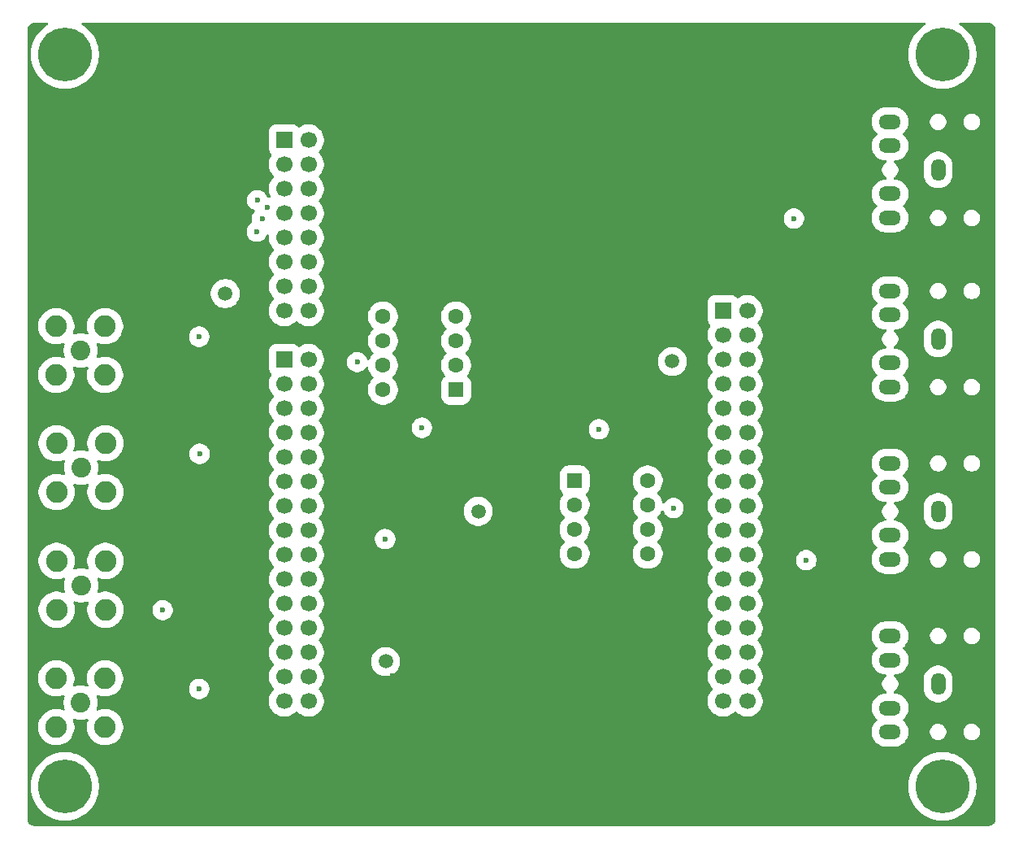
<source format=gbr>
%TF.GenerationSoftware,KiCad,Pcbnew,9.0.2*%
%TF.CreationDate,2025-06-26T21:31:22-07:00*%
%TF.ProjectId,tdm_b1,74646d5f-6231-42e6-9b69-6361645f7063,rev?*%
%TF.SameCoordinates,Original*%
%TF.FileFunction,Copper,L4,Bot*%
%TF.FilePolarity,Positive*%
%FSLAX46Y46*%
G04 Gerber Fmt 4.6, Leading zero omitted, Abs format (unit mm)*
G04 Created by KiCad (PCBNEW 9.0.2) date 2025-06-26 21:31:22*
%MOMM*%
%LPD*%
G01*
G04 APERTURE LIST*
G04 Aperture macros list*
%AMRoundRect*
0 Rectangle with rounded corners*
0 $1 Rounding radius*
0 $2 $3 $4 $5 $6 $7 $8 $9 X,Y pos of 4 corners*
0 Add a 4 corners polygon primitive as box body*
4,1,4,$2,$3,$4,$5,$6,$7,$8,$9,$2,$3,0*
0 Add four circle primitives for the rounded corners*
1,1,$1+$1,$2,$3*
1,1,$1+$1,$4,$5*
1,1,$1+$1,$6,$7*
1,1,$1+$1,$8,$9*
0 Add four rect primitives between the rounded corners*
20,1,$1+$1,$2,$3,$4,$5,0*
20,1,$1+$1,$4,$5,$6,$7,0*
20,1,$1+$1,$6,$7,$8,$9,0*
20,1,$1+$1,$8,$9,$2,$3,0*%
G04 Aperture macros list end*
%TA.AperFunction,ComponentPad*%
%ADD10C,5.600000*%
%TD*%
%TA.AperFunction,ComponentPad*%
%ADD11C,2.050000*%
%TD*%
%TA.AperFunction,ComponentPad*%
%ADD12C,2.250000*%
%TD*%
%TA.AperFunction,ComponentPad*%
%ADD13O,2.300000X1.500000*%
%TD*%
%TA.AperFunction,ComponentPad*%
%ADD14O,1.500000X2.300000*%
%TD*%
%TA.AperFunction,ComponentPad*%
%ADD15R,1.700000X1.700000*%
%TD*%
%TA.AperFunction,ComponentPad*%
%ADD16C,1.700000*%
%TD*%
%TA.AperFunction,ComponentPad*%
%ADD17C,1.500000*%
%TD*%
%TA.AperFunction,ComponentPad*%
%ADD18RoundRect,0.250000X0.550000X0.550000X-0.550000X0.550000X-0.550000X-0.550000X0.550000X-0.550000X0*%
%TD*%
%TA.AperFunction,ComponentPad*%
%ADD19C,1.600000*%
%TD*%
%TA.AperFunction,ComponentPad*%
%ADD20RoundRect,0.250000X-0.550000X-0.550000X0.550000X-0.550000X0.550000X0.550000X-0.550000X0.550000X0*%
%TD*%
%TA.AperFunction,ViaPad*%
%ADD21C,0.600000*%
%TD*%
G04 APERTURE END LIST*
D10*
%TO.P,H2,1,1*%
%TO.N,Net-(H2-Pad1)*%
X185420000Y-143510000D03*
%TD*%
D11*
%TO.P,J11,1,In*%
%TO.N,Net-(D2-K)*%
X95631200Y-98132600D03*
D12*
%TO.P,J11,2,Ext*%
%TO.N,GND*%
X93091200Y-95592600D03*
X93091200Y-100672600D03*
X98171200Y-95592600D03*
X98171200Y-100672600D03*
%TD*%
D10*
%TO.P,H3,1,1*%
%TO.N,Net-(H3-Pad1)*%
X185420000Y-67310000D03*
%TD*%
%TO.P,H4,1,1*%
%TO.N,Net-(H4-Pad1)*%
X93980000Y-67310000D03*
%TD*%
D13*
%TO.P,J4,10*%
%TO.N,N/C*%
X179971800Y-76820400D03*
%TO.P,J4,11*%
X179971800Y-81820400D03*
%TO.P,J4,R*%
%TO.N,Net-(J4-PadR)*%
X179971800Y-84320400D03*
D14*
%TO.P,J4,S*%
%TO.N,Net-(J4-PadS)*%
X184971800Y-79320400D03*
D13*
%TO.P,J4,T*%
%TO.N,/midi_out2/MIDI_OUT*%
X179971800Y-74320400D03*
%TD*%
D15*
%TO.P,J9,1,Pin_1*%
%TO.N,unconnected-(J9-Pin_1-Pad1)*%
X116840000Y-99060000D03*
D16*
%TO.P,J9,2,Pin_2*%
%TO.N,unconnected-(J9-Pin_2-Pad2)*%
X119380000Y-99060000D03*
%TO.P,J9,3,Pin_3*%
%TO.N,unconnected-(J9-Pin_3-Pad3)*%
X116840000Y-101600000D03*
%TO.P,J9,4,Pin_4*%
%TO.N,/USART2_B_RX___PD6*%
X119380000Y-101600000D03*
%TO.P,J9,5,Pin_5*%
%TO.N,unconnected-(J9-Pin_5-Pad5)*%
X116840000Y-104140000D03*
%TO.P,J9,6,Pin_6*%
%TO.N,/USART2_B_TX___PD6*%
X119380000Y-104140000D03*
%TO.P,J9,7,Pin_7*%
%TO.N,unconnected-(J9-Pin_7-Pad7)*%
X116840000Y-106680000D03*
%TO.P,J9,8,Pin_8*%
%TO.N,/PD4*%
X119380000Y-106680000D03*
%TO.P,J9,9,Pin_9*%
%TO.N,unconnected-(J9-Pin_9-Pad9)*%
X116840000Y-109220000D03*
%TO.P,J9,10,Pin_10*%
%TO.N,/PD3*%
X119380000Y-109220000D03*
%TO.P,J9,11,Pin_11*%
%TO.N,unconnected-(J9-Pin_11-Pad11)*%
X116840000Y-111760000D03*
%TO.P,J9,12,Pin_12*%
%TO.N,GND*%
X119380000Y-111760000D03*
%TO.P,J9,13,Pin_13*%
%TO.N,unconnected-(J9-Pin_13-Pad13)*%
X116840000Y-114300000D03*
%TO.P,J9,14,Pin_14*%
%TO.N,/SAI1_A_MCLK___PE2*%
X119380000Y-114300000D03*
%TO.P,J9,15,Pin_15*%
%TO.N,/IO_PA7*%
X116840000Y-116840000D03*
%TO.P,J9,16,Pin_16*%
%TO.N,/SAI1_A_FS___PE4*%
X119380000Y-116840000D03*
%TO.P,J9,17,Pin_17*%
%TO.N,unconnected-(J9-Pin_17-Pad17)*%
X116840000Y-119380000D03*
%TO.P,J9,18,Pin_18*%
%TO.N,/SAI1_A_SCK___PE5*%
X119380000Y-119380000D03*
%TO.P,J9,19,Pin_19*%
%TO.N,/I2C2_B_SCL*%
X116840000Y-121920000D03*
%TO.P,J9,20,Pin_20*%
%TO.N,/SAI1_A_SD___PE6*%
X119380000Y-121920000D03*
%TO.P,J9,21,Pin_21*%
%TO.N,/I2C2_B_SDA*%
X116840000Y-124460000D03*
%TO.P,J9,22,Pin_22*%
%TO.N,/SAI1_B_SD___PE3*%
X119380000Y-124460000D03*
%TO.P,J9,23,Pin_23*%
%TO.N,GND*%
X116840000Y-127000000D03*
%TO.P,J9,24,Pin_24*%
%TO.N,/SAI1_B_SCK___PF8*%
X119380000Y-127000000D03*
%TO.P,J9,25,Pin_25*%
%TO.N,unconnected-(J9-Pin_25-Pad25)*%
X116840000Y-129540000D03*
%TO.P,J9,26,Pin_26*%
%TO.N,/SAI1_B_MCLK___PF7*%
X119380000Y-129540000D03*
%TO.P,J9,27,Pin_27*%
%TO.N,unconnected-(J9-Pin_27-Pad27)*%
X116840000Y-132080000D03*
%TO.P,J9,28,Pin_28*%
%TO.N,/SAI1_B_FS___PF9*%
X119380000Y-132080000D03*
%TO.P,J9,29,Pin_29*%
%TO.N,unconnected-(J9-Pin_29-Pad29)*%
X116840000Y-134620000D03*
%TO.P,J9,30,Pin_30*%
%TO.N,/IO_PG1*%
X119380000Y-134620000D03*
%TD*%
D15*
%TO.P,J8,1,Pin_1*%
%TO.N,unconnected-(J8-Pin_1-Pad1)*%
X116840000Y-76200000D03*
D16*
%TO.P,J8,2,Pin_2*%
%TO.N,unconnected-(J8-Pin_2-Pad2)*%
X119380000Y-76200000D03*
%TO.P,J8,3,Pin_3*%
%TO.N,/IOREF*%
X116840000Y-78740000D03*
%TO.P,J8,4,Pin_4*%
%TO.N,unconnected-(J8-Pin_4-Pad4)*%
X119380000Y-78740000D03*
%TO.P,J8,5,Pin_5*%
%TO.N,unconnected-(J8-Pin_5-Pad5)*%
X116840000Y-81280000D03*
%TO.P,J8,6,Pin_6*%
%TO.N,unconnected-(J8-Pin_6-Pad6)*%
X119380000Y-81280000D03*
%TO.P,J8,7,Pin_7*%
%TO.N,VDD*%
X116840000Y-83820000D03*
%TO.P,J8,8,Pin_8*%
%TO.N,unconnected-(J8-Pin_8-Pad8)*%
X119380000Y-83820000D03*
%TO.P,J8,9,Pin_9*%
%TO.N,/CN8_5V*%
X116840000Y-86360000D03*
%TO.P,J8,10,Pin_10*%
%TO.N,unconnected-(J8-Pin_10-Pad10)*%
X119380000Y-86360000D03*
%TO.P,J8,11,Pin_11*%
%TO.N,GND*%
X116840000Y-88900000D03*
%TO.P,J8,12,Pin_12*%
%TO.N,unconnected-(J8-Pin_12-Pad12)*%
X119380000Y-88900000D03*
%TO.P,J8,13,Pin_13*%
%TO.N,GND*%
X116840000Y-91440000D03*
%TO.P,J8,14,Pin_14*%
%TO.N,/IO_PG2*%
X119380000Y-91440000D03*
%TO.P,J8,15,Pin_15*%
%TO.N,/VIN*%
X116840000Y-93980000D03*
%TO.P,J8,16,Pin_16*%
%TO.N,/IO_PG3*%
X119380000Y-93980000D03*
%TD*%
D13*
%TO.P,J2,10*%
%TO.N,N/C*%
X179971800Y-112373400D03*
%TO.P,J2,11*%
X179971800Y-117373400D03*
%TO.P,J2,R*%
%TO.N,Net-(J2-PadR)*%
X179971800Y-119873400D03*
D14*
%TO.P,J2,S*%
%TO.N,Net-(J2-PadS)*%
X184971800Y-114873400D03*
D13*
%TO.P,J2,T*%
%TO.N,/midi_out1/MIDI_OUT*%
X179971800Y-109873400D03*
%TD*%
D17*
%TO.P,TP2,1,1*%
%TO.N,GND*%
X110693200Y-92202000D03*
%TD*%
D13*
%TO.P,J3,10*%
%TO.N,N/C*%
X179971800Y-130342000D03*
%TO.P,J3,11*%
X179971800Y-135342000D03*
%TO.P,J3,R*%
%TO.N,Net-(J3-PadR)*%
X179971800Y-137842000D03*
D14*
%TO.P,J3,S*%
%TO.N,Net-(J3-PadS)*%
X184971800Y-132842000D03*
D13*
%TO.P,J3,T*%
%TO.N,Net-(D4-A)*%
X179971800Y-127842000D03*
%TD*%
D17*
%TO.P,TP3,1,1*%
%TO.N,GND*%
X157276800Y-99263200D03*
%TD*%
%TO.P,TP4,1,1*%
%TO.N,GND*%
X137058400Y-114858800D03*
%TD*%
D13*
%TO.P,J5,10*%
%TO.N,N/C*%
X179971800Y-94430200D03*
%TO.P,J5,11*%
X179971800Y-99430200D03*
%TO.P,J5,R*%
%TO.N,Net-(J5-PadR)*%
X179971800Y-101930200D03*
D14*
%TO.P,J5,S*%
%TO.N,Net-(J5-PadS)*%
X184971800Y-96930200D03*
D13*
%TO.P,J5,T*%
%TO.N,Net-(D5-A)*%
X179971800Y-91930200D03*
%TD*%
D11*
%TO.P,J10,1,In*%
%TO.N,Net-(D1-K)*%
X95669000Y-110324600D03*
D12*
%TO.P,J10,2,Ext*%
%TO.N,GND*%
X93129000Y-107784600D03*
X93129000Y-112864600D03*
X98209000Y-107784600D03*
X98209000Y-112864600D03*
%TD*%
D10*
%TO.P,H1,1,1*%
%TO.N,Net-(H1-Pad1)*%
X93980000Y-143510000D03*
%TD*%
D11*
%TO.P,J13,1,In*%
%TO.N,Net-(D3-K)*%
X95631200Y-134800200D03*
D12*
%TO.P,J13,2,Ext*%
%TO.N,GND*%
X93091200Y-132260200D03*
X93091200Y-137340200D03*
X98171200Y-132260200D03*
X98171200Y-137340200D03*
%TD*%
D11*
%TO.P,J12,1,In*%
%TO.N,Net-(J12-In)*%
X95669000Y-122570400D03*
D12*
%TO.P,J12,2,Ext*%
%TO.N,GND*%
X93129000Y-120030400D03*
X93129000Y-125110400D03*
X98209000Y-120030400D03*
X98209000Y-125110400D03*
%TD*%
D18*
%TO.P,U8,1,NC*%
%TO.N,unconnected-(U8-NC-Pad1)*%
X134747000Y-102209600D03*
D19*
%TO.P,U8,2,A*%
%TO.N,Net-(D5-K)*%
X134747000Y-99669600D03*
%TO.P,U8,3,C*%
%TO.N,Net-(D5-A)*%
X134747000Y-97129600D03*
%TO.P,U8,4,NC*%
%TO.N,unconnected-(U8-NC-Pad4)*%
X134747000Y-94589600D03*
%TO.P,U8,5,GND*%
%TO.N,GND*%
X127127000Y-94589600D03*
%TO.P,U8,6,VO*%
%TO.N,/USART2_B_RX___PD6*%
X127127000Y-97129600D03*
%TO.P,U8,7,EN*%
%TO.N,unconnected-(U8-EN-Pad7)*%
X127127000Y-99669600D03*
%TO.P,U8,8,VCC*%
%TO.N,VDD*%
X127127000Y-102209600D03*
%TD*%
D17*
%TO.P,TP1,1,1*%
%TO.N,GND*%
X127406400Y-130505200D03*
%TD*%
D15*
%TO.P,J1,1,Pin_1*%
%TO.N,unconnected-(J1-Pin_1-Pad1)*%
X162560000Y-93980000D03*
D16*
%TO.P,J1,2,Pin_2*%
%TO.N,unconnected-(J1-Pin_2-Pad2)*%
X165100000Y-93980000D03*
%TO.P,J1,3,Pin_3*%
%TO.N,unconnected-(J1-Pin_3-Pad3)*%
X162560000Y-96520000D03*
%TO.P,J1,4,Pin_4*%
%TO.N,/TIM1_CH1___PE9*%
X165100000Y-96520000D03*
%TO.P,J1,5,Pin_5*%
%TO.N,GND*%
X162560000Y-99060000D03*
%TO.P,J1,6,Pin_6*%
%TO.N,/TIM1_CH2___PE11*%
X165100000Y-99060000D03*
%TO.P,J1,7,Pin_7*%
%TO.N,unconnected-(J1-Pin_7-Pad7)*%
X162560000Y-101600000D03*
%TO.P,J1,8,Pin_8*%
%TO.N,unconnected-(J1-Pin_8-Pad8)*%
X165100000Y-101600000D03*
%TO.P,J1,9,Pin_9*%
%TO.N,unconnected-(J1-Pin_9-Pad9)*%
X162560000Y-104140000D03*
%TO.P,J1,10,Pin_10*%
%TO.N,unconnected-(J1-Pin_10-Pad10)*%
X165100000Y-104140000D03*
%TO.P,J1,11,Pin_11*%
%TO.N,unconnected-(J1-Pin_11-Pad11)*%
X162560000Y-106680000D03*
%TO.P,J1,12,Pin_12*%
%TO.N,unconnected-(J1-Pin_12-Pad12)*%
X165100000Y-106680000D03*
%TO.P,J1,13,Pin_13*%
%TO.N,unconnected-(J1-Pin_13-Pad13)*%
X162560000Y-109220000D03*
%TO.P,J1,14,Pin_14*%
%TO.N,/USART6_A_TX*%
X165100000Y-109220000D03*
%TO.P,J1,15,Pin_15*%
%TO.N,unconnected-(J1-Pin_15-Pad15)*%
X162560000Y-111760000D03*
%TO.P,J1,16,Pin_16*%
%TO.N,/USART6_A_RX*%
X165100000Y-111760000D03*
%TO.P,J1,17,Pin_17*%
%TO.N,GND*%
X162560000Y-114300000D03*
%TO.P,J1,18,Pin_18*%
%TO.N,unconnected-(J1-Pin_18-Pad18)*%
X165100000Y-114300000D03*
%TO.P,J1,19,Pin_19*%
%TO.N,unconnected-(J1-Pin_19-Pad19)*%
X162560000Y-116840000D03*
%TO.P,J1,20,Pin_20*%
%TO.N,unconnected-(J1-Pin_20-Pad20)*%
X165100000Y-116840000D03*
%TO.P,J1,21,Pin_21*%
%TO.N,unconnected-(J1-Pin_21-Pad21)*%
X162560000Y-119380000D03*
%TO.P,J1,22,Pin_22*%
%TO.N,GND*%
X165100000Y-119380000D03*
%TO.P,J1,23,Pin_23*%
%TO.N,unconnected-(J1-Pin_23-Pad23)*%
X162560000Y-121920000D03*
%TO.P,J1,24,Pin_24*%
%TO.N,unconnected-(J1-Pin_24-Pad24)*%
X165100000Y-121920000D03*
%TO.P,J1,25,Pin_25*%
%TO.N,unconnected-(J1-Pin_25-Pad25)*%
X162560000Y-124460000D03*
%TO.P,J1,26,Pin_26*%
%TO.N,unconnected-(J1-Pin_26-Pad26)*%
X165100000Y-124460000D03*
%TO.P,J1,27,Pin_27*%
%TO.N,GND*%
X162560000Y-127000000D03*
%TO.P,J1,28,Pin_28*%
%TO.N,unconnected-(J1-Pin_28-Pad28)*%
X165100000Y-127000000D03*
%TO.P,J1,29,Pin_29*%
%TO.N,/TIM2_CH1___PA0*%
X162560000Y-129540000D03*
%TO.P,J1,30,Pin_30*%
%TO.N,unconnected-(J1-Pin_30-Pad30)*%
X165100000Y-129540000D03*
%TO.P,J1,31,Pin_31*%
%TO.N,unconnected-(J1-Pin_31-Pad31)*%
X162560000Y-132080000D03*
%TO.P,J1,32,Pin_32*%
%TO.N,unconnected-(J1-Pin_32-Pad32)*%
X165100000Y-132080000D03*
%TO.P,J1,33,Pin_33*%
%TO.N,unconnected-(J1-Pin_33-Pad33)*%
X162560000Y-134620000D03*
%TO.P,J1,34,Pin_34*%
%TO.N,unconnected-(J1-Pin_34-Pad34)*%
X165100000Y-134620000D03*
%TD*%
D20*
%TO.P,U1,1,NC*%
%TO.N,unconnected-(U1-NC-Pad1)*%
X147091400Y-111658400D03*
D19*
%TO.P,U1,2,A*%
%TO.N,Net-(D4-K)*%
X147091400Y-114198400D03*
%TO.P,U1,3,C*%
%TO.N,Net-(D4-A)*%
X147091400Y-116738400D03*
%TO.P,U1,4,NC*%
%TO.N,unconnected-(U1-NC-Pad4)*%
X147091400Y-119278400D03*
%TO.P,U1,5,GND*%
%TO.N,GND*%
X154711400Y-119278400D03*
%TO.P,U1,6,VO*%
%TO.N,/USART6_A_RX*%
X154711400Y-116738400D03*
%TO.P,U1,7,EN*%
%TO.N,unconnected-(U1-EN-Pad7)*%
X154711400Y-114198400D03*
%TO.P,U1,8,VCC*%
%TO.N,VDD*%
X154711400Y-111658400D03*
%TD*%
D21*
%TO.N,GND*%
X162560000Y-71120000D03*
X127000000Y-76200000D03*
X107022800Y-120386000D03*
X124485400Y-116916000D03*
X106057600Y-122087800D03*
X110287000Y-133149200D03*
X175260000Y-99720400D03*
X133350000Y-144780000D03*
X132080000Y-76200000D03*
X177622200Y-67310000D03*
X142240000Y-81280000D03*
X152400000Y-71120000D03*
X111175800Y-82499200D03*
X153670000Y-144780000D03*
X124485400Y-121843600D03*
X139649200Y-113487200D03*
X175006000Y-135737600D03*
X99060000Y-80010000D03*
X137160000Y-81280000D03*
X93980000Y-80010000D03*
X126365000Y-109804200D03*
X143459200Y-98907600D03*
X126339600Y-120345000D03*
X157480000Y-76200000D03*
X104140000Y-74930000D03*
X175717200Y-94589600D03*
X170027600Y-79349600D03*
X162560000Y-81280000D03*
X146710400Y-105892600D03*
X153670000Y-139700000D03*
X102476200Y-107276600D03*
X123190000Y-139700000D03*
X147320000Y-81280000D03*
X128117600Y-126898400D03*
X147320000Y-76200000D03*
X175006000Y-76606400D03*
X132080000Y-81280000D03*
X128117600Y-131978400D03*
X132080000Y-71120000D03*
X158750000Y-139700000D03*
X157480000Y-71120000D03*
X104140000Y-85090000D03*
X139649200Y-118567200D03*
X172974000Y-128930400D03*
X104800600Y-99504200D03*
X152400000Y-76200000D03*
X143510000Y-139700000D03*
X171958000Y-97586800D03*
X102438400Y-95084600D03*
X102438400Y-131752200D03*
X124434600Y-104444800D03*
X177647600Y-143510000D03*
X158750000Y-144780000D03*
X128270000Y-139700000D03*
X142240000Y-76200000D03*
X101015800Y-103149400D03*
X138430000Y-144780000D03*
X104800600Y-136171800D03*
X110324800Y-108673600D03*
X101803200Y-67310000D03*
X134569200Y-123647200D03*
X104838400Y-111696200D03*
X127000000Y-81280000D03*
X133350000Y-139700000D03*
X110287000Y-96481600D03*
X157403800Y-109397800D03*
X111150400Y-84124800D03*
X93980000Y-74930000D03*
X138430000Y-139700000D03*
X157480000Y-81280000D03*
X162560000Y-76200000D03*
X99060000Y-74930000D03*
X108369000Y-126659800D03*
X123037600Y-126898400D03*
X99060000Y-85090000D03*
X172008800Y-133553200D03*
X105270200Y-126659800D03*
X148590000Y-139700000D03*
X123190000Y-144780000D03*
X142240000Y-71120000D03*
X143332200Y-124129800D03*
X128016000Y-109016800D03*
X171348400Y-114909600D03*
X103136600Y-113931400D03*
X140665200Y-91338400D03*
X152831800Y-103454200D03*
X152400000Y-81280000D03*
X156032200Y-102641400D03*
X135585200Y-91338400D03*
X139649200Y-123647200D03*
X174142400Y-81788000D03*
X148590000Y-144780000D03*
X125628400Y-116916000D03*
X104140000Y-80010000D03*
X127000000Y-71120000D03*
X134569200Y-113487200D03*
X137160000Y-76200000D03*
X101777800Y-143484600D03*
X140563600Y-101600000D03*
X137160000Y-71120000D03*
X134569200Y-118567200D03*
X134086600Y-106095800D03*
X93980000Y-85090000D03*
X154508200Y-102666800D03*
X103098800Y-101739400D03*
X101092000Y-115366800D03*
X143510000Y-144780000D03*
X147320000Y-71120000D03*
X111175800Y-85775800D03*
X103098800Y-138407000D03*
X128270000Y-144780000D03*
X124841000Y-109804200D03*
X101041400Y-139854800D03*
X123037600Y-131978400D03*
X155346400Y-124333000D03*
%TO.N,VDD*%
X107975600Y-133352400D03*
X131191000Y-106172000D03*
X108013400Y-108876800D03*
X115112800Y-83261200D03*
X124434600Y-99339400D03*
X114528600Y-84404200D03*
X149631400Y-106324400D03*
X127355600Y-117754200D03*
X107975600Y-96684800D03*
X104178000Y-125161200D03*
X157403800Y-114528600D03*
X171246800Y-119938800D03*
X114020600Y-82473800D03*
X169951400Y-84378800D03*
X113995200Y-85750400D03*
%TD*%
%TA.AperFunction,Conductor*%
%TO.N,GND*%
G36*
X92179412Y-64020502D02*
G01*
X92225905Y-64074158D01*
X92236009Y-64144432D01*
X92206515Y-64209012D01*
X92170688Y-64237621D01*
X92152986Y-64247082D01*
X92146294Y-64250660D01*
X91855260Y-64445123D01*
X91584696Y-64667169D01*
X91584668Y-64667194D01*
X91337194Y-64914668D01*
X91337169Y-64914696D01*
X91115123Y-65185260D01*
X90920658Y-65476297D01*
X90755655Y-65784997D01*
X90621703Y-66108384D01*
X90621702Y-66108387D01*
X90520092Y-66443352D01*
X90451810Y-66786636D01*
X90451807Y-66786657D01*
X90417500Y-67134979D01*
X90417500Y-67485020D01*
X90451807Y-67833342D01*
X90451810Y-67833363D01*
X90520092Y-68176647D01*
X90621702Y-68511612D01*
X90621703Y-68511615D01*
X90755655Y-68835002D01*
X90920658Y-69143702D01*
X91115123Y-69434739D01*
X91329988Y-69696553D01*
X91337178Y-69705314D01*
X91337185Y-69705321D01*
X91337194Y-69705331D01*
X91584668Y-69952805D01*
X91584677Y-69952813D01*
X91584686Y-69952822D01*
X91584696Y-69952830D01*
X91855260Y-70174876D01*
X92146297Y-70369341D01*
X92146300Y-70369343D01*
X92454998Y-70534345D01*
X92778383Y-70668296D01*
X93113339Y-70769904D01*
X93113348Y-70769905D01*
X93113352Y-70769907D01*
X93229820Y-70793073D01*
X93456642Y-70838191D01*
X93804986Y-70872500D01*
X93804995Y-70872500D01*
X94155005Y-70872500D01*
X94155014Y-70872500D01*
X94503358Y-70838191D01*
X94786117Y-70781946D01*
X94846647Y-70769907D01*
X94846649Y-70769906D01*
X94846661Y-70769904D01*
X95181617Y-70668296D01*
X95505002Y-70534345D01*
X95813700Y-70369343D01*
X96104738Y-70174877D01*
X96375314Y-69952822D01*
X96622822Y-69705314D01*
X96844877Y-69434738D01*
X97039343Y-69143700D01*
X97204345Y-68835002D01*
X97338296Y-68511617D01*
X97439904Y-68176661D01*
X97508191Y-67833358D01*
X97542500Y-67485014D01*
X97542500Y-67134986D01*
X97508191Y-66786642D01*
X97439904Y-66443339D01*
X97338296Y-66108383D01*
X97204345Y-65784998D01*
X97039343Y-65476300D01*
X96844877Y-65185262D01*
X96844876Y-65185260D01*
X96622830Y-64914696D01*
X96622822Y-64914686D01*
X96622813Y-64914677D01*
X96622805Y-64914668D01*
X96375331Y-64667194D01*
X96375321Y-64667185D01*
X96375314Y-64667178D01*
X96317679Y-64619878D01*
X96104739Y-64445123D01*
X95813705Y-64250660D01*
X95813702Y-64250658D01*
X95813700Y-64250657D01*
X95789312Y-64237621D01*
X95738665Y-64187871D01*
X95722955Y-64118634D01*
X95747170Y-64051895D01*
X95803624Y-64008842D01*
X95848709Y-64000500D01*
X183551291Y-64000500D01*
X183619412Y-64020502D01*
X183665905Y-64074158D01*
X183676009Y-64144432D01*
X183646515Y-64209012D01*
X183610688Y-64237621D01*
X183592986Y-64247082D01*
X183586294Y-64250660D01*
X183295260Y-64445123D01*
X183024696Y-64667169D01*
X183024668Y-64667194D01*
X182777194Y-64914668D01*
X182777169Y-64914696D01*
X182555123Y-65185260D01*
X182360658Y-65476297D01*
X182195655Y-65784997D01*
X182061703Y-66108384D01*
X182061702Y-66108387D01*
X181960092Y-66443352D01*
X181891810Y-66786636D01*
X181891807Y-66786657D01*
X181857500Y-67134979D01*
X181857500Y-67485020D01*
X181891807Y-67833342D01*
X181891810Y-67833363D01*
X181960092Y-68176647D01*
X182061702Y-68511612D01*
X182061703Y-68511615D01*
X182195655Y-68835002D01*
X182360658Y-69143702D01*
X182555123Y-69434739D01*
X182769988Y-69696553D01*
X182777178Y-69705314D01*
X182777185Y-69705321D01*
X182777194Y-69705331D01*
X183024668Y-69952805D01*
X183024677Y-69952813D01*
X183024686Y-69952822D01*
X183024696Y-69952830D01*
X183295260Y-70174876D01*
X183586297Y-70369341D01*
X183586300Y-70369343D01*
X183894998Y-70534345D01*
X184218383Y-70668296D01*
X184553339Y-70769904D01*
X184553348Y-70769905D01*
X184553352Y-70769907D01*
X184669820Y-70793073D01*
X184896642Y-70838191D01*
X185244986Y-70872500D01*
X185244995Y-70872500D01*
X185595005Y-70872500D01*
X185595014Y-70872500D01*
X185943358Y-70838191D01*
X186226117Y-70781946D01*
X186286647Y-70769907D01*
X186286649Y-70769906D01*
X186286661Y-70769904D01*
X186621617Y-70668296D01*
X186945002Y-70534345D01*
X187253700Y-70369343D01*
X187544738Y-70174877D01*
X187815314Y-69952822D01*
X188062822Y-69705314D01*
X188284877Y-69434738D01*
X188479343Y-69143700D01*
X188644345Y-68835002D01*
X188778296Y-68511617D01*
X188879904Y-68176661D01*
X188948191Y-67833358D01*
X188982500Y-67485014D01*
X188982500Y-67134986D01*
X188948191Y-66786642D01*
X188879904Y-66443339D01*
X188778296Y-66108383D01*
X188644345Y-65784998D01*
X188479343Y-65476300D01*
X188284877Y-65185262D01*
X188284876Y-65185260D01*
X188062830Y-64914696D01*
X188062822Y-64914686D01*
X188062813Y-64914677D01*
X188062805Y-64914668D01*
X187815331Y-64667194D01*
X187815321Y-64667185D01*
X187815314Y-64667178D01*
X187757679Y-64619878D01*
X187544739Y-64445123D01*
X187253705Y-64250660D01*
X187253702Y-64250658D01*
X187253700Y-64250657D01*
X187229312Y-64237621D01*
X187178665Y-64187871D01*
X187162955Y-64118634D01*
X187187170Y-64051895D01*
X187243624Y-64008842D01*
X187288709Y-64000500D01*
X190129308Y-64000500D01*
X190189013Y-64000500D01*
X190201362Y-64001106D01*
X190332978Y-64014070D01*
X190357192Y-64018886D01*
X190477799Y-64055472D01*
X190500616Y-64064923D01*
X190601102Y-64118634D01*
X190611765Y-64124333D01*
X190632301Y-64138054D01*
X190729727Y-64218009D01*
X190747190Y-64235472D01*
X190805334Y-64306321D01*
X190827144Y-64332897D01*
X190840866Y-64353434D01*
X190900275Y-64464581D01*
X190909727Y-64487401D01*
X190946311Y-64608001D01*
X190951130Y-64632226D01*
X190964093Y-64763836D01*
X190964700Y-64776187D01*
X190964700Y-146843912D01*
X190964093Y-146856262D01*
X190964093Y-146856263D01*
X190951130Y-146987873D01*
X190946311Y-147012098D01*
X190909727Y-147132698D01*
X190900275Y-147155518D01*
X190840866Y-147266665D01*
X190827144Y-147287202D01*
X190747192Y-147384625D01*
X190729725Y-147402092D01*
X190632302Y-147482044D01*
X190611765Y-147495766D01*
X190500618Y-147555175D01*
X190477798Y-147564627D01*
X190357198Y-147601211D01*
X190332973Y-147606030D01*
X190237830Y-147615401D01*
X190201361Y-147618993D01*
X190189013Y-147619600D01*
X90836587Y-147619600D01*
X90824238Y-147618993D01*
X90776053Y-147614247D01*
X90692626Y-147606030D01*
X90668401Y-147601211D01*
X90547801Y-147564627D01*
X90524981Y-147555175D01*
X90413834Y-147495766D01*
X90393297Y-147482044D01*
X90295874Y-147402092D01*
X90278407Y-147384625D01*
X90198455Y-147287202D01*
X90184733Y-147266665D01*
X90125324Y-147155518D01*
X90115872Y-147132698D01*
X90087204Y-147038192D01*
X90079286Y-147012092D01*
X90074470Y-146987878D01*
X90061507Y-146856262D01*
X90060900Y-146843912D01*
X90060900Y-143334979D01*
X90417500Y-143334979D01*
X90417500Y-143685020D01*
X90451807Y-144033342D01*
X90451810Y-144033363D01*
X90520092Y-144376647D01*
X90621702Y-144711612D01*
X90621703Y-144711615D01*
X90755655Y-145035002D01*
X90920658Y-145343702D01*
X91115123Y-145634739D01*
X91329988Y-145896553D01*
X91337178Y-145905314D01*
X91337185Y-145905321D01*
X91337194Y-145905331D01*
X91584668Y-146152805D01*
X91584677Y-146152813D01*
X91584686Y-146152822D01*
X91584696Y-146152830D01*
X91855260Y-146374876D01*
X92146297Y-146569341D01*
X92146300Y-146569343D01*
X92454998Y-146734345D01*
X92778383Y-146868296D01*
X93113339Y-146969904D01*
X93113348Y-146969905D01*
X93113352Y-146969907D01*
X93229820Y-146993073D01*
X93456642Y-147038191D01*
X93804986Y-147072500D01*
X93804995Y-147072500D01*
X94155005Y-147072500D01*
X94155014Y-147072500D01*
X94503358Y-147038191D01*
X94786117Y-146981946D01*
X94846647Y-146969907D01*
X94846649Y-146969906D01*
X94846661Y-146969904D01*
X95181617Y-146868296D01*
X95505002Y-146734345D01*
X95813700Y-146569343D01*
X96104738Y-146374877D01*
X96375314Y-146152822D01*
X96622822Y-145905314D01*
X96844877Y-145634738D01*
X97039343Y-145343700D01*
X97204345Y-145035002D01*
X97338296Y-144711617D01*
X97439904Y-144376661D01*
X97508191Y-144033358D01*
X97542500Y-143685014D01*
X97542500Y-143334986D01*
X97542499Y-143334979D01*
X181857500Y-143334979D01*
X181857500Y-143685020D01*
X181891807Y-144033342D01*
X181891810Y-144033363D01*
X181960092Y-144376647D01*
X182061702Y-144711612D01*
X182061703Y-144711615D01*
X182195655Y-145035002D01*
X182360658Y-145343702D01*
X182555123Y-145634739D01*
X182769988Y-145896553D01*
X182777178Y-145905314D01*
X182777185Y-145905321D01*
X182777194Y-145905331D01*
X183024668Y-146152805D01*
X183024677Y-146152813D01*
X183024686Y-146152822D01*
X183024696Y-146152830D01*
X183295260Y-146374876D01*
X183586297Y-146569341D01*
X183586300Y-146569343D01*
X183894998Y-146734345D01*
X184218383Y-146868296D01*
X184553339Y-146969904D01*
X184553348Y-146969905D01*
X184553352Y-146969907D01*
X184669820Y-146993073D01*
X184896642Y-147038191D01*
X185244986Y-147072500D01*
X185244995Y-147072500D01*
X185595005Y-147072500D01*
X185595014Y-147072500D01*
X185943358Y-147038191D01*
X186226117Y-146981946D01*
X186286647Y-146969907D01*
X186286649Y-146969906D01*
X186286661Y-146969904D01*
X186621617Y-146868296D01*
X186945002Y-146734345D01*
X187253700Y-146569343D01*
X187544738Y-146374877D01*
X187815314Y-146152822D01*
X188062822Y-145905314D01*
X188284877Y-145634738D01*
X188479343Y-145343700D01*
X188644345Y-145035002D01*
X188778296Y-144711617D01*
X188879904Y-144376661D01*
X188948191Y-144033358D01*
X188982500Y-143685014D01*
X188982500Y-143334986D01*
X188948191Y-142986642D01*
X188879904Y-142643339D01*
X188778296Y-142308383D01*
X188644345Y-141984998D01*
X188479343Y-141676300D01*
X188284877Y-141385262D01*
X188284876Y-141385260D01*
X188062830Y-141114696D01*
X188062822Y-141114686D01*
X188062813Y-141114677D01*
X188062805Y-141114668D01*
X187815331Y-140867194D01*
X187815321Y-140867185D01*
X187815314Y-140867178D01*
X187806553Y-140859988D01*
X187544739Y-140645123D01*
X187253702Y-140450658D01*
X186945002Y-140285655D01*
X186621615Y-140151703D01*
X186621612Y-140151702D01*
X186399901Y-140084447D01*
X186286661Y-140050096D01*
X186286658Y-140050095D01*
X186286647Y-140050092D01*
X185943363Y-139981810D01*
X185943358Y-139981809D01*
X185943351Y-139981808D01*
X185943342Y-139981807D01*
X185595020Y-139947500D01*
X185595014Y-139947500D01*
X185244986Y-139947500D01*
X185244979Y-139947500D01*
X184896657Y-139981807D01*
X184896645Y-139981808D01*
X184896642Y-139981809D01*
X184896639Y-139981809D01*
X184896636Y-139981810D01*
X184553352Y-140050092D01*
X184218387Y-140151702D01*
X184218384Y-140151703D01*
X183894997Y-140285655D01*
X183586297Y-140450658D01*
X183295260Y-140645123D01*
X183024696Y-140867169D01*
X183024668Y-140867194D01*
X182777194Y-141114668D01*
X182777169Y-141114696D01*
X182555123Y-141385260D01*
X182360658Y-141676297D01*
X182195655Y-141984997D01*
X182061703Y-142308384D01*
X182061702Y-142308387D01*
X181960092Y-142643352D01*
X181891810Y-142986636D01*
X181891807Y-142986657D01*
X181857500Y-143334979D01*
X97542499Y-143334979D01*
X97508191Y-142986642D01*
X97439904Y-142643339D01*
X97338296Y-142308383D01*
X97204345Y-141984998D01*
X97039343Y-141676300D01*
X96844877Y-141385262D01*
X96844876Y-141385260D01*
X96622830Y-141114696D01*
X96622822Y-141114686D01*
X96622813Y-141114677D01*
X96622805Y-141114668D01*
X96375331Y-140867194D01*
X96375321Y-140867185D01*
X96375314Y-140867178D01*
X96366553Y-140859988D01*
X96104739Y-140645123D01*
X95813702Y-140450658D01*
X95505002Y-140285655D01*
X95181615Y-140151703D01*
X95181612Y-140151702D01*
X94959901Y-140084447D01*
X94846661Y-140050096D01*
X94846658Y-140050095D01*
X94846647Y-140050092D01*
X94503363Y-139981810D01*
X94503358Y-139981809D01*
X94503351Y-139981808D01*
X94503342Y-139981807D01*
X94155020Y-139947500D01*
X94155014Y-139947500D01*
X93804986Y-139947500D01*
X93804979Y-139947500D01*
X93456657Y-139981807D01*
X93456645Y-139981808D01*
X93456642Y-139981809D01*
X93456639Y-139981809D01*
X93456636Y-139981810D01*
X93113352Y-140050092D01*
X92778387Y-140151702D01*
X92778384Y-140151703D01*
X92454997Y-140285655D01*
X92146297Y-140450658D01*
X91855260Y-140645123D01*
X91584696Y-140867169D01*
X91584668Y-140867194D01*
X91337194Y-141114668D01*
X91337169Y-141114696D01*
X91115123Y-141385260D01*
X90920658Y-141676297D01*
X90755655Y-141984997D01*
X90621703Y-142308384D01*
X90621702Y-142308387D01*
X90520092Y-142643352D01*
X90451810Y-142986636D01*
X90451807Y-142986657D01*
X90417500Y-143334979D01*
X90060900Y-143334979D01*
X90060900Y-132136516D01*
X91204200Y-132136516D01*
X91204200Y-132383883D01*
X91236485Y-132629117D01*
X91300509Y-132868057D01*
X91395171Y-133096591D01*
X91395176Y-133096602D01*
X91518847Y-133310807D01*
X91518852Y-133310814D01*
X91669426Y-133507046D01*
X91669445Y-133507067D01*
X91844332Y-133681954D01*
X91844353Y-133681973D01*
X92040585Y-133832547D01*
X92040592Y-133832552D01*
X92254797Y-133956223D01*
X92254808Y-133956228D01*
X92483342Y-134050890D01*
X92722282Y-134114914D01*
X92967516Y-134147199D01*
X92967526Y-134147200D01*
X93214874Y-134147200D01*
X93214883Y-134147199D01*
X93460117Y-134114914D01*
X93699061Y-134050889D01*
X93789497Y-134013429D01*
X93860087Y-134005839D01*
X93923574Y-134037618D01*
X93959802Y-134098675D01*
X93957268Y-134169627D01*
X93954125Y-134178054D01*
X93954125Y-134178055D01*
X93934931Y-134224394D01*
X93930106Y-134242401D01*
X93874283Y-134450735D01*
X93843700Y-134683038D01*
X93843700Y-134917361D01*
X93874283Y-135149664D01*
X93874284Y-135149670D01*
X93874285Y-135149672D01*
X93898216Y-135238985D01*
X93934932Y-135376008D01*
X93954125Y-135422345D01*
X93961714Y-135492935D01*
X93929934Y-135556421D01*
X93868876Y-135592648D01*
X93797924Y-135590114D01*
X93789498Y-135586971D01*
X93699057Y-135549509D01*
X93460117Y-135485485D01*
X93214883Y-135453200D01*
X92967516Y-135453200D01*
X92722282Y-135485485D01*
X92483342Y-135549509D01*
X92254808Y-135644171D01*
X92254797Y-135644176D01*
X92040592Y-135767847D01*
X92040585Y-135767852D01*
X91844353Y-135918426D01*
X91844332Y-135918445D01*
X91669445Y-136093332D01*
X91669426Y-136093353D01*
X91518852Y-136289585D01*
X91518847Y-136289592D01*
X91395176Y-136503797D01*
X91395171Y-136503808D01*
X91300509Y-136732342D01*
X91236485Y-136971282D01*
X91204200Y-137216516D01*
X91204200Y-137463883D01*
X91236485Y-137709117D01*
X91300509Y-137948057D01*
X91395171Y-138176591D01*
X91395176Y-138176602D01*
X91518847Y-138390807D01*
X91518852Y-138390814D01*
X91669426Y-138587046D01*
X91669445Y-138587067D01*
X91844332Y-138761954D01*
X91844353Y-138761973D01*
X92040585Y-138912547D01*
X92040592Y-138912552D01*
X92254797Y-139036223D01*
X92254808Y-139036228D01*
X92483342Y-139130890D01*
X92722282Y-139194914D01*
X92967516Y-139227199D01*
X92967526Y-139227200D01*
X93214874Y-139227200D01*
X93214883Y-139227199D01*
X93460117Y-139194914D01*
X93699057Y-139130890D01*
X93927591Y-139036228D01*
X93927602Y-139036223D01*
X94141807Y-138912552D01*
X94141814Y-138912547D01*
X94338046Y-138761973D01*
X94338067Y-138761954D01*
X94512954Y-138587067D01*
X94512973Y-138587046D01*
X94663547Y-138390814D01*
X94663552Y-138390807D01*
X94787223Y-138176602D01*
X94787228Y-138176591D01*
X94881890Y-137948057D01*
X94945914Y-137709117D01*
X94978199Y-137463883D01*
X94978200Y-137463874D01*
X94978200Y-137216526D01*
X94978199Y-137216516D01*
X94945914Y-136971282D01*
X94881891Y-136732345D01*
X94844428Y-136641902D01*
X94836839Y-136571312D01*
X94868618Y-136507825D01*
X94929676Y-136471597D01*
X95000627Y-136474131D01*
X95009034Y-136477266D01*
X95055394Y-136496469D01*
X95281728Y-136557115D01*
X95281734Y-136557115D01*
X95281735Y-136557116D01*
X95308389Y-136560625D01*
X95514041Y-136587700D01*
X95514048Y-136587700D01*
X95748352Y-136587700D01*
X95748359Y-136587700D01*
X95980672Y-136557115D01*
X96207006Y-136496469D01*
X96253345Y-136477274D01*
X96323932Y-136469685D01*
X96387420Y-136501463D01*
X96423648Y-136562521D01*
X96421114Y-136633473D01*
X96417971Y-136641901D01*
X96380509Y-136732342D01*
X96316485Y-136971282D01*
X96284200Y-137216516D01*
X96284200Y-137463883D01*
X96316485Y-137709117D01*
X96380509Y-137948057D01*
X96475171Y-138176591D01*
X96475176Y-138176602D01*
X96598847Y-138390807D01*
X96598852Y-138390814D01*
X96749426Y-138587046D01*
X96749445Y-138587067D01*
X96924332Y-138761954D01*
X96924353Y-138761973D01*
X97120585Y-138912547D01*
X97120592Y-138912552D01*
X97334797Y-139036223D01*
X97334808Y-139036228D01*
X97563342Y-139130890D01*
X97802282Y-139194914D01*
X98047516Y-139227199D01*
X98047526Y-139227200D01*
X98294874Y-139227200D01*
X98294883Y-139227199D01*
X98540117Y-139194914D01*
X98779057Y-139130890D01*
X99007591Y-139036228D01*
X99007602Y-139036223D01*
X99221807Y-138912552D01*
X99221814Y-138912547D01*
X99418046Y-138761973D01*
X99418067Y-138761954D01*
X99592954Y-138587067D01*
X99592973Y-138587046D01*
X99743547Y-138390814D01*
X99743552Y-138390807D01*
X99867223Y-138176602D01*
X99867228Y-138176591D01*
X99961890Y-137948057D01*
X100025914Y-137709117D01*
X100058199Y-137463883D01*
X100058200Y-137463874D01*
X100058200Y-137216526D01*
X100058199Y-137216516D01*
X100025914Y-136971282D01*
X99961890Y-136732342D01*
X99867228Y-136503808D01*
X99867223Y-136503797D01*
X99743552Y-136289592D01*
X99743547Y-136289585D01*
X99592973Y-136093353D01*
X99592954Y-136093332D01*
X99418067Y-135918445D01*
X99418046Y-135918426D01*
X99221814Y-135767852D01*
X99221807Y-135767847D01*
X99007602Y-135644176D01*
X99007591Y-135644171D01*
X98779057Y-135549509D01*
X98540117Y-135485485D01*
X98294883Y-135453200D01*
X98047516Y-135453200D01*
X97802282Y-135485485D01*
X97563342Y-135549509D01*
X97472901Y-135586971D01*
X97402311Y-135594560D01*
X97338824Y-135562780D01*
X97302597Y-135501722D01*
X97305131Y-135430771D01*
X97308268Y-135422359D01*
X97327469Y-135376006D01*
X97388115Y-135149672D01*
X97418700Y-134917359D01*
X97418700Y-134683041D01*
X97388115Y-134450728D01*
X97327469Y-134224394D01*
X97308273Y-134178052D01*
X97300685Y-134107466D01*
X97332464Y-134043979D01*
X97393522Y-134007751D01*
X97464473Y-134010285D01*
X97472902Y-134013428D01*
X97563345Y-134050891D01*
X97802282Y-134114914D01*
X98047516Y-134147199D01*
X98047526Y-134147200D01*
X98294874Y-134147200D01*
X98294883Y-134147199D01*
X98540117Y-134114914D01*
X98779057Y-134050890D01*
X99007591Y-133956228D01*
X99007602Y-133956223D01*
X99221807Y-133832552D01*
X99221814Y-133832547D01*
X99418046Y-133681973D01*
X99418067Y-133681954D01*
X99592954Y-133507067D01*
X99592973Y-133507046D01*
X99743547Y-133310814D01*
X99743552Y-133310807D01*
X99779958Y-133247750D01*
X106913100Y-133247750D01*
X106913100Y-133457049D01*
X106933377Y-133558988D01*
X106952119Y-133653212D01*
X106953932Y-133662323D01*
X106963561Y-133685568D01*
X107034025Y-133855682D01*
X107139428Y-134013429D01*
X107150303Y-134029705D01*
X107150308Y-134029711D01*
X107298288Y-134177691D01*
X107298294Y-134177696D01*
X107298296Y-134177698D01*
X107472318Y-134293975D01*
X107665680Y-134374069D01*
X107870953Y-134414900D01*
X107870954Y-134414900D01*
X108080246Y-134414900D01*
X108080247Y-134414900D01*
X108285520Y-134374069D01*
X108478882Y-134293975D01*
X108652904Y-134177698D01*
X108800898Y-134029704D01*
X108917175Y-133855682D01*
X108997269Y-133662320D01*
X109038100Y-133457047D01*
X109038100Y-133247753D01*
X108997269Y-133042480D01*
X108917175Y-132849118D01*
X108800898Y-132675096D01*
X108800896Y-132675094D01*
X108800891Y-132675088D01*
X108652911Y-132527108D01*
X108652905Y-132527103D01*
X108548879Y-132457595D01*
X108478882Y-132410825D01*
X108342159Y-132354192D01*
X108285523Y-132330732D01*
X108285521Y-132330731D01*
X108285520Y-132330731D01*
X108182188Y-132310177D01*
X108080249Y-132289900D01*
X108080247Y-132289900D01*
X107870953Y-132289900D01*
X107870950Y-132289900D01*
X107718041Y-132320315D01*
X107665680Y-132330731D01*
X107665679Y-132330731D01*
X107665676Y-132330732D01*
X107472316Y-132410826D01*
X107298294Y-132527103D01*
X107298288Y-132527108D01*
X107150308Y-132675088D01*
X107150303Y-132675094D01*
X107150302Y-132675096D01*
X107034025Y-132849118D01*
X107017439Y-132889159D01*
X106953932Y-133042476D01*
X106913100Y-133247750D01*
X99779958Y-133247750D01*
X99819904Y-133178563D01*
X99867223Y-133096602D01*
X99867228Y-133096591D01*
X99961890Y-132868057D01*
X100025914Y-132629117D01*
X100058199Y-132383883D01*
X100058200Y-132383874D01*
X100058200Y-132136526D01*
X100058199Y-132136516D01*
X100025914Y-131891282D01*
X99961890Y-131652342D01*
X99867228Y-131423808D01*
X99867223Y-131423797D01*
X99743552Y-131209592D01*
X99743547Y-131209585D01*
X99592973Y-131013353D01*
X99592954Y-131013332D01*
X99418067Y-130838445D01*
X99418046Y-130838426D01*
X99221814Y-130687852D01*
X99221807Y-130687847D01*
X99007602Y-130564176D01*
X99007591Y-130564171D01*
X98779057Y-130469509D01*
X98540117Y-130405485D01*
X98294883Y-130373200D01*
X98047516Y-130373200D01*
X97802282Y-130405485D01*
X97563342Y-130469509D01*
X97334808Y-130564171D01*
X97334797Y-130564176D01*
X97120592Y-130687847D01*
X97120585Y-130687852D01*
X96924353Y-130838426D01*
X96924332Y-130838445D01*
X96749445Y-131013332D01*
X96749426Y-131013353D01*
X96598852Y-131209585D01*
X96598847Y-131209592D01*
X96475176Y-131423797D01*
X96475171Y-131423808D01*
X96380509Y-131652342D01*
X96316485Y-131891282D01*
X96284200Y-132136516D01*
X96284200Y-132383883D01*
X96316485Y-132629117D01*
X96380509Y-132868057D01*
X96417971Y-132958498D01*
X96425560Y-133029088D01*
X96393781Y-133092575D01*
X96332723Y-133128802D01*
X96261771Y-133126268D01*
X96253345Y-133123125D01*
X96207008Y-133103932D01*
X96207009Y-133103932D01*
X96207006Y-133103931D01*
X95980672Y-133043285D01*
X95980670Y-133043284D01*
X95980664Y-133043283D01*
X95748361Y-133012700D01*
X95748359Y-133012700D01*
X95514041Y-133012700D01*
X95514038Y-133012700D01*
X95281735Y-133043283D01*
X95281728Y-133043285D01*
X95055394Y-133103931D01*
X95055392Y-133103931D01*
X95055391Y-133103932D01*
X95009054Y-133123125D01*
X94938464Y-133130714D01*
X94874977Y-133098934D01*
X94838750Y-133037875D01*
X94841285Y-132966924D01*
X94844429Y-132958497D01*
X94881889Y-132868061D01*
X94945914Y-132629117D01*
X94978199Y-132383883D01*
X94978200Y-132383874D01*
X94978200Y-132136526D01*
X94978199Y-132136516D01*
X94945914Y-131891282D01*
X94881890Y-131652342D01*
X94787228Y-131423808D01*
X94787223Y-131423797D01*
X94663552Y-131209592D01*
X94663547Y-131209585D01*
X94512973Y-131013353D01*
X94512954Y-131013332D01*
X94338067Y-130838445D01*
X94338046Y-130838426D01*
X94141814Y-130687852D01*
X94141807Y-130687847D01*
X93927602Y-130564176D01*
X93927591Y-130564171D01*
X93699057Y-130469509D01*
X93460117Y-130405485D01*
X93214883Y-130373200D01*
X92967516Y-130373200D01*
X92722282Y-130405485D01*
X92483342Y-130469509D01*
X92254808Y-130564171D01*
X92254797Y-130564176D01*
X92040592Y-130687847D01*
X92040585Y-130687852D01*
X91844353Y-130838426D01*
X91844332Y-130838445D01*
X91669445Y-131013332D01*
X91669426Y-131013353D01*
X91518852Y-131209585D01*
X91518847Y-131209592D01*
X91395176Y-131423797D01*
X91395171Y-131423808D01*
X91300509Y-131652342D01*
X91236485Y-131891282D01*
X91204200Y-132136516D01*
X90060900Y-132136516D01*
X90060900Y-119906716D01*
X91242000Y-119906716D01*
X91242000Y-120154083D01*
X91274285Y-120399317D01*
X91338309Y-120638257D01*
X91432971Y-120866791D01*
X91432976Y-120866802D01*
X91556647Y-121081007D01*
X91556652Y-121081014D01*
X91707226Y-121277246D01*
X91707245Y-121277267D01*
X91882132Y-121452154D01*
X91882153Y-121452173D01*
X92078385Y-121602747D01*
X92078392Y-121602752D01*
X92292597Y-121726423D01*
X92292608Y-121726428D01*
X92521142Y-121821090D01*
X92760082Y-121885114D01*
X93005316Y-121917399D01*
X93005326Y-121917400D01*
X93252674Y-121917400D01*
X93252683Y-121917399D01*
X93497917Y-121885114D01*
X93736861Y-121821089D01*
X93827297Y-121783629D01*
X93897887Y-121776039D01*
X93961374Y-121807818D01*
X93997602Y-121868875D01*
X93995068Y-121939827D01*
X93991925Y-121948254D01*
X93972732Y-121994591D01*
X93912083Y-122220935D01*
X93881500Y-122453238D01*
X93881500Y-122687561D01*
X93912083Y-122919864D01*
X93912084Y-122919870D01*
X93912085Y-122919872D01*
X93972667Y-123145968D01*
X93972732Y-123146208D01*
X93991925Y-123192545D01*
X93999514Y-123263135D01*
X93967734Y-123326621D01*
X93906676Y-123362848D01*
X93835724Y-123360314D01*
X93827298Y-123357171D01*
X93736857Y-123319709D01*
X93497917Y-123255685D01*
X93252683Y-123223400D01*
X93005316Y-123223400D01*
X92760082Y-123255685D01*
X92521142Y-123319709D01*
X92292608Y-123414371D01*
X92292597Y-123414376D01*
X92078392Y-123538047D01*
X92078385Y-123538052D01*
X91882153Y-123688626D01*
X91882132Y-123688645D01*
X91707245Y-123863532D01*
X91707226Y-123863553D01*
X91556652Y-124059785D01*
X91556647Y-124059792D01*
X91432976Y-124273997D01*
X91432971Y-124274008D01*
X91338309Y-124502542D01*
X91274285Y-124741482D01*
X91242000Y-124986716D01*
X91242000Y-125234083D01*
X91274285Y-125479317D01*
X91338309Y-125718257D01*
X91432971Y-125946791D01*
X91432976Y-125946802D01*
X91556647Y-126161007D01*
X91556652Y-126161014D01*
X91707226Y-126357246D01*
X91707245Y-126357267D01*
X91882132Y-126532154D01*
X91882153Y-126532173D01*
X92078385Y-126682747D01*
X92078392Y-126682752D01*
X92292597Y-126806423D01*
X92292608Y-126806428D01*
X92521142Y-126901090D01*
X92760082Y-126965114D01*
X93005316Y-126997399D01*
X93005326Y-126997400D01*
X93252674Y-126997400D01*
X93252683Y-126997399D01*
X93497917Y-126965114D01*
X93736857Y-126901090D01*
X93965391Y-126806428D01*
X93965402Y-126806423D01*
X94179607Y-126682752D01*
X94179614Y-126682747D01*
X94375846Y-126532173D01*
X94375867Y-126532154D01*
X94550754Y-126357267D01*
X94550773Y-126357246D01*
X94701347Y-126161014D01*
X94701352Y-126161007D01*
X94825023Y-125946802D01*
X94825028Y-125946791D01*
X94919690Y-125718257D01*
X94983714Y-125479317D01*
X95015999Y-125234083D01*
X95016000Y-125234074D01*
X95016000Y-124986726D01*
X95015999Y-124986716D01*
X94983714Y-124741482D01*
X94919691Y-124502545D01*
X94882228Y-124412102D01*
X94874639Y-124341512D01*
X94906418Y-124278025D01*
X94967476Y-124241797D01*
X95038427Y-124244331D01*
X95046834Y-124247466D01*
X95093194Y-124266669D01*
X95319528Y-124327315D01*
X95319534Y-124327315D01*
X95319535Y-124327316D01*
X95346189Y-124330825D01*
X95551841Y-124357900D01*
X95551848Y-124357900D01*
X95786152Y-124357900D01*
X95786159Y-124357900D01*
X96018472Y-124327315D01*
X96244806Y-124266669D01*
X96291145Y-124247474D01*
X96361732Y-124239885D01*
X96425220Y-124271663D01*
X96461448Y-124332721D01*
X96458914Y-124403673D01*
X96455771Y-124412101D01*
X96418309Y-124502542D01*
X96354285Y-124741482D01*
X96322000Y-124986716D01*
X96322000Y-125234083D01*
X96354285Y-125479317D01*
X96418309Y-125718257D01*
X96512971Y-125946791D01*
X96512976Y-125946802D01*
X96636647Y-126161007D01*
X96636652Y-126161014D01*
X96787226Y-126357246D01*
X96787245Y-126357267D01*
X96962132Y-126532154D01*
X96962153Y-126532173D01*
X97158385Y-126682747D01*
X97158392Y-126682752D01*
X97372597Y-126806423D01*
X97372608Y-126806428D01*
X97601142Y-126901090D01*
X97840082Y-126965114D01*
X98085316Y-126997399D01*
X98085326Y-126997400D01*
X98332674Y-126997400D01*
X98332683Y-126997399D01*
X98577917Y-126965114D01*
X98816857Y-126901090D01*
X99045391Y-126806428D01*
X99045402Y-126806423D01*
X99259607Y-126682752D01*
X99259614Y-126682747D01*
X99455846Y-126532173D01*
X99455867Y-126532154D01*
X99630754Y-126357267D01*
X99630773Y-126357246D01*
X99781347Y-126161014D01*
X99781352Y-126161007D01*
X99905023Y-125946802D01*
X99905028Y-125946791D01*
X99999690Y-125718257D01*
X100063714Y-125479317D01*
X100095999Y-125234083D01*
X100096000Y-125234074D01*
X100096000Y-125056550D01*
X103115500Y-125056550D01*
X103115500Y-125265849D01*
X103156332Y-125471123D01*
X103172634Y-125510478D01*
X103236425Y-125664482D01*
X103339970Y-125819448D01*
X103352703Y-125838505D01*
X103352708Y-125838511D01*
X103500688Y-125986491D01*
X103500694Y-125986496D01*
X103500696Y-125986498D01*
X103674718Y-126102775D01*
X103868080Y-126182869D01*
X104073353Y-126223700D01*
X104073354Y-126223700D01*
X104282646Y-126223700D01*
X104282647Y-126223700D01*
X104487920Y-126182869D01*
X104681282Y-126102775D01*
X104855304Y-125986498D01*
X105003298Y-125838504D01*
X105119575Y-125664482D01*
X105199669Y-125471120D01*
X105240500Y-125265847D01*
X105240500Y-125056553D01*
X105199669Y-124851280D01*
X105119575Y-124657918D01*
X105003298Y-124483896D01*
X105003296Y-124483894D01*
X105003291Y-124483888D01*
X104855311Y-124335908D01*
X104855305Y-124335903D01*
X104851106Y-124333097D01*
X104681282Y-124219625D01*
X104544559Y-124162992D01*
X104487923Y-124139532D01*
X104487921Y-124139531D01*
X104487920Y-124139531D01*
X104384588Y-124118977D01*
X104282649Y-124098700D01*
X104282647Y-124098700D01*
X104073353Y-124098700D01*
X104073350Y-124098700D01*
X103920441Y-124129115D01*
X103868080Y-124139531D01*
X103868079Y-124139531D01*
X103868076Y-124139532D01*
X103674716Y-124219626D01*
X103500694Y-124335903D01*
X103500688Y-124335908D01*
X103352708Y-124483888D01*
X103352703Y-124483894D01*
X103236426Y-124657916D01*
X103156332Y-124851276D01*
X103115500Y-125056550D01*
X100096000Y-125056550D01*
X100096000Y-124986726D01*
X100095999Y-124986716D01*
X100063714Y-124741482D01*
X99999690Y-124502542D01*
X99905028Y-124274008D01*
X99905023Y-124273997D01*
X99781352Y-124059792D01*
X99781347Y-124059785D01*
X99630773Y-123863553D01*
X99630754Y-123863532D01*
X99455867Y-123688645D01*
X99455846Y-123688626D01*
X99259614Y-123538052D01*
X99259607Y-123538047D01*
X99045402Y-123414376D01*
X99045391Y-123414371D01*
X98816857Y-123319709D01*
X98577917Y-123255685D01*
X98332683Y-123223400D01*
X98085316Y-123223400D01*
X97840082Y-123255685D01*
X97601142Y-123319709D01*
X97510701Y-123357171D01*
X97440111Y-123364760D01*
X97376624Y-123332980D01*
X97340397Y-123271922D01*
X97342931Y-123200971D01*
X97346068Y-123192559D01*
X97365269Y-123146206D01*
X97425915Y-122919872D01*
X97456500Y-122687559D01*
X97456500Y-122453241D01*
X97425915Y-122220928D01*
X97365269Y-121994594D01*
X97346073Y-121948252D01*
X97338485Y-121877666D01*
X97370264Y-121814179D01*
X97431322Y-121777951D01*
X97502273Y-121780485D01*
X97510702Y-121783628D01*
X97601145Y-121821091D01*
X97840082Y-121885114D01*
X98085316Y-121917399D01*
X98085326Y-121917400D01*
X98332674Y-121917400D01*
X98332683Y-121917399D01*
X98577917Y-121885114D01*
X98816857Y-121821090D01*
X99045391Y-121726428D01*
X99045402Y-121726423D01*
X99259607Y-121602752D01*
X99259614Y-121602747D01*
X99455846Y-121452173D01*
X99455867Y-121452154D01*
X99630754Y-121277267D01*
X99630773Y-121277246D01*
X99781347Y-121081014D01*
X99781352Y-121081007D01*
X99905023Y-120866802D01*
X99905028Y-120866791D01*
X99999690Y-120638257D01*
X100063714Y-120399317D01*
X100095999Y-120154083D01*
X100096000Y-120154074D01*
X100096000Y-119906726D01*
X100095999Y-119906716D01*
X100063714Y-119661482D01*
X99999690Y-119422542D01*
X99905028Y-119194008D01*
X99905023Y-119193997D01*
X99781352Y-118979792D01*
X99781347Y-118979785D01*
X99630773Y-118783553D01*
X99630754Y-118783532D01*
X99455867Y-118608645D01*
X99455846Y-118608626D01*
X99259614Y-118458052D01*
X99259607Y-118458047D01*
X99045402Y-118334376D01*
X99045391Y-118334371D01*
X98816857Y-118239709D01*
X98577917Y-118175685D01*
X98332683Y-118143400D01*
X98085316Y-118143400D01*
X97840082Y-118175685D01*
X97601142Y-118239709D01*
X97372608Y-118334371D01*
X97372597Y-118334376D01*
X97158392Y-118458047D01*
X97158385Y-118458052D01*
X96962153Y-118608626D01*
X96962132Y-118608645D01*
X96787245Y-118783532D01*
X96787226Y-118783553D01*
X96636652Y-118979785D01*
X96636647Y-118979792D01*
X96512976Y-119193997D01*
X96512971Y-119194008D01*
X96418309Y-119422542D01*
X96354285Y-119661482D01*
X96322000Y-119906716D01*
X96322000Y-120154083D01*
X96354285Y-120399317D01*
X96418309Y-120638257D01*
X96455771Y-120728698D01*
X96463360Y-120799288D01*
X96431581Y-120862775D01*
X96370523Y-120899002D01*
X96299571Y-120896468D01*
X96291145Y-120893325D01*
X96259880Y-120880375D01*
X96244806Y-120874131D01*
X96018472Y-120813485D01*
X96018470Y-120813484D01*
X96018464Y-120813483D01*
X95786161Y-120782900D01*
X95786159Y-120782900D01*
X95551841Y-120782900D01*
X95551838Y-120782900D01*
X95319535Y-120813483D01*
X95319528Y-120813485D01*
X95093194Y-120874131D01*
X95093192Y-120874131D01*
X95093191Y-120874132D01*
X95046854Y-120893325D01*
X94976264Y-120900914D01*
X94912777Y-120869134D01*
X94876550Y-120808075D01*
X94879085Y-120737124D01*
X94882229Y-120728697D01*
X94919689Y-120638261D01*
X94983714Y-120399317D01*
X95015999Y-120154083D01*
X95016000Y-120154074D01*
X95016000Y-119906726D01*
X95015999Y-119906716D01*
X94983714Y-119661482D01*
X94919690Y-119422542D01*
X94825028Y-119194008D01*
X94825023Y-119193997D01*
X94701352Y-118979792D01*
X94701347Y-118979785D01*
X94550773Y-118783553D01*
X94550754Y-118783532D01*
X94375867Y-118608645D01*
X94375846Y-118608626D01*
X94179614Y-118458052D01*
X94179607Y-118458047D01*
X93965402Y-118334376D01*
X93965391Y-118334371D01*
X93736857Y-118239709D01*
X93497917Y-118175685D01*
X93252683Y-118143400D01*
X93005316Y-118143400D01*
X92760082Y-118175685D01*
X92521142Y-118239709D01*
X92292608Y-118334371D01*
X92292597Y-118334376D01*
X92078392Y-118458047D01*
X92078385Y-118458052D01*
X91882153Y-118608626D01*
X91882132Y-118608645D01*
X91707245Y-118783532D01*
X91707226Y-118783553D01*
X91556652Y-118979785D01*
X91556647Y-118979792D01*
X91432976Y-119193997D01*
X91432971Y-119194008D01*
X91338309Y-119422542D01*
X91274285Y-119661482D01*
X91242000Y-119906716D01*
X90060900Y-119906716D01*
X90060900Y-107660916D01*
X91242000Y-107660916D01*
X91242000Y-107908283D01*
X91274285Y-108153517D01*
X91338309Y-108392457D01*
X91432971Y-108620991D01*
X91432976Y-108621002D01*
X91556647Y-108835207D01*
X91556652Y-108835214D01*
X91707226Y-109031446D01*
X91707245Y-109031467D01*
X91882132Y-109206354D01*
X91882153Y-109206373D01*
X92078385Y-109356947D01*
X92078392Y-109356952D01*
X92292597Y-109480623D01*
X92292608Y-109480628D01*
X92521142Y-109575290D01*
X92760082Y-109639314D01*
X93005316Y-109671599D01*
X93005326Y-109671600D01*
X93252674Y-109671600D01*
X93252683Y-109671599D01*
X93497917Y-109639314D01*
X93736861Y-109575289D01*
X93827297Y-109537829D01*
X93897887Y-109530239D01*
X93961374Y-109562018D01*
X93997602Y-109623075D01*
X93995068Y-109694027D01*
X93991925Y-109702454D01*
X93988602Y-109710477D01*
X93972731Y-109748794D01*
X93948565Y-109838983D01*
X93912083Y-109975135D01*
X93881500Y-110207438D01*
X93881500Y-110441761D01*
X93912083Y-110674064D01*
X93912084Y-110674070D01*
X93912085Y-110674072D01*
X93961563Y-110858728D01*
X93972732Y-110900408D01*
X93991925Y-110946745D01*
X93999514Y-111017335D01*
X93967734Y-111080821D01*
X93906676Y-111117048D01*
X93835724Y-111114514D01*
X93827298Y-111111371D01*
X93736857Y-111073909D01*
X93497917Y-111009885D01*
X93252683Y-110977600D01*
X93005316Y-110977600D01*
X92760082Y-111009885D01*
X92521142Y-111073909D01*
X92292608Y-111168571D01*
X92292597Y-111168576D01*
X92078392Y-111292247D01*
X92078385Y-111292252D01*
X91882153Y-111442826D01*
X91882132Y-111442845D01*
X91707245Y-111617732D01*
X91707226Y-111617753D01*
X91556652Y-111813985D01*
X91556647Y-111813992D01*
X91432976Y-112028197D01*
X91432971Y-112028208D01*
X91338309Y-112256742D01*
X91274285Y-112495682D01*
X91242000Y-112740916D01*
X91242000Y-112988283D01*
X91274285Y-113233517D01*
X91338309Y-113472457D01*
X91432971Y-113700991D01*
X91432976Y-113701002D01*
X91556647Y-113915207D01*
X91556652Y-113915214D01*
X91707226Y-114111446D01*
X91707245Y-114111467D01*
X91882132Y-114286354D01*
X91882153Y-114286373D01*
X92078385Y-114436947D01*
X92078392Y-114436952D01*
X92292597Y-114560623D01*
X92292608Y-114560628D01*
X92521142Y-114655290D01*
X92760082Y-114719314D01*
X93005316Y-114751599D01*
X93005326Y-114751600D01*
X93252674Y-114751600D01*
X93252683Y-114751599D01*
X93497917Y-114719314D01*
X93736857Y-114655290D01*
X93965391Y-114560628D01*
X93965402Y-114560623D01*
X94179607Y-114436952D01*
X94179614Y-114436947D01*
X94375846Y-114286373D01*
X94375867Y-114286354D01*
X94550754Y-114111467D01*
X94550773Y-114111446D01*
X94701347Y-113915214D01*
X94701352Y-113915207D01*
X94825023Y-113701002D01*
X94825028Y-113700991D01*
X94919690Y-113472457D01*
X94983714Y-113233517D01*
X95015999Y-112988283D01*
X95016000Y-112988274D01*
X95016000Y-112740926D01*
X95015999Y-112740916D01*
X94983714Y-112495682D01*
X94919691Y-112256745D01*
X94882228Y-112166302D01*
X94874639Y-112095712D01*
X94906418Y-112032225D01*
X94967476Y-111995997D01*
X95038427Y-111998531D01*
X95046834Y-112001666D01*
X95093194Y-112020869D01*
X95319528Y-112081515D01*
X95319534Y-112081515D01*
X95319535Y-112081516D01*
X95346189Y-112085025D01*
X95551841Y-112112100D01*
X95551848Y-112112100D01*
X95786152Y-112112100D01*
X95786159Y-112112100D01*
X96018472Y-112081515D01*
X96244806Y-112020869D01*
X96291145Y-112001674D01*
X96361732Y-111994085D01*
X96425220Y-112025863D01*
X96461448Y-112086921D01*
X96458914Y-112157873D01*
X96455771Y-112166301D01*
X96418309Y-112256742D01*
X96354285Y-112495682D01*
X96322000Y-112740916D01*
X96322000Y-112988283D01*
X96354285Y-113233517D01*
X96418309Y-113472457D01*
X96512971Y-113700991D01*
X96512976Y-113701002D01*
X96636647Y-113915207D01*
X96636652Y-113915214D01*
X96787226Y-114111446D01*
X96787245Y-114111467D01*
X96962132Y-114286354D01*
X96962153Y-114286373D01*
X97158385Y-114436947D01*
X97158392Y-114436952D01*
X97372597Y-114560623D01*
X97372608Y-114560628D01*
X97601142Y-114655290D01*
X97840082Y-114719314D01*
X98085316Y-114751599D01*
X98085326Y-114751600D01*
X98332674Y-114751600D01*
X98332683Y-114751599D01*
X98577917Y-114719314D01*
X98816857Y-114655290D01*
X99045391Y-114560628D01*
X99045402Y-114560623D01*
X99259607Y-114436952D01*
X99259614Y-114436947D01*
X99455846Y-114286373D01*
X99455867Y-114286354D01*
X99630754Y-114111467D01*
X99630773Y-114111446D01*
X99781347Y-113915214D01*
X99781352Y-113915207D01*
X99905023Y-113701002D01*
X99905028Y-113700991D01*
X99999690Y-113472457D01*
X100063714Y-113233517D01*
X100095999Y-112988283D01*
X100096000Y-112988274D01*
X100096000Y-112740926D01*
X100095999Y-112740916D01*
X100063714Y-112495682D01*
X99999690Y-112256742D01*
X99905028Y-112028208D01*
X99905023Y-112028197D01*
X99781352Y-111813992D01*
X99781347Y-111813985D01*
X99630773Y-111617753D01*
X99630754Y-111617732D01*
X99455867Y-111442845D01*
X99455846Y-111442826D01*
X99259614Y-111292252D01*
X99259607Y-111292247D01*
X99045402Y-111168576D01*
X99045391Y-111168571D01*
X98816857Y-111073909D01*
X98577917Y-111009885D01*
X98332683Y-110977600D01*
X98085316Y-110977600D01*
X97840082Y-111009885D01*
X97601142Y-111073909D01*
X97510701Y-111111371D01*
X97440111Y-111118960D01*
X97376624Y-111087180D01*
X97340397Y-111026122D01*
X97342931Y-110955171D01*
X97346068Y-110946759D01*
X97365269Y-110900406D01*
X97425915Y-110674072D01*
X97456500Y-110441759D01*
X97456500Y-110207441D01*
X97425915Y-109975128D01*
X97365269Y-109748794D01*
X97346073Y-109702452D01*
X97338485Y-109631866D01*
X97370264Y-109568379D01*
X97431322Y-109532151D01*
X97502273Y-109534685D01*
X97510702Y-109537828D01*
X97601145Y-109575291D01*
X97840082Y-109639314D01*
X98085316Y-109671599D01*
X98085326Y-109671600D01*
X98332674Y-109671600D01*
X98332683Y-109671599D01*
X98577917Y-109639314D01*
X98816857Y-109575290D01*
X99045391Y-109480628D01*
X99045402Y-109480623D01*
X99259607Y-109356952D01*
X99259614Y-109356947D01*
X99455846Y-109206373D01*
X99455867Y-109206354D01*
X99630754Y-109031467D01*
X99630773Y-109031446D01*
X99781347Y-108835214D01*
X99781352Y-108835207D01*
X99817758Y-108772150D01*
X106950900Y-108772150D01*
X106950900Y-108981449D01*
X106965647Y-109055584D01*
X106983132Y-109143491D01*
X106991732Y-109186723D01*
X107002523Y-109212774D01*
X107071825Y-109380082D01*
X107177228Y-109537829D01*
X107188103Y-109554105D01*
X107188108Y-109554111D01*
X107336088Y-109702091D01*
X107336094Y-109702096D01*
X107336096Y-109702098D01*
X107510118Y-109818375D01*
X107703480Y-109898469D01*
X107908753Y-109939300D01*
X107908754Y-109939300D01*
X108118046Y-109939300D01*
X108118047Y-109939300D01*
X108323320Y-109898469D01*
X108516682Y-109818375D01*
X108690704Y-109702098D01*
X108838698Y-109554104D01*
X108954975Y-109380082D01*
X109035069Y-109186720D01*
X109075900Y-108981447D01*
X109075900Y-108772153D01*
X109035069Y-108566880D01*
X108954975Y-108373518D01*
X108838698Y-108199496D01*
X108838696Y-108199494D01*
X108838691Y-108199488D01*
X108690711Y-108051508D01*
X108690705Y-108051503D01*
X108598740Y-107990054D01*
X108516682Y-107935225D01*
X108337260Y-107860905D01*
X108323323Y-107855132D01*
X108323321Y-107855131D01*
X108323320Y-107855131D01*
X108219988Y-107834577D01*
X108118049Y-107814300D01*
X108118047Y-107814300D01*
X107908753Y-107814300D01*
X107908750Y-107814300D01*
X107755841Y-107844715D01*
X107703480Y-107855131D01*
X107703479Y-107855131D01*
X107703476Y-107855132D01*
X107510116Y-107935226D01*
X107336094Y-108051503D01*
X107336088Y-108051508D01*
X107188108Y-108199488D01*
X107188103Y-108199494D01*
X107171291Y-108224656D01*
X107071825Y-108373518D01*
X107055239Y-108413559D01*
X106991732Y-108566876D01*
X106950900Y-108772150D01*
X99817758Y-108772150D01*
X99857704Y-108702963D01*
X99905023Y-108621002D01*
X99905028Y-108620991D01*
X99999690Y-108392457D01*
X100063714Y-108153517D01*
X100095999Y-107908283D01*
X100096000Y-107908274D01*
X100096000Y-107660926D01*
X100095999Y-107660916D01*
X100063714Y-107415682D01*
X99999690Y-107176742D01*
X99905028Y-106948208D01*
X99905023Y-106948197D01*
X99781352Y-106733992D01*
X99781347Y-106733985D01*
X99630773Y-106537753D01*
X99630754Y-106537732D01*
X99455867Y-106362845D01*
X99455846Y-106362826D01*
X99259614Y-106212252D01*
X99259607Y-106212247D01*
X99045402Y-106088576D01*
X99045391Y-106088571D01*
X98816857Y-105993909D01*
X98577917Y-105929885D01*
X98332683Y-105897600D01*
X98085316Y-105897600D01*
X97840082Y-105929885D01*
X97601142Y-105993909D01*
X97372608Y-106088571D01*
X97372597Y-106088576D01*
X97158392Y-106212247D01*
X97158385Y-106212252D01*
X96962153Y-106362826D01*
X96962132Y-106362845D01*
X96787245Y-106537732D01*
X96787226Y-106537753D01*
X96636652Y-106733985D01*
X96636647Y-106733992D01*
X96512976Y-106948197D01*
X96512971Y-106948208D01*
X96418309Y-107176742D01*
X96354285Y-107415682D01*
X96322000Y-107660916D01*
X96322000Y-107908283D01*
X96354285Y-108153517D01*
X96418309Y-108392457D01*
X96455771Y-108482898D01*
X96463360Y-108553488D01*
X96431581Y-108616975D01*
X96370523Y-108653202D01*
X96299571Y-108650668D01*
X96291145Y-108647525D01*
X96244808Y-108628332D01*
X96244809Y-108628332D01*
X96244806Y-108628331D01*
X96018472Y-108567685D01*
X96018470Y-108567684D01*
X96018464Y-108567683D01*
X95786161Y-108537100D01*
X95786159Y-108537100D01*
X95551841Y-108537100D01*
X95551838Y-108537100D01*
X95319535Y-108567683D01*
X95274329Y-108579796D01*
X95093194Y-108628331D01*
X95093192Y-108628331D01*
X95093191Y-108628332D01*
X95046854Y-108647525D01*
X94976264Y-108655114D01*
X94912777Y-108623334D01*
X94876550Y-108562275D01*
X94879085Y-108491324D01*
X94882229Y-108482897D01*
X94919689Y-108392461D01*
X94983714Y-108153517D01*
X95015999Y-107908283D01*
X95016000Y-107908274D01*
X95016000Y-107660926D01*
X95015999Y-107660916D01*
X94983714Y-107415682D01*
X94919690Y-107176742D01*
X94825028Y-106948208D01*
X94825023Y-106948197D01*
X94701352Y-106733992D01*
X94701347Y-106733985D01*
X94550773Y-106537753D01*
X94550754Y-106537732D01*
X94375867Y-106362845D01*
X94375846Y-106362826D01*
X94179614Y-106212252D01*
X94179607Y-106212247D01*
X93965402Y-106088576D01*
X93965391Y-106088571D01*
X93736857Y-105993909D01*
X93497917Y-105929885D01*
X93252683Y-105897600D01*
X93005316Y-105897600D01*
X92760082Y-105929885D01*
X92521142Y-105993909D01*
X92292608Y-106088571D01*
X92292597Y-106088576D01*
X92078392Y-106212247D01*
X92078385Y-106212252D01*
X91882153Y-106362826D01*
X91882132Y-106362845D01*
X91707245Y-106537732D01*
X91707226Y-106537753D01*
X91556652Y-106733985D01*
X91556647Y-106733992D01*
X91432976Y-106948197D01*
X91432971Y-106948208D01*
X91338309Y-107176742D01*
X91274285Y-107415682D01*
X91242000Y-107660916D01*
X90060900Y-107660916D01*
X90060900Y-95468916D01*
X91204200Y-95468916D01*
X91204200Y-95716283D01*
X91236485Y-95961517D01*
X91300509Y-96200457D01*
X91395171Y-96428991D01*
X91395176Y-96429002D01*
X91518847Y-96643207D01*
X91518852Y-96643214D01*
X91669426Y-96839446D01*
X91669445Y-96839467D01*
X91844332Y-97014354D01*
X91844353Y-97014373D01*
X92040585Y-97164947D01*
X92040592Y-97164952D01*
X92254797Y-97288623D01*
X92254808Y-97288628D01*
X92483342Y-97383290D01*
X92722282Y-97447314D01*
X92967516Y-97479599D01*
X92967526Y-97479600D01*
X93214874Y-97479600D01*
X93214883Y-97479599D01*
X93460117Y-97447314D01*
X93699061Y-97383289D01*
X93789497Y-97345829D01*
X93860087Y-97338239D01*
X93923574Y-97370018D01*
X93959802Y-97431075D01*
X93957268Y-97502027D01*
X93954125Y-97510454D01*
X93952100Y-97515343D01*
X93934931Y-97556794D01*
X93925812Y-97590826D01*
X93874283Y-97783135D01*
X93843700Y-98015438D01*
X93843700Y-98249761D01*
X93874283Y-98482064D01*
X93874284Y-98482070D01*
X93874285Y-98482072D01*
X93928069Y-98682798D01*
X93934932Y-98708408D01*
X93954125Y-98754745D01*
X93961714Y-98825335D01*
X93929934Y-98888821D01*
X93868876Y-98925048D01*
X93797924Y-98922514D01*
X93789498Y-98919371D01*
X93699057Y-98881909D01*
X93460117Y-98817885D01*
X93214883Y-98785600D01*
X92967516Y-98785600D01*
X92722282Y-98817885D01*
X92483342Y-98881909D01*
X92254808Y-98976571D01*
X92254797Y-98976576D01*
X92040592Y-99100247D01*
X92040585Y-99100252D01*
X91844353Y-99250826D01*
X91844332Y-99250845D01*
X91669445Y-99425732D01*
X91669426Y-99425753D01*
X91518852Y-99621985D01*
X91518847Y-99621992D01*
X91395176Y-99836197D01*
X91395171Y-99836208D01*
X91300509Y-100064742D01*
X91236485Y-100303682D01*
X91204200Y-100548916D01*
X91204200Y-100796283D01*
X91236485Y-101041517D01*
X91300509Y-101280457D01*
X91395171Y-101508991D01*
X91395176Y-101509002D01*
X91518847Y-101723207D01*
X91518852Y-101723214D01*
X91669426Y-101919446D01*
X91669445Y-101919467D01*
X91844332Y-102094354D01*
X91844353Y-102094373D01*
X92040585Y-102244947D01*
X92040592Y-102244952D01*
X92254797Y-102368623D01*
X92254808Y-102368628D01*
X92483342Y-102463290D01*
X92722282Y-102527314D01*
X92967516Y-102559599D01*
X92967526Y-102559600D01*
X93214874Y-102559600D01*
X93214883Y-102559599D01*
X93460117Y-102527314D01*
X93699057Y-102463290D01*
X93927591Y-102368628D01*
X93927602Y-102368623D01*
X94141807Y-102244952D01*
X94141814Y-102244947D01*
X94338046Y-102094373D01*
X94338067Y-102094354D01*
X94512954Y-101919467D01*
X94512973Y-101919446D01*
X94663547Y-101723214D01*
X94663552Y-101723207D01*
X94787223Y-101509002D01*
X94787228Y-101508991D01*
X94881890Y-101280457D01*
X94945914Y-101041517D01*
X94978199Y-100796283D01*
X94978200Y-100796274D01*
X94978200Y-100548926D01*
X94978199Y-100548916D01*
X94945914Y-100303682D01*
X94881891Y-100064745D01*
X94844428Y-99974302D01*
X94836839Y-99903712D01*
X94868618Y-99840225D01*
X94929676Y-99803997D01*
X95000627Y-99806531D01*
X95009034Y-99809666D01*
X95055394Y-99828869D01*
X95281728Y-99889515D01*
X95281734Y-99889515D01*
X95281735Y-99889516D01*
X95308389Y-99893025D01*
X95514041Y-99920100D01*
X95514048Y-99920100D01*
X95748352Y-99920100D01*
X95748359Y-99920100D01*
X95980672Y-99889515D01*
X96207006Y-99828869D01*
X96253345Y-99809674D01*
X96323932Y-99802085D01*
X96387420Y-99833863D01*
X96423648Y-99894921D01*
X96421114Y-99965873D01*
X96417971Y-99974301D01*
X96380509Y-100064742D01*
X96316485Y-100303682D01*
X96284200Y-100548916D01*
X96284200Y-100796283D01*
X96316485Y-101041517D01*
X96380509Y-101280457D01*
X96475171Y-101508991D01*
X96475176Y-101509002D01*
X96598847Y-101723207D01*
X96598852Y-101723214D01*
X96749426Y-101919446D01*
X96749445Y-101919467D01*
X96924332Y-102094354D01*
X96924353Y-102094373D01*
X97120585Y-102244947D01*
X97120592Y-102244952D01*
X97334797Y-102368623D01*
X97334808Y-102368628D01*
X97563342Y-102463290D01*
X97802282Y-102527314D01*
X98047516Y-102559599D01*
X98047526Y-102559600D01*
X98294874Y-102559600D01*
X98294883Y-102559599D01*
X98540117Y-102527314D01*
X98779057Y-102463290D01*
X99007591Y-102368628D01*
X99007602Y-102368623D01*
X99221807Y-102244952D01*
X99221814Y-102244947D01*
X99418046Y-102094373D01*
X99418067Y-102094354D01*
X99592954Y-101919467D01*
X99592973Y-101919446D01*
X99743547Y-101723214D01*
X99743552Y-101723207D01*
X99867223Y-101509002D01*
X99867228Y-101508991D01*
X99961890Y-101280457D01*
X100025914Y-101041517D01*
X100058199Y-100796283D01*
X100058200Y-100796274D01*
X100058200Y-100548926D01*
X100058199Y-100548916D01*
X100025914Y-100303682D01*
X99961890Y-100064742D01*
X99867228Y-99836208D01*
X99867223Y-99836197D01*
X99743552Y-99621992D01*
X99743547Y-99621985D01*
X99592973Y-99425753D01*
X99592954Y-99425732D01*
X99418067Y-99250845D01*
X99418046Y-99250826D01*
X99221814Y-99100252D01*
X99221807Y-99100247D01*
X99007602Y-98976576D01*
X99007591Y-98976571D01*
X98779057Y-98881909D01*
X98540117Y-98817885D01*
X98294883Y-98785600D01*
X98047516Y-98785600D01*
X97802282Y-98817885D01*
X97563342Y-98881909D01*
X97472901Y-98919371D01*
X97402311Y-98926960D01*
X97338824Y-98895180D01*
X97302597Y-98834122D01*
X97305131Y-98763171D01*
X97308268Y-98754759D01*
X97327469Y-98708406D01*
X97388115Y-98482072D01*
X97418700Y-98249759D01*
X97418700Y-98159180D01*
X115227500Y-98159180D01*
X115227500Y-99960810D01*
X115238168Y-100065239D01*
X115238169Y-100065242D01*
X115294234Y-100234436D01*
X115294235Y-100234438D01*
X115294236Y-100234440D01*
X115336945Y-100303682D01*
X115387811Y-100386149D01*
X115387816Y-100386155D01*
X115509187Y-100507526D01*
X115543213Y-100569838D01*
X115538148Y-100640653D01*
X115522029Y-100670681D01*
X115460867Y-100754863D01*
X115345637Y-100981016D01*
X115282121Y-101176498D01*
X115267205Y-101222405D01*
X115227500Y-101473094D01*
X115227500Y-101726906D01*
X115267205Y-101977595D01*
X115267206Y-101977598D01*
X115332413Y-102178285D01*
X115345638Y-102218985D01*
X115421884Y-102368628D01*
X115460868Y-102445137D01*
X115610055Y-102650475D01*
X115740485Y-102780905D01*
X115774511Y-102843217D01*
X115769446Y-102914032D01*
X115740485Y-102959095D01*
X115610058Y-103089521D01*
X115610055Y-103089524D01*
X115460868Y-103294862D01*
X115345637Y-103521016D01*
X115267206Y-103762401D01*
X115267205Y-103762405D01*
X115227500Y-104013094D01*
X115227500Y-104266906D01*
X115267205Y-104517595D01*
X115267206Y-104517598D01*
X115345637Y-104758983D01*
X115460868Y-104985137D01*
X115610055Y-105190475D01*
X115740485Y-105320905D01*
X115774511Y-105383217D01*
X115769446Y-105454032D01*
X115740485Y-105499095D01*
X115610058Y-105629521D01*
X115610055Y-105629524D01*
X115460868Y-105834862D01*
X115345637Y-106061016D01*
X115267206Y-106302401D01*
X115267205Y-106302405D01*
X115227500Y-106553094D01*
X115227500Y-106806906D01*
X115267205Y-107057595D01*
X115267206Y-107057598D01*
X115345637Y-107298983D01*
X115460868Y-107525137D01*
X115610055Y-107730475D01*
X115740485Y-107860905D01*
X115774511Y-107923217D01*
X115769446Y-107994032D01*
X115740485Y-108039095D01*
X115610058Y-108169521D01*
X115610055Y-108169524D01*
X115460868Y-108374862D01*
X115345637Y-108601016D01*
X115267206Y-108842401D01*
X115267205Y-108842405D01*
X115227500Y-109093094D01*
X115227500Y-109346906D01*
X115267205Y-109597595D01*
X115267206Y-109597598D01*
X115345636Y-109838981D01*
X115345638Y-109838985D01*
X115415009Y-109975135D01*
X115460868Y-110065137D01*
X115610055Y-110270475D01*
X115740485Y-110400905D01*
X115774511Y-110463217D01*
X115769446Y-110534032D01*
X115740485Y-110579095D01*
X115610058Y-110709521D01*
X115610055Y-110709524D01*
X115460868Y-110914862D01*
X115345637Y-111141016D01*
X115267206Y-111382401D01*
X115267205Y-111382405D01*
X115227500Y-111633094D01*
X115227500Y-111886906D01*
X115267205Y-112137595D01*
X115267206Y-112137598D01*
X115306389Y-112258192D01*
X115345638Y-112378985D01*
X115460734Y-112604875D01*
X115460868Y-112605137D01*
X115610055Y-112810475D01*
X115740485Y-112940905D01*
X115774511Y-113003217D01*
X115769446Y-113074032D01*
X115740485Y-113119095D01*
X115610058Y-113249521D01*
X115610055Y-113249524D01*
X115460868Y-113454862D01*
X115345637Y-113681016D01*
X115267206Y-113922401D01*
X115267205Y-113922405D01*
X115227500Y-114173094D01*
X115227500Y-114426906D01*
X115267205Y-114677595D01*
X115267206Y-114677598D01*
X115345636Y-114918981D01*
X115345638Y-114918985D01*
X115460734Y-115144875D01*
X115460868Y-115145137D01*
X115610055Y-115350475D01*
X115740485Y-115480905D01*
X115774511Y-115543217D01*
X115769446Y-115614032D01*
X115740485Y-115659095D01*
X115610058Y-115789521D01*
X115610055Y-115789524D01*
X115460868Y-115994862D01*
X115345637Y-116221016D01*
X115278687Y-116427067D01*
X115267205Y-116462405D01*
X115227500Y-116713094D01*
X115227500Y-116966906D01*
X115267205Y-117217595D01*
X115267206Y-117217598D01*
X115340858Y-117444276D01*
X115345638Y-117458985D01*
X115442737Y-117649554D01*
X115460868Y-117685137D01*
X115610055Y-117890475D01*
X115740485Y-118020905D01*
X115774511Y-118083217D01*
X115769446Y-118154032D01*
X115740485Y-118199095D01*
X115610058Y-118329521D01*
X115610055Y-118329524D01*
X115460868Y-118534862D01*
X115345637Y-118761016D01*
X115267206Y-119002401D01*
X115267205Y-119002405D01*
X115227500Y-119253094D01*
X115227500Y-119506906D01*
X115267205Y-119757595D01*
X115267206Y-119757598D01*
X115343508Y-119992432D01*
X115345638Y-119998985D01*
X115460734Y-120224875D01*
X115460868Y-120225137D01*
X115610055Y-120430475D01*
X115740485Y-120560905D01*
X115774511Y-120623217D01*
X115769446Y-120694032D01*
X115740485Y-120739095D01*
X115610058Y-120869521D01*
X115610055Y-120869524D01*
X115460868Y-121074862D01*
X115345637Y-121301016D01*
X115296523Y-121452173D01*
X115267205Y-121542405D01*
X115227500Y-121793094D01*
X115227500Y-122046906D01*
X115267205Y-122297595D01*
X115345638Y-122538985D01*
X115421336Y-122687552D01*
X115460868Y-122765137D01*
X115610055Y-122970475D01*
X115740485Y-123100905D01*
X115774511Y-123163217D01*
X115769446Y-123234032D01*
X115740485Y-123279095D01*
X115610058Y-123409521D01*
X115610055Y-123409524D01*
X115460868Y-123614862D01*
X115345637Y-123841016D01*
X115267206Y-124082401D01*
X115267205Y-124082405D01*
X115227500Y-124333094D01*
X115227500Y-124586906D01*
X115267205Y-124837595D01*
X115267206Y-124837598D01*
X115338349Y-125056554D01*
X115345638Y-125078985D01*
X115440849Y-125265849D01*
X115460868Y-125305137D01*
X115610055Y-125510475D01*
X115740838Y-125641258D01*
X115774864Y-125703570D01*
X115769799Y-125774385D01*
X115740838Y-125819448D01*
X115610439Y-125949846D01*
X115610437Y-125949849D01*
X115461296Y-126155124D01*
X115346100Y-126381208D01*
X115267692Y-126622519D01*
X115228000Y-126873135D01*
X115228000Y-127126864D01*
X115267692Y-127377480D01*
X115346100Y-127618791D01*
X115461296Y-127844875D01*
X115610437Y-128050150D01*
X115610439Y-128050153D01*
X115740838Y-128180552D01*
X115774864Y-128242864D01*
X115769799Y-128313679D01*
X115740838Y-128358742D01*
X115610058Y-128489521D01*
X115610055Y-128489524D01*
X115460868Y-128694862D01*
X115345637Y-128921016D01*
X115278262Y-129128375D01*
X115267205Y-129162405D01*
X115227500Y-129413094D01*
X115227500Y-129666906D01*
X115267205Y-129917595D01*
X115345638Y-130158985D01*
X115454785Y-130373200D01*
X115460868Y-130385137D01*
X115610055Y-130590475D01*
X115740485Y-130720905D01*
X115774511Y-130783217D01*
X115769446Y-130854032D01*
X115740485Y-130899095D01*
X115610058Y-131029521D01*
X115610055Y-131029524D01*
X115460868Y-131234862D01*
X115345637Y-131461016D01*
X115281476Y-131658484D01*
X115267205Y-131702405D01*
X115227500Y-131953094D01*
X115227500Y-132206906D01*
X115267205Y-132457595D01*
X115267206Y-132457598D01*
X115345637Y-132698983D01*
X115460868Y-132925137D01*
X115610055Y-133130475D01*
X115740485Y-133260905D01*
X115774511Y-133323217D01*
X115769446Y-133394032D01*
X115740485Y-133439095D01*
X115610058Y-133569521D01*
X115610055Y-133569524D01*
X115460868Y-133774862D01*
X115345637Y-134001016D01*
X115273058Y-134224391D01*
X115267205Y-134242405D01*
X115227500Y-134493094D01*
X115227500Y-134746906D01*
X115267205Y-134997595D01*
X115267206Y-134997598D01*
X115316615Y-135149664D01*
X115345638Y-135238985D01*
X115454785Y-135453200D01*
X115460868Y-135465137D01*
X115610055Y-135670475D01*
X115789524Y-135849944D01*
X115789527Y-135849946D01*
X115994866Y-135999134D01*
X116221015Y-136114362D01*
X116462405Y-136192795D01*
X116713094Y-136232500D01*
X116713097Y-136232500D01*
X116966903Y-136232500D01*
X116966906Y-136232500D01*
X117217595Y-136192795D01*
X117458985Y-136114362D01*
X117685134Y-135999134D01*
X117890473Y-135849946D01*
X117945007Y-135795412D01*
X118020905Y-135719515D01*
X118083217Y-135685489D01*
X118154032Y-135690554D01*
X118199095Y-135719515D01*
X118329524Y-135849944D01*
X118329527Y-135849946D01*
X118534866Y-135999134D01*
X118761015Y-136114362D01*
X119002405Y-136192795D01*
X119253094Y-136232500D01*
X119253097Y-136232500D01*
X119506903Y-136232500D01*
X119506906Y-136232500D01*
X119757595Y-136192795D01*
X119998985Y-136114362D01*
X120225134Y-135999134D01*
X120430473Y-135849946D01*
X120609946Y-135670473D01*
X120759134Y-135465134D01*
X120874362Y-135238985D01*
X120952795Y-134997595D01*
X120992500Y-134746906D01*
X120992500Y-134493094D01*
X120952795Y-134242405D01*
X120874362Y-134001015D01*
X120759134Y-133774866D01*
X120691629Y-133681954D01*
X120609944Y-133569524D01*
X120479515Y-133439095D01*
X120445489Y-133376783D01*
X120450554Y-133305968D01*
X120479515Y-133260905D01*
X120609941Y-133130478D01*
X120609944Y-133130475D01*
X120609946Y-133130473D01*
X120759134Y-132925134D01*
X120874362Y-132698985D01*
X120952795Y-132457595D01*
X120992500Y-132206906D01*
X120992500Y-131953094D01*
X120952795Y-131702405D01*
X120874362Y-131461015D01*
X120759134Y-131234866D01*
X120609946Y-131029527D01*
X120609944Y-131029524D01*
X120479515Y-130899095D01*
X120445489Y-130836783D01*
X120450554Y-130765968D01*
X120479515Y-130720905D01*
X120609941Y-130590478D01*
X120609944Y-130590475D01*
X120609946Y-130590473D01*
X120758355Y-130386206D01*
X125894400Y-130386206D01*
X125894400Y-130624193D01*
X125931632Y-130859265D01*
X126005173Y-131085601D01*
X126005176Y-131085607D01*
X126113224Y-131297664D01*
X126253113Y-131490204D01*
X126253115Y-131490207D01*
X126421392Y-131658484D01*
X126421395Y-131658486D01*
X126613935Y-131798375D01*
X126825992Y-131906423D01*
X126825998Y-131906426D01*
X127052334Y-131979967D01*
X127287406Y-132017200D01*
X127525394Y-132017200D01*
X127760465Y-131979967D01*
X127986801Y-131906426D01*
X127986807Y-131906423D01*
X128198864Y-131798375D01*
X128391404Y-131658486D01*
X128391407Y-131658484D01*
X128559684Y-131490207D01*
X128559686Y-131490204D01*
X128699575Y-131297664D01*
X128807623Y-131085607D01*
X128807626Y-131085601D01*
X128881167Y-130859265D01*
X128918400Y-130624193D01*
X128918400Y-130386206D01*
X128881167Y-130151134D01*
X128807626Y-129924798D01*
X128807623Y-129924792D01*
X128699575Y-129712735D01*
X128559686Y-129520195D01*
X128559684Y-129520192D01*
X128391407Y-129351915D01*
X128391404Y-129351913D01*
X128198864Y-129212024D01*
X127986807Y-129103976D01*
X127986801Y-129103973D01*
X127760465Y-129030432D01*
X127525394Y-128993200D01*
X127287406Y-128993200D01*
X127052334Y-129030432D01*
X126825998Y-129103973D01*
X126825992Y-129103976D01*
X126613935Y-129212024D01*
X126421395Y-129351913D01*
X126421392Y-129351915D01*
X126253115Y-129520192D01*
X126253113Y-129520195D01*
X126113224Y-129712735D01*
X126005176Y-129924792D01*
X126005173Y-129924798D01*
X125931632Y-130151134D01*
X125894400Y-130386206D01*
X120758355Y-130386206D01*
X120759134Y-130385134D01*
X120874362Y-130158985D01*
X120952795Y-129917595D01*
X120992500Y-129666906D01*
X120992500Y-129413094D01*
X120952795Y-129162405D01*
X120874362Y-128921015D01*
X120759134Y-128694866D01*
X120619463Y-128502626D01*
X120609944Y-128489524D01*
X120479515Y-128359095D01*
X120445489Y-128296783D01*
X120450554Y-128225968D01*
X120479515Y-128180905D01*
X120609941Y-128050478D01*
X120609944Y-128050475D01*
X120609946Y-128050473D01*
X120759134Y-127845134D01*
X120874362Y-127618985D01*
X120952795Y-127377595D01*
X120992500Y-127126906D01*
X120992500Y-126873094D01*
X120952795Y-126622405D01*
X120874362Y-126381015D01*
X120759134Y-126154866D01*
X120609946Y-125949527D01*
X120609944Y-125949524D01*
X120479515Y-125819095D01*
X120445489Y-125756783D01*
X120450554Y-125685968D01*
X120479515Y-125640905D01*
X120609941Y-125510478D01*
X120609944Y-125510475D01*
X120609946Y-125510473D01*
X120759134Y-125305134D01*
X120874362Y-125078985D01*
X120952795Y-124837595D01*
X120992500Y-124586906D01*
X120992500Y-124333094D01*
X120952795Y-124082405D01*
X120874362Y-123841015D01*
X120759134Y-123614866D01*
X120613469Y-123414376D01*
X120609944Y-123409524D01*
X120479515Y-123279095D01*
X120445489Y-123216783D01*
X120450554Y-123145968D01*
X120479515Y-123100905D01*
X120609941Y-122970478D01*
X120609944Y-122970475D01*
X120609946Y-122970473D01*
X120759134Y-122765134D01*
X120874362Y-122538985D01*
X120952795Y-122297595D01*
X120992500Y-122046906D01*
X120992500Y-121793094D01*
X120952795Y-121542405D01*
X120874362Y-121301015D01*
X120759134Y-121074866D01*
X120678440Y-120963800D01*
X120609944Y-120869524D01*
X120479515Y-120739095D01*
X120445489Y-120676783D01*
X120450554Y-120605968D01*
X120479515Y-120560905D01*
X120609941Y-120430478D01*
X120609944Y-120430475D01*
X120609946Y-120430473D01*
X120759134Y-120225134D01*
X120874362Y-119998985D01*
X120952795Y-119757595D01*
X120992500Y-119506906D01*
X120992500Y-119253094D01*
X120952795Y-119002405D01*
X120874362Y-118761015D01*
X120759134Y-118534866D01*
X120650000Y-118384656D01*
X120609944Y-118329524D01*
X120479515Y-118199095D01*
X120445489Y-118136783D01*
X120450554Y-118065968D01*
X120479515Y-118020905D01*
X120609941Y-117890478D01*
X120609944Y-117890475D01*
X120609946Y-117890473D01*
X120759134Y-117685134D01*
X120777265Y-117649550D01*
X126293100Y-117649550D01*
X126293100Y-117858849D01*
X126305126Y-117919305D01*
X126325405Y-118021258D01*
X126333932Y-118064123D01*
X126347902Y-118097849D01*
X126414025Y-118257482D01*
X126499000Y-118384656D01*
X126530303Y-118431505D01*
X126530308Y-118431511D01*
X126678288Y-118579491D01*
X126678294Y-118579496D01*
X126678296Y-118579498D01*
X126852318Y-118695775D01*
X127045680Y-118775869D01*
X127250953Y-118816700D01*
X127250954Y-118816700D01*
X127460246Y-118816700D01*
X127460247Y-118816700D01*
X127665520Y-118775869D01*
X127858882Y-118695775D01*
X128032904Y-118579498D01*
X128180898Y-118431504D01*
X128297175Y-118257482D01*
X128377269Y-118064120D01*
X128418100Y-117858847D01*
X128418100Y-117649553D01*
X128377269Y-117444280D01*
X128297175Y-117250918D01*
X128180898Y-117076896D01*
X128180896Y-117076894D01*
X128180891Y-117076888D01*
X128032911Y-116928908D01*
X128032905Y-116928903D01*
X127858883Y-116812626D01*
X127858884Y-116812626D01*
X127858882Y-116812625D01*
X127704451Y-116748657D01*
X127665523Y-116732532D01*
X127665521Y-116732531D01*
X127665520Y-116732531D01*
X127562188Y-116711977D01*
X127460249Y-116691700D01*
X127460247Y-116691700D01*
X127250953Y-116691700D01*
X127250950Y-116691700D01*
X127098041Y-116722115D01*
X127045680Y-116732531D01*
X127045679Y-116732531D01*
X127045676Y-116732532D01*
X126852316Y-116812626D01*
X126678294Y-116928903D01*
X126678288Y-116928908D01*
X126530308Y-117076888D01*
X126530303Y-117076894D01*
X126436289Y-117217598D01*
X126414025Y-117250918D01*
X126397439Y-117290959D01*
X126333932Y-117444276D01*
X126333931Y-117444279D01*
X126333931Y-117444280D01*
X126331006Y-117458985D01*
X126293100Y-117649550D01*
X120777265Y-117649550D01*
X120874362Y-117458985D01*
X120952795Y-117217595D01*
X120992500Y-116966906D01*
X120992500Y-116713094D01*
X120952795Y-116462405D01*
X120874362Y-116221015D01*
X120759134Y-115994866D01*
X120647269Y-115840898D01*
X120609944Y-115789524D01*
X120479515Y-115659095D01*
X120445489Y-115596783D01*
X120450554Y-115525968D01*
X120479515Y-115480905D01*
X120609941Y-115350478D01*
X120609944Y-115350475D01*
X120609946Y-115350473D01*
X120759134Y-115145134D01*
X120874362Y-114918985D01*
X120932581Y-114739806D01*
X135546400Y-114739806D01*
X135546400Y-114977793D01*
X135583632Y-115212865D01*
X135657173Y-115439201D01*
X135657176Y-115439207D01*
X135765224Y-115651264D01*
X135905113Y-115843804D01*
X135905115Y-115843807D01*
X136073392Y-116012084D01*
X136073395Y-116012086D01*
X136265935Y-116151975D01*
X136477992Y-116260023D01*
X136477998Y-116260026D01*
X136704334Y-116333567D01*
X136939406Y-116370800D01*
X137177394Y-116370800D01*
X137412465Y-116333567D01*
X137638801Y-116260026D01*
X137638807Y-116260023D01*
X137850864Y-116151975D01*
X138043404Y-116012086D01*
X138043407Y-116012084D01*
X138211684Y-115843807D01*
X138211686Y-115843804D01*
X138351575Y-115651264D01*
X138459623Y-115439207D01*
X138459626Y-115439201D01*
X138533167Y-115212865D01*
X138570400Y-114977793D01*
X138570400Y-114739806D01*
X138533167Y-114504734D01*
X138459626Y-114278398D01*
X138459623Y-114278392D01*
X138351575Y-114066335D01*
X138211686Y-113873795D01*
X138211684Y-113873792D01*
X138043407Y-113705515D01*
X138043404Y-113705513D01*
X137850864Y-113565624D01*
X137638807Y-113457576D01*
X137638801Y-113457573D01*
X137412465Y-113384032D01*
X137177394Y-113346800D01*
X136939406Y-113346800D01*
X136704334Y-113384032D01*
X136477998Y-113457573D01*
X136477992Y-113457576D01*
X136265935Y-113565624D01*
X136073395Y-113705513D01*
X136073392Y-113705515D01*
X135905115Y-113873792D01*
X135905113Y-113873795D01*
X135765224Y-114066335D01*
X135657176Y-114278392D01*
X135657173Y-114278398D01*
X135583632Y-114504734D01*
X135546400Y-114739806D01*
X120932581Y-114739806D01*
X120952795Y-114677595D01*
X120992500Y-114426906D01*
X120992500Y-114173094D01*
X120952795Y-113922405D01*
X120874362Y-113681015D01*
X120759134Y-113454866D01*
X120609946Y-113249527D01*
X120609944Y-113249524D01*
X120479162Y-113118742D01*
X120445136Y-113056430D01*
X120450201Y-112985615D01*
X120479162Y-112940552D01*
X120609560Y-112810153D01*
X120609562Y-112810150D01*
X120758703Y-112604875D01*
X120873899Y-112378791D01*
X120952307Y-112137480D01*
X120992000Y-111886864D01*
X120992000Y-111633135D01*
X120952307Y-111382519D01*
X120873898Y-111141205D01*
X120859410Y-111112770D01*
X120859409Y-111112769D01*
X120831834Y-111058650D01*
X145528900Y-111058650D01*
X145528900Y-112258128D01*
X145528901Y-112258148D01*
X145543548Y-112406876D01*
X145543549Y-112406881D01*
X145543550Y-112406885D01*
X145584451Y-112541719D01*
X145601446Y-112597743D01*
X145695462Y-112773634D01*
X145695464Y-112773637D01*
X145821990Y-112927810D01*
X145895937Y-112988496D01*
X145935905Y-113047172D01*
X145937806Y-113118143D01*
X145905103Y-113174986D01*
X145899592Y-113180496D01*
X145755032Y-113379467D01*
X145643375Y-113598606D01*
X145643372Y-113598612D01*
X145567375Y-113832508D01*
X145567374Y-113832513D01*
X145567374Y-113832514D01*
X145528900Y-114075429D01*
X145528900Y-114321371D01*
X145552526Y-114470537D01*
X145567375Y-114564291D01*
X145634939Y-114772232D01*
X145643374Y-114798192D01*
X145755030Y-115017329D01*
X145899591Y-115216301D01*
X145899593Y-115216303D01*
X145899595Y-115216306D01*
X146062594Y-115379305D01*
X146096620Y-115441617D01*
X146091555Y-115512432D01*
X146062594Y-115557495D01*
X145899595Y-115720493D01*
X145899593Y-115720496D01*
X145755032Y-115919467D01*
X145643375Y-116138606D01*
X145643372Y-116138612D01*
X145567375Y-116372508D01*
X145567374Y-116372513D01*
X145567374Y-116372514D01*
X145528900Y-116615429D01*
X145528900Y-116861371D01*
X145563035Y-117076888D01*
X145567375Y-117104291D01*
X145643372Y-117338187D01*
X145643374Y-117338192D01*
X145755030Y-117557329D01*
X145899591Y-117756301D01*
X145899593Y-117756303D01*
X145899595Y-117756306D01*
X146062594Y-117919305D01*
X146096620Y-117981617D01*
X146091555Y-118052432D01*
X146062594Y-118097495D01*
X145899595Y-118260493D01*
X145899593Y-118260496D01*
X145755032Y-118459467D01*
X145643375Y-118678606D01*
X145643372Y-118678612D01*
X145567375Y-118912508D01*
X145567374Y-118912513D01*
X145567374Y-118912514D01*
X145528900Y-119155429D01*
X145528900Y-119401371D01*
X145564934Y-119628880D01*
X145567375Y-119644291D01*
X145614600Y-119789634D01*
X145643374Y-119878192D01*
X145755030Y-120097329D01*
X145899591Y-120296301D01*
X145899593Y-120296303D01*
X145899595Y-120296306D01*
X146073493Y-120470204D01*
X146073496Y-120470206D01*
X146073499Y-120470209D01*
X146272471Y-120614770D01*
X146491608Y-120726426D01*
X146725508Y-120802424D01*
X146725509Y-120802424D01*
X146725514Y-120802426D01*
X146968429Y-120840900D01*
X146968432Y-120840900D01*
X147214368Y-120840900D01*
X147214371Y-120840900D01*
X147457286Y-120802426D01*
X147691192Y-120726426D01*
X147910329Y-120614770D01*
X148109301Y-120470209D01*
X148283209Y-120296301D01*
X148427770Y-120097329D01*
X148539426Y-119878192D01*
X148615426Y-119644286D01*
X148653900Y-119401371D01*
X148653900Y-119155429D01*
X148615426Y-118912514D01*
X148539426Y-118678608D01*
X148427770Y-118459471D01*
X148283209Y-118260499D01*
X148283206Y-118260496D01*
X148283204Y-118260493D01*
X148120206Y-118097495D01*
X148086180Y-118035183D01*
X148091245Y-117964368D01*
X148120206Y-117919305D01*
X148283204Y-117756306D01*
X148283209Y-117756301D01*
X148427770Y-117557329D01*
X148539426Y-117338192D01*
X148615426Y-117104286D01*
X148653900Y-116861371D01*
X148653900Y-116615429D01*
X148615426Y-116372514D01*
X148539426Y-116138608D01*
X148427770Y-115919471D01*
X148283209Y-115720499D01*
X148283206Y-115720496D01*
X148283204Y-115720493D01*
X148120206Y-115557495D01*
X148086180Y-115495183D01*
X148091245Y-115424368D01*
X148120206Y-115379305D01*
X148283204Y-115216306D01*
X148283209Y-115216301D01*
X148427770Y-115017329D01*
X148539426Y-114798192D01*
X148615426Y-114564286D01*
X148653900Y-114321371D01*
X148653900Y-114075429D01*
X148615426Y-113832514D01*
X148539426Y-113598608D01*
X148427770Y-113379471D01*
X148283209Y-113180499D01*
X148283206Y-113180496D01*
X148283204Y-113180493D01*
X148277701Y-113174990D01*
X148243675Y-113112678D01*
X148248740Y-113041863D01*
X148286862Y-112988496D01*
X148334993Y-112948997D01*
X148360808Y-112927812D01*
X148360810Y-112927810D01*
X148487336Y-112773637D01*
X148581354Y-112597742D01*
X148639250Y-112406885D01*
X148653900Y-112258141D01*
X148653899Y-111535429D01*
X153148900Y-111535429D01*
X153148900Y-111781371D01*
X153186833Y-112020868D01*
X153187375Y-112024291D01*
X153263360Y-112258149D01*
X153263374Y-112258192D01*
X153375030Y-112477329D01*
X153519591Y-112676301D01*
X153519593Y-112676303D01*
X153519595Y-112676306D01*
X153682594Y-112839305D01*
X153716620Y-112901617D01*
X153711555Y-112972432D01*
X153682594Y-113017495D01*
X153519595Y-113180493D01*
X153519593Y-113180496D01*
X153375032Y-113379467D01*
X153263375Y-113598606D01*
X153263372Y-113598612D01*
X153187375Y-113832508D01*
X153187374Y-113832513D01*
X153187374Y-113832514D01*
X153148900Y-114075429D01*
X153148900Y-114321371D01*
X153172526Y-114470537D01*
X153187375Y-114564291D01*
X153254939Y-114772232D01*
X153263374Y-114798192D01*
X153375030Y-115017329D01*
X153519591Y-115216301D01*
X153519593Y-115216303D01*
X153519595Y-115216306D01*
X153682594Y-115379305D01*
X153716620Y-115441617D01*
X153711555Y-115512432D01*
X153682594Y-115557495D01*
X153519595Y-115720493D01*
X153519593Y-115720496D01*
X153375032Y-115919467D01*
X153263375Y-116138606D01*
X153263372Y-116138612D01*
X153187375Y-116372508D01*
X153187374Y-116372513D01*
X153187374Y-116372514D01*
X153148900Y-116615429D01*
X153148900Y-116861371D01*
X153183035Y-117076888D01*
X153187375Y-117104291D01*
X153263372Y-117338187D01*
X153263374Y-117338192D01*
X153375030Y-117557329D01*
X153519591Y-117756301D01*
X153519593Y-117756303D01*
X153519595Y-117756306D01*
X153682948Y-117919659D01*
X153716974Y-117981971D01*
X153711909Y-118052786D01*
X153682948Y-118097849D01*
X153519977Y-118260819D01*
X153519975Y-118260822D01*
X153375460Y-118459730D01*
X153263839Y-118678798D01*
X153263836Y-118678804D01*
X153187863Y-118912625D01*
X153149400Y-119155471D01*
X153149400Y-119401328D01*
X153187863Y-119644174D01*
X153263836Y-119877995D01*
X153263839Y-119878001D01*
X153375460Y-120097069D01*
X153519975Y-120295977D01*
X153519977Y-120295980D01*
X153693819Y-120469822D01*
X153693822Y-120469824D01*
X153892730Y-120614339D01*
X154111798Y-120725960D01*
X154111804Y-120725963D01*
X154345627Y-120801936D01*
X154345623Y-120801936D01*
X154588471Y-120840400D01*
X154834329Y-120840400D01*
X155077174Y-120801936D01*
X155310995Y-120725963D01*
X155311001Y-120725960D01*
X155530069Y-120614339D01*
X155728977Y-120469824D01*
X155728980Y-120469822D01*
X155902822Y-120295980D01*
X155902824Y-120295977D01*
X156047339Y-120097069D01*
X156158960Y-119878001D01*
X156158963Y-119877995D01*
X156234936Y-119644174D01*
X156273400Y-119401328D01*
X156273400Y-119155471D01*
X156234936Y-118912625D01*
X156158963Y-118678804D01*
X156158960Y-118678798D01*
X156047339Y-118459730D01*
X155902824Y-118260822D01*
X155902822Y-118260819D01*
X155739852Y-118097849D01*
X155705826Y-118035537D01*
X155710891Y-117964722D01*
X155739852Y-117919659D01*
X155903204Y-117756306D01*
X155903209Y-117756301D01*
X156047770Y-117557329D01*
X156159426Y-117338192D01*
X156235426Y-117104286D01*
X156273900Y-116861371D01*
X156273900Y-116615429D01*
X156235426Y-116372514D01*
X156159426Y-116138608D01*
X156047770Y-115919471D01*
X155903209Y-115720499D01*
X155903206Y-115720496D01*
X155903204Y-115720493D01*
X155740206Y-115557495D01*
X155706180Y-115495183D01*
X155711245Y-115424368D01*
X155740206Y-115379305D01*
X155903204Y-115216306D01*
X155903209Y-115216301D01*
X156047770Y-115017329D01*
X156149327Y-114818011D01*
X156198073Y-114766398D01*
X156266988Y-114749332D01*
X156334189Y-114772232D01*
X156378342Y-114827830D01*
X156382083Y-114838405D01*
X156382131Y-114838520D01*
X156462225Y-115031882D01*
X156522096Y-115121485D01*
X156578503Y-115205905D01*
X156578508Y-115205911D01*
X156726488Y-115353891D01*
X156726494Y-115353896D01*
X156726496Y-115353898D01*
X156900518Y-115470175D01*
X157093880Y-115550269D01*
X157299153Y-115591100D01*
X157299154Y-115591100D01*
X157508446Y-115591100D01*
X157508447Y-115591100D01*
X157713720Y-115550269D01*
X157907082Y-115470175D01*
X158081104Y-115353898D01*
X158229098Y-115205904D01*
X158345375Y-115031882D01*
X158425469Y-114838520D01*
X158466300Y-114633247D01*
X158466300Y-114423953D01*
X158425469Y-114218680D01*
X158345375Y-114025318D01*
X158229098Y-113851296D01*
X158229096Y-113851294D01*
X158229091Y-113851288D01*
X158081111Y-113703308D01*
X158081105Y-113703303D01*
X158077662Y-113701002D01*
X157907082Y-113587025D01*
X157762327Y-113527065D01*
X157713723Y-113506932D01*
X157713721Y-113506931D01*
X157713720Y-113506931D01*
X157610388Y-113486377D01*
X157508449Y-113466100D01*
X157508447Y-113466100D01*
X157299153Y-113466100D01*
X157299150Y-113466100D01*
X157188706Y-113488069D01*
X157093880Y-113506931D01*
X157093879Y-113506931D01*
X157093876Y-113506932D01*
X156900516Y-113587026D01*
X156726494Y-113703303D01*
X156726488Y-113703308D01*
X156578508Y-113851288D01*
X156578503Y-113851295D01*
X156482423Y-113995088D01*
X156427946Y-114040616D01*
X156357503Y-114049463D01*
X156293459Y-114018822D01*
X156256147Y-113958420D01*
X156253212Y-113944812D01*
X156235426Y-113832514D01*
X156159426Y-113598608D01*
X156047770Y-113379471D01*
X155903209Y-113180499D01*
X155903206Y-113180496D01*
X155903204Y-113180493D01*
X155740206Y-113017495D01*
X155706180Y-112955183D01*
X155711245Y-112884368D01*
X155740206Y-112839305D01*
X155903204Y-112676306D01*
X155903209Y-112676301D01*
X156047770Y-112477329D01*
X156159426Y-112258192D01*
X156235426Y-112024286D01*
X156273900Y-111781371D01*
X156273900Y-111535429D01*
X156235426Y-111292514D01*
X156159426Y-111058608D01*
X156047770Y-110839471D01*
X155903209Y-110640499D01*
X155903206Y-110640496D01*
X155903204Y-110640493D01*
X155729306Y-110466595D01*
X155729303Y-110466593D01*
X155729301Y-110466591D01*
X155530329Y-110322030D01*
X155311192Y-110210374D01*
X155311189Y-110210373D01*
X155311187Y-110210372D01*
X155077290Y-110134375D01*
X155077293Y-110134375D01*
X154995889Y-110121482D01*
X154834371Y-110095900D01*
X154588429Y-110095900D01*
X154345514Y-110134374D01*
X154345508Y-110134375D01*
X154111612Y-110210372D01*
X154111606Y-110210375D01*
X153892467Y-110322032D01*
X153693496Y-110466593D01*
X153693493Y-110466595D01*
X153519595Y-110640493D01*
X153519593Y-110640496D01*
X153375032Y-110839467D01*
X153263375Y-111058606D01*
X153263372Y-111058612D01*
X153187375Y-111292508D01*
X153187374Y-111292513D01*
X153187374Y-111292514D01*
X153148900Y-111535429D01*
X148653899Y-111535429D01*
X148653899Y-111058660D01*
X148639250Y-110909915D01*
X148581354Y-110719058D01*
X148487336Y-110543163D01*
X148360810Y-110388990D01*
X148206637Y-110262464D01*
X148206635Y-110262463D01*
X148206634Y-110262462D01*
X148030743Y-110168446D01*
X147974719Y-110151451D01*
X147839885Y-110110550D01*
X147839881Y-110110549D01*
X147839876Y-110110548D01*
X147703226Y-110097090D01*
X147691141Y-110095900D01*
X147691140Y-110095900D01*
X146491671Y-110095900D01*
X146491651Y-110095901D01*
X146342923Y-110110548D01*
X146342917Y-110110549D01*
X146342915Y-110110550D01*
X146264378Y-110134374D01*
X146152056Y-110168446D01*
X145976165Y-110262462D01*
X145821990Y-110388990D01*
X145695462Y-110543165D01*
X145601446Y-110719056D01*
X145599977Y-110723899D01*
X145559078Y-110858728D01*
X145543548Y-110909923D01*
X145528900Y-111058650D01*
X120831834Y-111058650D01*
X120758703Y-110915124D01*
X120609562Y-110709849D01*
X120609560Y-110709846D01*
X120479162Y-110579448D01*
X120445136Y-110517136D01*
X120450201Y-110446321D01*
X120479162Y-110401258D01*
X120609941Y-110270478D01*
X120609944Y-110270475D01*
X120609946Y-110270473D01*
X120759134Y-110065134D01*
X120874362Y-109838985D01*
X120952795Y-109597595D01*
X120992500Y-109346906D01*
X120992500Y-109093094D01*
X120952795Y-108842405D01*
X120874362Y-108601015D01*
X120759134Y-108374866D01*
X120631720Y-108199496D01*
X120609944Y-108169524D01*
X120479515Y-108039095D01*
X120445489Y-107976783D01*
X120450554Y-107905968D01*
X120479515Y-107860905D01*
X120609941Y-107730478D01*
X120609944Y-107730475D01*
X120609946Y-107730473D01*
X120759134Y-107525134D01*
X120874362Y-107298985D01*
X120952795Y-107057595D01*
X120992500Y-106806906D01*
X120992500Y-106553094D01*
X120952795Y-106302405D01*
X120876420Y-106067350D01*
X130128500Y-106067350D01*
X130128500Y-106276649D01*
X130145642Y-106362826D01*
X130169331Y-106481920D01*
X130249425Y-106675282D01*
X130351256Y-106827683D01*
X130365703Y-106849305D01*
X130365708Y-106849311D01*
X130513688Y-106997291D01*
X130513694Y-106997296D01*
X130513696Y-106997298D01*
X130687718Y-107113575D01*
X130881080Y-107193669D01*
X131086353Y-107234500D01*
X131086354Y-107234500D01*
X131295646Y-107234500D01*
X131295647Y-107234500D01*
X131500920Y-107193669D01*
X131694282Y-107113575D01*
X131868304Y-106997298D01*
X132016298Y-106849304D01*
X132132575Y-106675282D01*
X132212669Y-106481920D01*
X132253500Y-106276647D01*
X132253500Y-106219750D01*
X148568900Y-106219750D01*
X148568900Y-106429049D01*
X148589177Y-106530988D01*
X148609731Y-106634320D01*
X148689825Y-106827682D01*
X148803154Y-106997291D01*
X148806103Y-107001705D01*
X148806108Y-107001711D01*
X148954088Y-107149691D01*
X148954094Y-107149696D01*
X148954096Y-107149698D01*
X149128118Y-107265975D01*
X149321480Y-107346069D01*
X149526753Y-107386900D01*
X149526754Y-107386900D01*
X149736046Y-107386900D01*
X149736047Y-107386900D01*
X149941320Y-107346069D01*
X150134682Y-107265975D01*
X150308704Y-107149698D01*
X150456698Y-107001704D01*
X150572975Y-106827682D01*
X150653069Y-106634320D01*
X150693900Y-106429047D01*
X150693900Y-106219753D01*
X150653069Y-106014480D01*
X150572975Y-105821118D01*
X150456698Y-105647096D01*
X150456696Y-105647094D01*
X150456691Y-105647088D01*
X150308711Y-105499108D01*
X150308705Y-105499103D01*
X150308694Y-105499095D01*
X150134682Y-105382825D01*
X149997959Y-105326192D01*
X149941323Y-105302732D01*
X149941321Y-105302731D01*
X149941320Y-105302731D01*
X149837988Y-105282177D01*
X149736049Y-105261900D01*
X149736047Y-105261900D01*
X149526753Y-105261900D01*
X149526750Y-105261900D01*
X149373841Y-105292315D01*
X149321480Y-105302731D01*
X149321479Y-105302731D01*
X149321476Y-105302732D01*
X149128116Y-105382826D01*
X148954094Y-105499103D01*
X148954088Y-105499108D01*
X148806108Y-105647088D01*
X148806103Y-105647094D01*
X148689826Y-105821116D01*
X148609732Y-106014476D01*
X148609731Y-106014479D01*
X148609731Y-106014480D01*
X148600474Y-106061017D01*
X148568900Y-106219750D01*
X132253500Y-106219750D01*
X132253500Y-106067353D01*
X132212669Y-105862080D01*
X132132575Y-105668718D01*
X132016298Y-105494696D01*
X132016296Y-105494694D01*
X132016291Y-105494688D01*
X131868311Y-105346708D01*
X131868305Y-105346703D01*
X131829696Y-105320905D01*
X131694282Y-105230425D01*
X131557559Y-105173792D01*
X131500923Y-105150332D01*
X131500921Y-105150331D01*
X131500920Y-105150331D01*
X131397588Y-105129777D01*
X131295649Y-105109500D01*
X131295647Y-105109500D01*
X131086353Y-105109500D01*
X131086350Y-105109500D01*
X130956430Y-105135343D01*
X130881080Y-105150331D01*
X130881079Y-105150331D01*
X130881076Y-105150332D01*
X130687716Y-105230426D01*
X130513694Y-105346703D01*
X130513688Y-105346708D01*
X130365708Y-105494688D01*
X130365703Y-105494694D01*
X130249426Y-105668716D01*
X130169332Y-105862076D01*
X130128500Y-106067350D01*
X120876420Y-106067350D01*
X120874362Y-106061015D01*
X120759134Y-105834866D01*
X120609946Y-105629527D01*
X120609944Y-105629524D01*
X120479515Y-105499095D01*
X120445489Y-105436783D01*
X120450554Y-105365968D01*
X120479515Y-105320905D01*
X120609941Y-105190478D01*
X120609944Y-105190475D01*
X120609946Y-105190473D01*
X120759134Y-104985134D01*
X120874362Y-104758985D01*
X120952795Y-104517595D01*
X120992500Y-104266906D01*
X120992500Y-104013094D01*
X120952795Y-103762405D01*
X120874362Y-103521015D01*
X120759134Y-103294866D01*
X120609946Y-103089527D01*
X120609944Y-103089524D01*
X120479515Y-102959095D01*
X120445489Y-102896783D01*
X120450554Y-102825968D01*
X120479515Y-102780905D01*
X120609941Y-102650478D01*
X120609944Y-102650475D01*
X120609946Y-102650473D01*
X120759134Y-102445134D01*
X120874362Y-102218985D01*
X120952795Y-101977595D01*
X120992500Y-101726906D01*
X120992500Y-101473094D01*
X120952795Y-101222405D01*
X120874362Y-100981015D01*
X120759134Y-100754866D01*
X120620984Y-100564719D01*
X120609944Y-100549524D01*
X120479515Y-100419095D01*
X120445489Y-100356783D01*
X120450554Y-100285968D01*
X120479515Y-100240905D01*
X120609941Y-100110478D01*
X120609944Y-100110475D01*
X120609946Y-100110473D01*
X120759134Y-99905134D01*
X120874362Y-99678985D01*
X120952795Y-99437595D01*
X120984922Y-99234750D01*
X123372100Y-99234750D01*
X123372100Y-99234753D01*
X123372100Y-99444047D01*
X123412931Y-99649320D01*
X123493025Y-99842682D01*
X123609300Y-100016700D01*
X123609303Y-100016705D01*
X123609308Y-100016711D01*
X123757288Y-100164691D01*
X123757294Y-100164696D01*
X123757296Y-100164698D01*
X123931318Y-100280975D01*
X124124680Y-100361069D01*
X124329953Y-100401900D01*
X124329954Y-100401900D01*
X124539246Y-100401900D01*
X124539247Y-100401900D01*
X124744520Y-100361069D01*
X124937882Y-100280975D01*
X125111904Y-100164698D01*
X125259898Y-100016704D01*
X125355976Y-99872911D01*
X125410452Y-99827384D01*
X125480895Y-99818535D01*
X125544940Y-99849176D01*
X125582251Y-99909578D01*
X125585189Y-99923200D01*
X125601662Y-100027205D01*
X125602975Y-100035491D01*
X125678972Y-100269387D01*
X125678974Y-100269392D01*
X125790630Y-100488529D01*
X125935191Y-100687501D01*
X125935193Y-100687503D01*
X125935195Y-100687506D01*
X126098194Y-100850505D01*
X126132220Y-100912817D01*
X126127155Y-100983632D01*
X126098194Y-101028695D01*
X125935195Y-101191693D01*
X125935193Y-101191696D01*
X125790632Y-101390667D01*
X125678975Y-101609806D01*
X125678972Y-101609812D01*
X125602975Y-101843708D01*
X125602974Y-101843713D01*
X125602974Y-101843714D01*
X125564500Y-102086629D01*
X125564500Y-102332571D01*
X125600458Y-102559599D01*
X125602975Y-102575491D01*
X125678960Y-102809349D01*
X125678974Y-102809392D01*
X125790630Y-103028529D01*
X125935191Y-103227501D01*
X125935193Y-103227503D01*
X125935195Y-103227506D01*
X126109093Y-103401404D01*
X126109096Y-103401406D01*
X126109099Y-103401409D01*
X126308071Y-103545970D01*
X126527208Y-103657626D01*
X126761108Y-103733624D01*
X126761109Y-103733624D01*
X126761114Y-103733626D01*
X127004029Y-103772100D01*
X127004032Y-103772100D01*
X127249968Y-103772100D01*
X127249971Y-103772100D01*
X127492886Y-103733626D01*
X127726792Y-103657626D01*
X127945929Y-103545970D01*
X128144901Y-103401409D01*
X128318809Y-103227501D01*
X128463370Y-103028529D01*
X128575026Y-102809392D01*
X128651026Y-102575486D01*
X128689500Y-102332571D01*
X128689500Y-102086629D01*
X128651026Y-101843714D01*
X128575026Y-101609808D01*
X128463370Y-101390671D01*
X128318809Y-101191699D01*
X128318806Y-101191696D01*
X128318804Y-101191693D01*
X128155806Y-101028695D01*
X128121780Y-100966383D01*
X128126845Y-100895568D01*
X128155806Y-100850505D01*
X128318804Y-100687506D01*
X128318809Y-100687501D01*
X128463370Y-100488529D01*
X128575026Y-100269392D01*
X128651026Y-100035486D01*
X128689500Y-99792571D01*
X128689500Y-99546629D01*
X128651026Y-99303714D01*
X128575026Y-99069808D01*
X128463370Y-98850671D01*
X128318809Y-98651699D01*
X128318806Y-98651696D01*
X128318804Y-98651693D01*
X128155806Y-98488695D01*
X128121780Y-98426383D01*
X128126845Y-98355568D01*
X128155806Y-98310505D01*
X128318804Y-98147506D01*
X128318809Y-98147501D01*
X128463370Y-97948529D01*
X128575026Y-97729392D01*
X128651026Y-97495486D01*
X128689500Y-97252571D01*
X128689500Y-97006629D01*
X128651026Y-96763714D01*
X128575026Y-96529808D01*
X128463370Y-96310671D01*
X128318809Y-96111699D01*
X128318806Y-96111696D01*
X128318804Y-96111693D01*
X128155452Y-95948341D01*
X128121426Y-95886029D01*
X128126491Y-95815214D01*
X128155452Y-95770151D01*
X128318422Y-95607180D01*
X128318424Y-95607177D01*
X128462939Y-95408269D01*
X128574560Y-95189201D01*
X128574563Y-95189195D01*
X128650536Y-94955374D01*
X128689000Y-94712528D01*
X128689000Y-94466671D01*
X128688993Y-94466629D01*
X133184500Y-94466629D01*
X133184500Y-94712571D01*
X133222956Y-94955374D01*
X133222975Y-94955491D01*
X133289718Y-95160905D01*
X133298974Y-95189392D01*
X133385462Y-95359134D01*
X133410632Y-95408532D01*
X133415719Y-95415533D01*
X133555191Y-95607501D01*
X133555193Y-95607503D01*
X133555195Y-95607506D01*
X133718194Y-95770505D01*
X133752220Y-95832817D01*
X133747155Y-95903632D01*
X133718194Y-95948695D01*
X133555195Y-96111693D01*
X133555193Y-96111696D01*
X133410632Y-96310667D01*
X133298975Y-96529806D01*
X133298972Y-96529812D01*
X133222975Y-96763708D01*
X133222974Y-96763713D01*
X133222974Y-96763714D01*
X133184500Y-97006629D01*
X133184500Y-97252571D01*
X133221663Y-97487206D01*
X133222975Y-97495491D01*
X133291525Y-97706467D01*
X133298974Y-97729392D01*
X133410630Y-97948529D01*
X133555191Y-98147501D01*
X133555193Y-98147503D01*
X133555195Y-98147506D01*
X133718194Y-98310505D01*
X133752220Y-98372817D01*
X133747155Y-98443632D01*
X133718194Y-98488695D01*
X133555195Y-98651693D01*
X133555193Y-98651696D01*
X133410632Y-98850667D01*
X133298975Y-99069806D01*
X133298972Y-99069812D01*
X133222975Y-99303708D01*
X133222974Y-99303713D01*
X133222974Y-99303714D01*
X133184500Y-99546629D01*
X133184500Y-99792571D01*
X133222974Y-100035486D01*
X133222975Y-100035491D01*
X133298972Y-100269387D01*
X133298974Y-100269392D01*
X133410630Y-100488529D01*
X133555191Y-100687501D01*
X133555193Y-100687503D01*
X133555195Y-100687506D01*
X133560698Y-100693009D01*
X133594724Y-100755321D01*
X133589659Y-100826136D01*
X133551537Y-100879503D01*
X133477590Y-100940189D01*
X133351062Y-101094365D01*
X133257046Y-101270256D01*
X133199148Y-101461123D01*
X133184500Y-101609850D01*
X133184500Y-102809328D01*
X133184501Y-102809348D01*
X133199148Y-102958076D01*
X133199149Y-102958081D01*
X133199150Y-102958085D01*
X133220519Y-103028529D01*
X133257046Y-103148943D01*
X133299039Y-103227506D01*
X133351064Y-103324837D01*
X133477590Y-103479010D01*
X133631763Y-103605536D01*
X133807658Y-103699554D01*
X133998515Y-103757450D01*
X133998521Y-103757450D01*
X133998523Y-103757451D01*
X134024546Y-103760013D01*
X134147259Y-103772100D01*
X135346740Y-103772099D01*
X135445213Y-103762401D01*
X135495476Y-103757451D01*
X135495476Y-103757450D01*
X135495485Y-103757450D01*
X135686342Y-103699554D01*
X135862237Y-103605536D01*
X136016410Y-103479010D01*
X136142936Y-103324837D01*
X136236954Y-103148942D01*
X136294850Y-102958085D01*
X136299042Y-102915528D01*
X136303526Y-102870000D01*
X136309500Y-102809341D01*
X136309499Y-101609860D01*
X136294850Y-101461115D01*
X136236954Y-101270258D01*
X136142936Y-101094363D01*
X136016410Y-100940190D01*
X135942462Y-100879502D01*
X135902494Y-100820827D01*
X135900593Y-100749856D01*
X135933303Y-100693006D01*
X135938809Y-100687501D01*
X136083370Y-100488529D01*
X136195026Y-100269392D01*
X136271026Y-100035486D01*
X136309500Y-99792571D01*
X136309500Y-99546629D01*
X136271026Y-99303714D01*
X136219199Y-99144206D01*
X155764800Y-99144206D01*
X155764800Y-99382193D01*
X155802032Y-99617265D01*
X155875573Y-99843601D01*
X155875576Y-99843607D01*
X155983624Y-100055664D01*
X156123513Y-100248204D01*
X156123515Y-100248207D01*
X156291792Y-100416484D01*
X156291795Y-100416486D01*
X156484335Y-100556375D01*
X156696392Y-100664423D01*
X156696398Y-100664426D01*
X156922734Y-100737967D01*
X157157806Y-100775200D01*
X157395794Y-100775200D01*
X157630865Y-100737967D01*
X157857201Y-100664426D01*
X157857207Y-100664423D01*
X158069264Y-100556375D01*
X158261804Y-100416486D01*
X158261807Y-100416484D01*
X158430084Y-100248207D01*
X158430086Y-100248204D01*
X158569975Y-100055664D01*
X158678023Y-99843607D01*
X158678026Y-99843601D01*
X158751567Y-99617265D01*
X158788800Y-99382193D01*
X158788800Y-99144206D01*
X158751567Y-98909134D01*
X158678026Y-98682798D01*
X158678023Y-98682792D01*
X158569975Y-98470735D01*
X158430086Y-98278195D01*
X158430084Y-98278192D01*
X158261807Y-98109915D01*
X158261804Y-98109913D01*
X158069264Y-97970024D01*
X157857207Y-97861976D01*
X157857201Y-97861973D01*
X157630865Y-97788432D01*
X157395794Y-97751200D01*
X157157806Y-97751200D01*
X156922734Y-97788432D01*
X156696398Y-97861973D01*
X156696392Y-97861976D01*
X156484335Y-97970024D01*
X156291795Y-98109913D01*
X156291792Y-98109915D01*
X156123515Y-98278192D01*
X156123513Y-98278195D01*
X155983624Y-98470735D01*
X155875576Y-98682792D01*
X155875573Y-98682798D01*
X155802032Y-98909134D01*
X155764800Y-99144206D01*
X136219199Y-99144206D01*
X136195026Y-99069808D01*
X136083370Y-98850671D01*
X135938809Y-98651699D01*
X135938806Y-98651696D01*
X135938804Y-98651693D01*
X135775806Y-98488695D01*
X135741780Y-98426383D01*
X135746845Y-98355568D01*
X135775806Y-98310505D01*
X135938804Y-98147506D01*
X135938809Y-98147501D01*
X136083370Y-97948529D01*
X136195026Y-97729392D01*
X136271026Y-97495486D01*
X136309500Y-97252571D01*
X136309500Y-97006629D01*
X136271026Y-96763714D01*
X136195026Y-96529808D01*
X136083370Y-96310671D01*
X135938809Y-96111699D01*
X135938806Y-96111696D01*
X135938804Y-96111693D01*
X135775806Y-95948695D01*
X135741780Y-95886383D01*
X135746845Y-95815568D01*
X135775806Y-95770505D01*
X135938804Y-95607506D01*
X135938809Y-95607501D01*
X136083370Y-95408529D01*
X136195026Y-95189392D01*
X136271026Y-94955486D01*
X136309500Y-94712571D01*
X136309500Y-94466629D01*
X136271026Y-94223714D01*
X136195026Y-93989808D01*
X136083370Y-93770671D01*
X135938809Y-93571699D01*
X135938806Y-93571696D01*
X135938804Y-93571693D01*
X135764906Y-93397795D01*
X135764903Y-93397793D01*
X135764901Y-93397791D01*
X135565929Y-93253230D01*
X135346792Y-93141574D01*
X135346789Y-93141573D01*
X135346787Y-93141572D01*
X135154762Y-93079180D01*
X160947500Y-93079180D01*
X160947500Y-94880810D01*
X160958168Y-94985239D01*
X160958169Y-94985242D01*
X161014234Y-95154436D01*
X161014235Y-95154438D01*
X161014236Y-95154440D01*
X161073178Y-95250000D01*
X161107811Y-95306149D01*
X161107816Y-95306155D01*
X161229187Y-95427526D01*
X161263213Y-95489838D01*
X161258148Y-95560653D01*
X161242029Y-95590681D01*
X161180867Y-95674863D01*
X161065637Y-95901016D01*
X160987206Y-96142401D01*
X160987205Y-96142405D01*
X160947500Y-96393094D01*
X160947500Y-96646906D01*
X160987205Y-96897595D01*
X160987206Y-96897598D01*
X161025142Y-97014354D01*
X161065638Y-97138985D01*
X161179322Y-97362104D01*
X161180868Y-97365137D01*
X161330055Y-97570475D01*
X161460838Y-97701258D01*
X161494864Y-97763570D01*
X161489799Y-97834385D01*
X161460838Y-97879448D01*
X161330439Y-98009846D01*
X161330437Y-98009849D01*
X161181296Y-98215124D01*
X161066100Y-98441208D01*
X160987692Y-98682519D01*
X160948000Y-98933135D01*
X160948000Y-99186864D01*
X160987692Y-99437480D01*
X161066100Y-99678791D01*
X161181296Y-99904875D01*
X161330437Y-100110150D01*
X161330439Y-100110153D01*
X161460838Y-100240552D01*
X161494864Y-100302864D01*
X161489799Y-100373679D01*
X161460838Y-100418742D01*
X161330058Y-100549521D01*
X161330055Y-100549524D01*
X161180868Y-100754862D01*
X161065637Y-100981016D01*
X161002121Y-101176498D01*
X160987205Y-101222405D01*
X160947500Y-101473094D01*
X160947500Y-101726906D01*
X160987205Y-101977595D01*
X160987206Y-101977598D01*
X161052413Y-102178285D01*
X161065638Y-102218985D01*
X161141884Y-102368628D01*
X161180868Y-102445137D01*
X161330055Y-102650475D01*
X161460485Y-102780905D01*
X161494511Y-102843217D01*
X161489446Y-102914032D01*
X161460485Y-102959095D01*
X161330058Y-103089521D01*
X161330055Y-103089524D01*
X161180868Y-103294862D01*
X161065637Y-103521016D01*
X160987206Y-103762401D01*
X160987205Y-103762405D01*
X160947500Y-104013094D01*
X160947500Y-104266906D01*
X160987205Y-104517595D01*
X160987206Y-104517598D01*
X161065637Y-104758983D01*
X161180868Y-104985137D01*
X161330055Y-105190475D01*
X161460485Y-105320905D01*
X161494511Y-105383217D01*
X161489446Y-105454032D01*
X161460485Y-105499095D01*
X161330058Y-105629521D01*
X161330055Y-105629524D01*
X161180868Y-105834862D01*
X161065637Y-106061016D01*
X160987206Y-106302401D01*
X160987205Y-106302405D01*
X160947500Y-106553094D01*
X160947500Y-106806906D01*
X160987205Y-107057595D01*
X160987206Y-107057598D01*
X161065637Y-107298983D01*
X161180868Y-107525137D01*
X161330055Y-107730475D01*
X161460485Y-107860905D01*
X161494511Y-107923217D01*
X161489446Y-107994032D01*
X161460485Y-108039095D01*
X161330058Y-108169521D01*
X161330055Y-108169524D01*
X161180868Y-108374862D01*
X161065637Y-108601016D01*
X160987206Y-108842401D01*
X160987205Y-108842405D01*
X160947500Y-109093094D01*
X160947500Y-109346906D01*
X160987205Y-109597595D01*
X160987206Y-109597598D01*
X161065636Y-109838981D01*
X161065638Y-109838985D01*
X161135009Y-109975135D01*
X161180868Y-110065137D01*
X161330055Y-110270475D01*
X161460485Y-110400905D01*
X161494511Y-110463217D01*
X161489446Y-110534032D01*
X161460485Y-110579095D01*
X161330058Y-110709521D01*
X161330055Y-110709524D01*
X161180868Y-110914862D01*
X161065637Y-111141016D01*
X160987206Y-111382401D01*
X160987205Y-111382405D01*
X160947500Y-111633094D01*
X160947500Y-111886906D01*
X160987205Y-112137595D01*
X160987206Y-112137598D01*
X161026389Y-112258192D01*
X161065638Y-112378985D01*
X161180734Y-112604875D01*
X161180868Y-112605137D01*
X161330055Y-112810475D01*
X161460838Y-112941258D01*
X161494864Y-113003570D01*
X161489799Y-113074385D01*
X161460838Y-113119448D01*
X161330439Y-113249846D01*
X161330437Y-113249849D01*
X161181296Y-113455124D01*
X161066100Y-113681208D01*
X160987692Y-113922519D01*
X160948000Y-114173135D01*
X160948000Y-114426864D01*
X160987692Y-114677480D01*
X161066100Y-114918791D01*
X161181296Y-115144875D01*
X161330437Y-115350150D01*
X161330439Y-115350153D01*
X161460838Y-115480552D01*
X161494864Y-115542864D01*
X161489799Y-115613679D01*
X161460838Y-115658742D01*
X161330058Y-115789521D01*
X161330055Y-115789524D01*
X161180868Y-115994862D01*
X161065637Y-116221016D01*
X160998687Y-116427067D01*
X160987205Y-116462405D01*
X160947500Y-116713094D01*
X160947500Y-116966906D01*
X160987205Y-117217595D01*
X160987206Y-117217598D01*
X161060858Y-117444276D01*
X161065638Y-117458985D01*
X161162737Y-117649554D01*
X161180868Y-117685137D01*
X161330055Y-117890475D01*
X161460485Y-118020905D01*
X161494511Y-118083217D01*
X161489446Y-118154032D01*
X161460485Y-118199095D01*
X161330058Y-118329521D01*
X161330055Y-118329524D01*
X161180868Y-118534862D01*
X161065637Y-118761016D01*
X160987206Y-119002401D01*
X160987205Y-119002405D01*
X160947500Y-119253094D01*
X160947500Y-119506906D01*
X160987205Y-119757595D01*
X160987206Y-119757598D01*
X161063508Y-119992432D01*
X161065638Y-119998985D01*
X161180734Y-120224875D01*
X161180868Y-120225137D01*
X161330055Y-120430475D01*
X161460485Y-120560905D01*
X161494511Y-120623217D01*
X161489446Y-120694032D01*
X161460485Y-120739095D01*
X161330058Y-120869521D01*
X161330055Y-120869524D01*
X161180868Y-121074862D01*
X161065637Y-121301016D01*
X161016523Y-121452173D01*
X160987205Y-121542405D01*
X160947500Y-121793094D01*
X160947500Y-122046906D01*
X160987205Y-122297595D01*
X161065638Y-122538985D01*
X161141336Y-122687552D01*
X161180868Y-122765137D01*
X161330055Y-122970475D01*
X161460485Y-123100905D01*
X161494511Y-123163217D01*
X161489446Y-123234032D01*
X161460485Y-123279095D01*
X161330058Y-123409521D01*
X161330055Y-123409524D01*
X161180868Y-123614862D01*
X161065637Y-123841016D01*
X160987206Y-124082401D01*
X160987205Y-124082405D01*
X160947500Y-124333094D01*
X160947500Y-124586906D01*
X160987205Y-124837595D01*
X160987206Y-124837598D01*
X161058349Y-125056554D01*
X161065638Y-125078985D01*
X161160849Y-125265849D01*
X161180868Y-125305137D01*
X161330055Y-125510475D01*
X161460838Y-125641258D01*
X161494864Y-125703570D01*
X161489799Y-125774385D01*
X161460838Y-125819448D01*
X161330439Y-125949846D01*
X161330437Y-125949849D01*
X161181296Y-126155124D01*
X161066100Y-126381208D01*
X160987692Y-126622519D01*
X160948000Y-126873135D01*
X160948000Y-127126864D01*
X160987692Y-127377480D01*
X161066100Y-127618791D01*
X161181296Y-127844875D01*
X161330437Y-128050150D01*
X161330439Y-128050153D01*
X161460838Y-128180552D01*
X161494864Y-128242864D01*
X161489799Y-128313679D01*
X161460838Y-128358742D01*
X161330058Y-128489521D01*
X161330055Y-128489524D01*
X161180868Y-128694862D01*
X161065637Y-128921016D01*
X160998262Y-129128375D01*
X160987205Y-129162405D01*
X160947500Y-129413094D01*
X160947500Y-129666906D01*
X160987205Y-129917595D01*
X161065638Y-130158985D01*
X161174785Y-130373200D01*
X161180868Y-130385137D01*
X161330055Y-130590475D01*
X161460485Y-130720905D01*
X161494511Y-130783217D01*
X161489446Y-130854032D01*
X161460485Y-130899095D01*
X161330058Y-131029521D01*
X161330055Y-131029524D01*
X161180868Y-131234862D01*
X161065637Y-131461016D01*
X161001476Y-131658484D01*
X160987205Y-131702405D01*
X160947500Y-131953094D01*
X160947500Y-132206906D01*
X160987205Y-132457595D01*
X160987206Y-132457598D01*
X161065637Y-132698983D01*
X161180868Y-132925137D01*
X161330055Y-133130475D01*
X161460485Y-133260905D01*
X161494511Y-133323217D01*
X161489446Y-133394032D01*
X161460485Y-133439095D01*
X161330058Y-133569521D01*
X161330055Y-133569524D01*
X161180868Y-133774862D01*
X161065637Y-134001016D01*
X160993058Y-134224391D01*
X160987205Y-134242405D01*
X160947500Y-134493094D01*
X160947500Y-134746906D01*
X160987205Y-134997595D01*
X160987206Y-134997598D01*
X161036615Y-135149664D01*
X161065638Y-135238985D01*
X161174785Y-135453200D01*
X161180868Y-135465137D01*
X161330055Y-135670475D01*
X161509524Y-135849944D01*
X161509527Y-135849946D01*
X161714866Y-135999134D01*
X161941015Y-136114362D01*
X162182405Y-136192795D01*
X162433094Y-136232500D01*
X162433097Y-136232500D01*
X162686903Y-136232500D01*
X162686906Y-136232500D01*
X162937595Y-136192795D01*
X163178985Y-136114362D01*
X163405134Y-135999134D01*
X163610473Y-135849946D01*
X163665007Y-135795412D01*
X163740905Y-135719515D01*
X163803217Y-135685489D01*
X163874032Y-135690554D01*
X163919095Y-135719515D01*
X164049524Y-135849944D01*
X164049527Y-135849946D01*
X164254866Y-135999134D01*
X164481015Y-136114362D01*
X164722405Y-136192795D01*
X164973094Y-136232500D01*
X164973097Y-136232500D01*
X165226903Y-136232500D01*
X165226906Y-136232500D01*
X165477595Y-136192795D01*
X165718985Y-136114362D01*
X165945134Y-135999134D01*
X166150473Y-135849946D01*
X166329946Y-135670473D01*
X166479134Y-135465134D01*
X166594362Y-135238985D01*
X166672795Y-134997595D01*
X166712500Y-134746906D01*
X166712500Y-134493094D01*
X166672795Y-134242405D01*
X166594362Y-134001015D01*
X166479134Y-133774866D01*
X166411629Y-133681954D01*
X166329944Y-133569524D01*
X166199515Y-133439095D01*
X166165489Y-133376783D01*
X166170554Y-133305968D01*
X166199515Y-133260905D01*
X166329941Y-133130478D01*
X166329944Y-133130475D01*
X166329946Y-133130473D01*
X166479134Y-132925134D01*
X166594362Y-132698985D01*
X166672795Y-132457595D01*
X166712500Y-132206906D01*
X166712500Y-131953094D01*
X166672795Y-131702405D01*
X166594362Y-131461015D01*
X166479134Y-131234866D01*
X166329946Y-131029527D01*
X166329944Y-131029524D01*
X166199515Y-130899095D01*
X166165489Y-130836783D01*
X166170554Y-130765968D01*
X166199515Y-130720905D01*
X166329941Y-130590478D01*
X166329944Y-130590475D01*
X166329946Y-130590473D01*
X166479134Y-130385134D01*
X166594362Y-130158985D01*
X166672795Y-129917595D01*
X166712500Y-129666906D01*
X166712500Y-129413094D01*
X166672795Y-129162405D01*
X166594362Y-128921015D01*
X166479134Y-128694866D01*
X166339463Y-128502626D01*
X166329944Y-128489524D01*
X166199515Y-128359095D01*
X166165489Y-128296783D01*
X166170554Y-128225968D01*
X166199515Y-128180905D01*
X166329941Y-128050478D01*
X166329944Y-128050475D01*
X166329946Y-128050473D01*
X166479134Y-127845134D01*
X166541382Y-127722964D01*
X178059300Y-127722964D01*
X178059300Y-127961036D01*
X178090950Y-128160866D01*
X178096544Y-128196183D01*
X178170109Y-128422594D01*
X178170111Y-128422599D01*
X178278194Y-128634723D01*
X178418130Y-128827328D01*
X178418132Y-128827330D01*
X178418134Y-128827333D01*
X178586462Y-128995661D01*
X178586468Y-128995666D01*
X178586472Y-128995670D01*
X178586475Y-128995672D01*
X178587079Y-128996188D01*
X178587248Y-128996447D01*
X178589972Y-128999171D01*
X178589399Y-128999743D01*
X178625888Y-129055639D01*
X178626396Y-129126634D01*
X178589732Y-129184589D01*
X178589972Y-129184829D01*
X178588906Y-129185894D01*
X178588440Y-129186632D01*
X178587079Y-129187812D01*
X178586462Y-129188338D01*
X178418134Y-129356666D01*
X178418132Y-129356669D01*
X178278196Y-129549273D01*
X178170112Y-129761399D01*
X178170109Y-129761405D01*
X178096544Y-129987816D01*
X178096543Y-129987821D01*
X178096543Y-129987822D01*
X178059300Y-130222964D01*
X178059300Y-130461036D01*
X178096543Y-130696178D01*
X178096544Y-130696183D01*
X178162474Y-130899095D01*
X178170111Y-130922599D01*
X178278194Y-131134723D01*
X178278196Y-131134726D01*
X178288128Y-131148396D01*
X178418130Y-131327328D01*
X178418132Y-131327330D01*
X178418134Y-131327333D01*
X178586466Y-131495665D01*
X178586469Y-131495667D01*
X178586472Y-131495670D01*
X178779077Y-131635606D01*
X178991201Y-131743689D01*
X179217616Y-131817255D01*
X179217617Y-131817255D01*
X179217622Y-131817257D01*
X179452764Y-131854500D01*
X179452767Y-131854500D01*
X179503473Y-131854500D01*
X179571594Y-131874502D01*
X179618087Y-131928158D01*
X179628191Y-131998432D01*
X179598697Y-132063012D01*
X179573475Y-132085265D01*
X179429638Y-132181373D01*
X179429632Y-132181378D01*
X179311178Y-132299832D01*
X179311173Y-132299838D01*
X179218098Y-132439135D01*
X179153985Y-132593914D01*
X179121300Y-132758230D01*
X179121300Y-132925769D01*
X179137531Y-133007368D01*
X179151052Y-133075343D01*
X179153985Y-133090085D01*
X179170715Y-133130473D01*
X179218097Y-133244863D01*
X179218098Y-133244864D01*
X179311173Y-133384161D01*
X179311178Y-133384167D01*
X179429632Y-133502621D01*
X179429638Y-133502626D01*
X179573475Y-133598735D01*
X179619003Y-133653212D01*
X179627851Y-133723655D01*
X179597209Y-133787699D01*
X179536808Y-133825010D01*
X179503473Y-133829500D01*
X179452764Y-133829500D01*
X179217622Y-133866743D01*
X179217616Y-133866744D01*
X178991205Y-133940309D01*
X178991199Y-133940312D01*
X178779073Y-134048396D01*
X178586469Y-134188332D01*
X178586466Y-134188334D01*
X178418134Y-134356666D01*
X178418132Y-134356669D01*
X178278196Y-134549273D01*
X178170112Y-134761399D01*
X178170109Y-134761405D01*
X178096544Y-134987816D01*
X178096543Y-134987821D01*
X178096543Y-134987822D01*
X178059300Y-135222964D01*
X178059300Y-135461036D01*
X178083740Y-135615343D01*
X178096544Y-135696183D01*
X178168755Y-135918426D01*
X178170111Y-135922599D01*
X178257115Y-136093353D01*
X178278196Y-136134726D01*
X178312794Y-136182345D01*
X178418130Y-136327328D01*
X178418132Y-136327330D01*
X178418134Y-136327333D01*
X178586462Y-136495661D01*
X178586468Y-136495666D01*
X178586472Y-136495670D01*
X178586475Y-136495672D01*
X178587079Y-136496188D01*
X178587248Y-136496447D01*
X178589972Y-136499171D01*
X178589399Y-136499743D01*
X178625888Y-136555639D01*
X178626396Y-136626634D01*
X178589732Y-136684589D01*
X178589972Y-136684829D01*
X178588906Y-136685894D01*
X178588440Y-136686632D01*
X178587079Y-136687812D01*
X178586462Y-136688338D01*
X178418134Y-136856666D01*
X178418132Y-136856669D01*
X178278196Y-137049273D01*
X178170112Y-137261399D01*
X178170109Y-137261405D01*
X178096544Y-137487816D01*
X178096543Y-137487821D01*
X178096543Y-137487822D01*
X178059300Y-137722964D01*
X178059300Y-137961036D01*
X178096543Y-138196178D01*
X178096544Y-138196183D01*
X178170109Y-138422594D01*
X178170111Y-138422599D01*
X178278194Y-138634723D01*
X178418130Y-138827328D01*
X178418132Y-138827330D01*
X178418134Y-138827333D01*
X178586466Y-138995665D01*
X178586469Y-138995667D01*
X178586472Y-138995670D01*
X178779077Y-139135606D01*
X178991201Y-139243689D01*
X179217616Y-139317255D01*
X179217617Y-139317255D01*
X179217622Y-139317257D01*
X179452764Y-139354500D01*
X179452767Y-139354500D01*
X180490833Y-139354500D01*
X180490836Y-139354500D01*
X180725978Y-139317257D01*
X180952399Y-139243689D01*
X181164523Y-139135606D01*
X181357128Y-138995670D01*
X181525470Y-138827328D01*
X181665406Y-138634723D01*
X181773489Y-138422599D01*
X181847057Y-138196178D01*
X181884300Y-137961036D01*
X181884300Y-137758230D01*
X184121300Y-137758230D01*
X184121300Y-137925769D01*
X184128315Y-137961036D01*
X184153984Y-138090082D01*
X184218097Y-138244863D01*
X184218098Y-138244864D01*
X184311173Y-138384161D01*
X184311178Y-138384167D01*
X184429632Y-138502621D01*
X184429638Y-138502626D01*
X184568937Y-138595703D01*
X184723718Y-138659816D01*
X184888033Y-138692500D01*
X184888034Y-138692500D01*
X185055566Y-138692500D01*
X185055567Y-138692500D01*
X185219882Y-138659816D01*
X185374663Y-138595703D01*
X185513962Y-138502626D01*
X185632426Y-138384162D01*
X185725503Y-138244863D01*
X185789616Y-138090082D01*
X185822300Y-137925767D01*
X185822300Y-137758233D01*
X185822299Y-137758230D01*
X187621300Y-137758230D01*
X187621300Y-137925769D01*
X187628315Y-137961036D01*
X187653984Y-138090082D01*
X187718097Y-138244863D01*
X187718098Y-138244864D01*
X187811173Y-138384161D01*
X187811178Y-138384167D01*
X187929632Y-138502621D01*
X187929638Y-138502626D01*
X188068937Y-138595703D01*
X188223718Y-138659816D01*
X188388033Y-138692500D01*
X188388034Y-138692500D01*
X188555566Y-138692500D01*
X188555567Y-138692500D01*
X188719882Y-138659816D01*
X188874663Y-138595703D01*
X189013962Y-138502626D01*
X189132426Y-138384162D01*
X189225503Y-138244863D01*
X189289616Y-138090082D01*
X189322300Y-137925767D01*
X189322300Y-137758233D01*
X189289616Y-137593918D01*
X189225503Y-137439137D01*
X189132426Y-137299838D01*
X189132421Y-137299832D01*
X189013967Y-137181378D01*
X189013961Y-137181373D01*
X188874664Y-137088298D01*
X188874665Y-137088298D01*
X188874663Y-137088297D01*
X188765220Y-137042964D01*
X188719885Y-137024185D01*
X188719883Y-137024184D01*
X188719882Y-137024184D01*
X188637168Y-137007731D01*
X188555569Y-136991500D01*
X188555567Y-136991500D01*
X188388033Y-136991500D01*
X188388030Y-136991500D01*
X188265630Y-137015847D01*
X188223718Y-137024184D01*
X188223717Y-137024184D01*
X188223714Y-137024185D01*
X188068935Y-137088298D01*
X187929638Y-137181373D01*
X187929632Y-137181378D01*
X187811178Y-137299832D01*
X187811173Y-137299838D01*
X187718098Y-137439135D01*
X187653985Y-137593914D01*
X187621300Y-137758230D01*
X185822299Y-137758230D01*
X185789616Y-137593918D01*
X185725503Y-137439137D01*
X185632426Y-137299838D01*
X185632421Y-137299832D01*
X185513967Y-137181378D01*
X185513961Y-137181373D01*
X185374664Y-137088298D01*
X185374665Y-137088298D01*
X185374663Y-137088297D01*
X185265220Y-137042964D01*
X185219885Y-137024185D01*
X185219883Y-137024184D01*
X185219882Y-137024184D01*
X185137168Y-137007731D01*
X185055569Y-136991500D01*
X185055567Y-136991500D01*
X184888033Y-136991500D01*
X184888030Y-136991500D01*
X184765630Y-137015847D01*
X184723718Y-137024184D01*
X184723717Y-137024184D01*
X184723714Y-137024185D01*
X184568935Y-137088298D01*
X184429638Y-137181373D01*
X184429632Y-137181378D01*
X184311178Y-137299832D01*
X184311173Y-137299838D01*
X184218098Y-137439135D01*
X184153985Y-137593914D01*
X184121300Y-137758230D01*
X181884300Y-137758230D01*
X181884300Y-137722964D01*
X181847057Y-137487822D01*
X181773489Y-137261401D01*
X181665406Y-137049277D01*
X181525470Y-136856672D01*
X181525467Y-136856669D01*
X181525465Y-136856666D01*
X181357140Y-136688341D01*
X181357133Y-136688335D01*
X181357128Y-136688330D01*
X181357122Y-136688325D01*
X181356531Y-136687821D01*
X181356363Y-136687564D01*
X181353628Y-136684829D01*
X181354202Y-136684254D01*
X181317715Y-136628375D01*
X181317199Y-136557380D01*
X181353864Y-136499407D01*
X181353628Y-136499171D01*
X181354679Y-136498119D01*
X181355149Y-136497377D01*
X181356531Y-136496179D01*
X181357114Y-136495679D01*
X181357128Y-136495670D01*
X181525470Y-136327328D01*
X181665406Y-136134723D01*
X181773489Y-135922599D01*
X181847057Y-135696178D01*
X181884300Y-135461036D01*
X181884300Y-135222964D01*
X181847057Y-134987822D01*
X181773489Y-134761401D01*
X181665406Y-134549277D01*
X181525470Y-134356672D01*
X181525467Y-134356669D01*
X181525465Y-134356666D01*
X181357133Y-134188334D01*
X181357130Y-134188332D01*
X181357128Y-134188330D01*
X181167960Y-134050891D01*
X181164526Y-134048396D01*
X181164525Y-134048395D01*
X181164523Y-134048394D01*
X180952399Y-133940311D01*
X180952396Y-133940310D01*
X180952394Y-133940309D01*
X180725982Y-133866744D01*
X180725985Y-133866744D01*
X180656148Y-133855683D01*
X180490836Y-133829500D01*
X180440127Y-133829500D01*
X180372006Y-133809498D01*
X180325513Y-133755842D01*
X180315409Y-133685568D01*
X180344903Y-133620988D01*
X180370125Y-133598735D01*
X180374663Y-133595703D01*
X180513962Y-133502626D01*
X180632426Y-133384162D01*
X180725503Y-133244863D01*
X180789616Y-133090082D01*
X180822300Y-132925767D01*
X180822300Y-132758233D01*
X180789616Y-132593918D01*
X180725503Y-132439137D01*
X180647878Y-132322964D01*
X183459300Y-132322964D01*
X183459300Y-133361036D01*
X183492322Y-133569527D01*
X183496544Y-133596183D01*
X183565854Y-133809498D01*
X183570111Y-133822599D01*
X183678194Y-134034723D01*
X183678196Y-134034726D01*
X183688128Y-134048396D01*
X183818130Y-134227328D01*
X183818132Y-134227330D01*
X183818134Y-134227333D01*
X183986466Y-134395665D01*
X183986469Y-134395667D01*
X183986472Y-134395670D01*
X184179077Y-134535606D01*
X184391201Y-134643689D01*
X184617616Y-134717255D01*
X184617617Y-134717255D01*
X184617622Y-134717257D01*
X184852764Y-134754500D01*
X184852767Y-134754500D01*
X185090833Y-134754500D01*
X185090836Y-134754500D01*
X185325978Y-134717257D01*
X185552399Y-134643689D01*
X185764523Y-134535606D01*
X185957128Y-134395670D01*
X186125470Y-134227328D01*
X186265406Y-134034723D01*
X186373489Y-133822599D01*
X186447057Y-133596178D01*
X186484300Y-133361036D01*
X186484300Y-132322964D01*
X186447057Y-132087822D01*
X186373489Y-131861401D01*
X186265406Y-131649277D01*
X186125470Y-131456672D01*
X186125467Y-131456669D01*
X186125465Y-131456666D01*
X185957133Y-131288334D01*
X185957130Y-131288332D01*
X185957128Y-131288330D01*
X185764523Y-131148394D01*
X185552399Y-131040311D01*
X185552396Y-131040310D01*
X185552394Y-131040309D01*
X185325982Y-130966744D01*
X185325985Y-130966744D01*
X185282206Y-130959810D01*
X185090836Y-130929500D01*
X184852764Y-130929500D01*
X184617622Y-130966743D01*
X184617616Y-130966744D01*
X184391205Y-131040309D01*
X184391199Y-131040312D01*
X184179073Y-131148396D01*
X183986469Y-131288332D01*
X183986466Y-131288334D01*
X183818134Y-131456666D01*
X183818132Y-131456669D01*
X183678196Y-131649273D01*
X183570112Y-131861399D01*
X183570109Y-131861405D01*
X183496544Y-132087816D01*
X183496543Y-132087821D01*
X183496543Y-132087822D01*
X183459300Y-132322964D01*
X180647878Y-132322964D01*
X180632426Y-132299838D01*
X180632421Y-132299832D01*
X180513967Y-132181378D01*
X180513961Y-132181373D01*
X180370125Y-132085265D01*
X180324597Y-132030788D01*
X180315749Y-131960345D01*
X180346391Y-131896301D01*
X180406792Y-131858990D01*
X180440127Y-131854500D01*
X180490833Y-131854500D01*
X180490836Y-131854500D01*
X180725978Y-131817257D01*
X180952399Y-131743689D01*
X181164523Y-131635606D01*
X181357128Y-131495670D01*
X181525470Y-131327328D01*
X181665406Y-131134723D01*
X181773489Y-130922599D01*
X181847057Y-130696178D01*
X181884300Y-130461036D01*
X181884300Y-130222964D01*
X181847057Y-129987822D01*
X181773489Y-129761401D01*
X181665406Y-129549277D01*
X181525470Y-129356672D01*
X181525467Y-129356669D01*
X181525465Y-129356666D01*
X181357140Y-129188341D01*
X181357133Y-129188335D01*
X181357128Y-129188330D01*
X181357122Y-129188325D01*
X181356531Y-129187821D01*
X181356363Y-129187564D01*
X181353628Y-129184829D01*
X181354202Y-129184254D01*
X181317715Y-129128375D01*
X181317199Y-129057380D01*
X181353864Y-128999407D01*
X181353628Y-128999171D01*
X181354679Y-128998119D01*
X181355149Y-128997377D01*
X181356531Y-128996179D01*
X181357114Y-128995679D01*
X181357128Y-128995670D01*
X181525470Y-128827328D01*
X181665406Y-128634723D01*
X181773489Y-128422599D01*
X181847057Y-128196178D01*
X181884300Y-127961036D01*
X181884300Y-127758230D01*
X184121300Y-127758230D01*
X184121300Y-127925769D01*
X184128315Y-127961036D01*
X184153984Y-128090082D01*
X184218097Y-128244863D01*
X184218098Y-128244864D01*
X184311173Y-128384161D01*
X184311178Y-128384167D01*
X184429632Y-128502621D01*
X184429638Y-128502626D01*
X184568937Y-128595703D01*
X184723718Y-128659816D01*
X184888033Y-128692500D01*
X184888034Y-128692500D01*
X185055566Y-128692500D01*
X185055567Y-128692500D01*
X185219882Y-128659816D01*
X185374663Y-128595703D01*
X185513962Y-128502626D01*
X185632426Y-128384162D01*
X185725503Y-128244863D01*
X185789616Y-128090082D01*
X185822300Y-127925767D01*
X185822300Y-127758233D01*
X185822299Y-127758230D01*
X187621300Y-127758230D01*
X187621300Y-127925769D01*
X187628315Y-127961036D01*
X187653984Y-128090082D01*
X187718097Y-128244863D01*
X187718098Y-128244864D01*
X187811173Y-128384161D01*
X187811178Y-128384167D01*
X187929632Y-128502621D01*
X187929638Y-128502626D01*
X188068937Y-128595703D01*
X188223718Y-128659816D01*
X188388033Y-128692500D01*
X188388034Y-128692500D01*
X188555566Y-128692500D01*
X188555567Y-128692500D01*
X188719882Y-128659816D01*
X188874663Y-128595703D01*
X189013962Y-128502626D01*
X189132426Y-128384162D01*
X189225503Y-128244863D01*
X189289616Y-128090082D01*
X189322300Y-127925767D01*
X189322300Y-127758233D01*
X189289616Y-127593918D01*
X189225503Y-127439137D01*
X189132426Y-127299838D01*
X189132421Y-127299832D01*
X189013967Y-127181378D01*
X189013961Y-127181373D01*
X188874664Y-127088298D01*
X188874665Y-127088298D01*
X188874663Y-127088297D01*
X188765220Y-127042964D01*
X188719885Y-127024185D01*
X188719883Y-127024184D01*
X188719882Y-127024184D01*
X188637168Y-127007731D01*
X188555569Y-126991500D01*
X188555567Y-126991500D01*
X188388033Y-126991500D01*
X188388030Y-126991500D01*
X188265630Y-127015847D01*
X188223718Y-127024184D01*
X188223717Y-127024184D01*
X188223714Y-127024185D01*
X188068935Y-127088298D01*
X187929638Y-127181373D01*
X187929632Y-127181378D01*
X187811178Y-127299832D01*
X187811173Y-127299838D01*
X187718098Y-127439135D01*
X187653985Y-127593914D01*
X187653984Y-127593917D01*
X187653984Y-127593918D01*
X187648998Y-127618983D01*
X187621300Y-127758230D01*
X185822299Y-127758230D01*
X185789616Y-127593918D01*
X185725503Y-127439137D01*
X185632426Y-127299838D01*
X185632421Y-127299832D01*
X185513967Y-127181378D01*
X185513961Y-127181373D01*
X185374664Y-127088298D01*
X185374665Y-127088298D01*
X185374663Y-127088297D01*
X185265220Y-127042964D01*
X185219885Y-127024185D01*
X185219883Y-127024184D01*
X185219882Y-127024184D01*
X185137168Y-127007731D01*
X185055569Y-126991500D01*
X185055567Y-126991500D01*
X184888033Y-126991500D01*
X184888030Y-126991500D01*
X184765630Y-127015847D01*
X184723718Y-127024184D01*
X184723717Y-127024184D01*
X184723714Y-127024185D01*
X184568935Y-127088298D01*
X184429638Y-127181373D01*
X184429632Y-127181378D01*
X184311178Y-127299832D01*
X184311173Y-127299838D01*
X184218098Y-127439135D01*
X184153985Y-127593914D01*
X184153984Y-127593917D01*
X184153984Y-127593918D01*
X184148998Y-127618983D01*
X184121300Y-127758230D01*
X181884300Y-127758230D01*
X181884300Y-127722964D01*
X181847057Y-127487822D01*
X181773489Y-127261401D01*
X181665406Y-127049277D01*
X181525470Y-126856672D01*
X181525467Y-126856669D01*
X181525465Y-126856666D01*
X181357133Y-126688334D01*
X181357130Y-126688332D01*
X181357128Y-126688330D01*
X181164523Y-126548394D01*
X180952399Y-126440311D01*
X180952396Y-126440310D01*
X180952394Y-126440309D01*
X180725982Y-126366744D01*
X180725985Y-126366744D01*
X180666149Y-126357267D01*
X180490836Y-126329500D01*
X179452764Y-126329500D01*
X179217622Y-126366743D01*
X179217616Y-126366744D01*
X178991205Y-126440309D01*
X178991199Y-126440312D01*
X178779073Y-126548396D01*
X178586469Y-126688332D01*
X178586466Y-126688334D01*
X178418134Y-126856666D01*
X178418132Y-126856669D01*
X178278196Y-127049273D01*
X178170112Y-127261399D01*
X178170109Y-127261405D01*
X178096544Y-127487816D01*
X178096543Y-127487821D01*
X178096543Y-127487822D01*
X178059300Y-127722964D01*
X166541382Y-127722964D01*
X166594362Y-127618985D01*
X166672795Y-127377595D01*
X166712500Y-127126906D01*
X166712500Y-126873094D01*
X166672795Y-126622405D01*
X166594362Y-126381015D01*
X166479134Y-126154866D01*
X166329946Y-125949527D01*
X166329944Y-125949524D01*
X166199515Y-125819095D01*
X166165489Y-125756783D01*
X166170554Y-125685968D01*
X166199515Y-125640905D01*
X166329941Y-125510478D01*
X166329944Y-125510475D01*
X166329946Y-125510473D01*
X166479134Y-125305134D01*
X166594362Y-125078985D01*
X166672795Y-124837595D01*
X166712500Y-124586906D01*
X166712500Y-124333094D01*
X166672795Y-124082405D01*
X166594362Y-123841015D01*
X166479134Y-123614866D01*
X166333469Y-123414376D01*
X166329944Y-123409524D01*
X166199515Y-123279095D01*
X166165489Y-123216783D01*
X166170554Y-123145968D01*
X166199515Y-123100905D01*
X166329941Y-122970478D01*
X166329944Y-122970475D01*
X166329946Y-122970473D01*
X166479134Y-122765134D01*
X166594362Y-122538985D01*
X166672795Y-122297595D01*
X166712500Y-122046906D01*
X166712500Y-121793094D01*
X166672795Y-121542405D01*
X166594362Y-121301015D01*
X166479134Y-121074866D01*
X166398440Y-120963800D01*
X166329944Y-120869524D01*
X166199162Y-120738742D01*
X166165136Y-120676430D01*
X166170201Y-120605615D01*
X166199162Y-120560552D01*
X166329560Y-120430153D01*
X166329562Y-120430150D01*
X166478703Y-120224875D01*
X166593899Y-119998791D01*
X166647395Y-119834150D01*
X170184300Y-119834150D01*
X170184300Y-119834153D01*
X170184300Y-120043447D01*
X170225131Y-120248720D01*
X170305225Y-120442082D01*
X170417388Y-120609946D01*
X170421503Y-120616105D01*
X170421508Y-120616111D01*
X170569488Y-120764091D01*
X170569494Y-120764096D01*
X170569496Y-120764098D01*
X170743518Y-120880375D01*
X170936880Y-120960469D01*
X171142153Y-121001300D01*
X171142154Y-121001300D01*
X171351446Y-121001300D01*
X171351447Y-121001300D01*
X171556720Y-120960469D01*
X171750082Y-120880375D01*
X171924104Y-120764098D01*
X172072098Y-120616104D01*
X172188375Y-120442082D01*
X172268469Y-120248720D01*
X172309300Y-120043447D01*
X172309300Y-119834153D01*
X172268469Y-119628880D01*
X172188375Y-119435518D01*
X172072098Y-119261496D01*
X172072096Y-119261494D01*
X172072091Y-119261488D01*
X171924111Y-119113508D01*
X171924105Y-119113503D01*
X171874978Y-119080677D01*
X171750082Y-118997225D01*
X171613359Y-118940592D01*
X171556723Y-118917132D01*
X171556721Y-118917131D01*
X171556720Y-118917131D01*
X171453388Y-118896577D01*
X171351449Y-118876300D01*
X171351447Y-118876300D01*
X171142153Y-118876300D01*
X171142150Y-118876300D01*
X170989241Y-118906715D01*
X170936880Y-118917131D01*
X170936879Y-118917131D01*
X170936876Y-118917132D01*
X170743516Y-118997226D01*
X170569494Y-119113503D01*
X170569488Y-119113508D01*
X170421508Y-119261488D01*
X170421503Y-119261494D01*
X170305226Y-119435516D01*
X170225132Y-119628876D01*
X170184300Y-119834150D01*
X166647395Y-119834150D01*
X166662057Y-119789026D01*
X166672307Y-119757480D01*
X166712000Y-119506864D01*
X166712000Y-119253135D01*
X166672307Y-119002519D01*
X166593899Y-118761208D01*
X166478703Y-118535124D01*
X166329562Y-118329849D01*
X166329560Y-118329846D01*
X166199162Y-118199448D01*
X166165136Y-118137136D01*
X166170201Y-118066321D01*
X166199162Y-118021258D01*
X166329941Y-117890478D01*
X166329944Y-117890475D01*
X166329946Y-117890473D01*
X166479134Y-117685134D01*
X166594362Y-117458985D01*
X166672795Y-117217595D01*
X166712500Y-116966906D01*
X166712500Y-116713094D01*
X166672795Y-116462405D01*
X166594362Y-116221015D01*
X166479134Y-115994866D01*
X166367269Y-115840898D01*
X166329944Y-115789524D01*
X166199515Y-115659095D01*
X166165489Y-115596783D01*
X166170554Y-115525968D01*
X166199515Y-115480905D01*
X166329941Y-115350478D01*
X166329944Y-115350475D01*
X166329946Y-115350473D01*
X166479134Y-115145134D01*
X166594362Y-114918985D01*
X166672795Y-114677595D01*
X166712500Y-114426906D01*
X166712500Y-114173094D01*
X166672795Y-113922405D01*
X166594362Y-113681015D01*
X166479134Y-113454866D01*
X166329946Y-113249527D01*
X166329944Y-113249524D01*
X166199515Y-113119095D01*
X166165489Y-113056783D01*
X166170554Y-112985968D01*
X166199515Y-112940905D01*
X166329941Y-112810478D01*
X166329944Y-112810475D01*
X166329946Y-112810473D01*
X166479134Y-112605134D01*
X166594362Y-112378985D01*
X166672795Y-112137595D01*
X166712500Y-111886906D01*
X166712500Y-111633094D01*
X166672795Y-111382405D01*
X166594362Y-111141015D01*
X166479134Y-110914866D01*
X166329946Y-110709527D01*
X166329944Y-110709524D01*
X166199515Y-110579095D01*
X166165489Y-110516783D01*
X166170554Y-110445968D01*
X166199515Y-110400905D01*
X166329941Y-110270478D01*
X166329944Y-110270475D01*
X166329946Y-110270473D01*
X166479134Y-110065134D01*
X166594362Y-109838985D01*
X166621857Y-109754364D01*
X178059300Y-109754364D01*
X178059300Y-109992436D01*
X178094605Y-110215343D01*
X178096544Y-110227583D01*
X178167616Y-110446321D01*
X178170111Y-110453999D01*
X178278194Y-110666123D01*
X178418130Y-110858728D01*
X178418132Y-110858730D01*
X178418134Y-110858733D01*
X178586462Y-111027061D01*
X178586468Y-111027066D01*
X178586472Y-111027070D01*
X178586475Y-111027072D01*
X178587079Y-111027588D01*
X178587248Y-111027847D01*
X178589972Y-111030571D01*
X178589399Y-111031143D01*
X178625888Y-111087039D01*
X178626396Y-111158034D01*
X178589732Y-111215989D01*
X178589972Y-111216229D01*
X178588906Y-111217294D01*
X178588440Y-111218032D01*
X178587079Y-111219212D01*
X178586462Y-111219738D01*
X178418134Y-111388066D01*
X178418132Y-111388069D01*
X178278196Y-111580673D01*
X178170112Y-111792799D01*
X178170109Y-111792805D01*
X178096544Y-112019216D01*
X178096543Y-112019221D01*
X178096543Y-112019222D01*
X178059300Y-112254364D01*
X178059300Y-112492436D01*
X178096484Y-112727205D01*
X178096544Y-112727583D01*
X178165971Y-112941258D01*
X178170111Y-112953999D01*
X178278194Y-113166123D01*
X178278196Y-113166126D01*
X178288639Y-113180499D01*
X178418130Y-113358728D01*
X178418132Y-113358730D01*
X178418134Y-113358733D01*
X178586466Y-113527065D01*
X178586469Y-113527067D01*
X178586472Y-113527070D01*
X178779077Y-113667006D01*
X178991201Y-113775089D01*
X179217616Y-113848655D01*
X179217617Y-113848655D01*
X179217622Y-113848657D01*
X179452764Y-113885900D01*
X179452767Y-113885900D01*
X179503473Y-113885900D01*
X179571594Y-113905902D01*
X179618087Y-113959558D01*
X179628191Y-114029832D01*
X179598697Y-114094412D01*
X179573475Y-114116665D01*
X179429638Y-114212773D01*
X179429632Y-114212778D01*
X179311178Y-114331232D01*
X179311173Y-114331238D01*
X179218098Y-114470535D01*
X179153985Y-114625314D01*
X179153984Y-114625317D01*
X179153984Y-114625318D01*
X179148022Y-114655290D01*
X179121300Y-114789630D01*
X179121300Y-114957169D01*
X179133267Y-115017329D01*
X179153984Y-115121482D01*
X179218097Y-115276263D01*
X179218098Y-115276264D01*
X179311173Y-115415561D01*
X179311178Y-115415567D01*
X179429632Y-115534021D01*
X179429638Y-115534026D01*
X179543421Y-115610054D01*
X179573475Y-115630135D01*
X179619003Y-115684612D01*
X179627851Y-115755055D01*
X179597209Y-115819099D01*
X179536808Y-115856410D01*
X179503473Y-115860900D01*
X179452764Y-115860900D01*
X179217622Y-115898143D01*
X179217616Y-115898144D01*
X178991205Y-115971709D01*
X178991199Y-115971712D01*
X178779073Y-116079796D01*
X178586469Y-116219732D01*
X178586466Y-116219734D01*
X178418134Y-116388066D01*
X178418132Y-116388069D01*
X178278196Y-116580673D01*
X178170112Y-116792799D01*
X178170109Y-116792805D01*
X178096544Y-117019216D01*
X178096543Y-117019221D01*
X178096543Y-117019222D01*
X178059300Y-117254364D01*
X178059300Y-117492436D01*
X178089821Y-117685134D01*
X178096544Y-117727583D01*
X178139195Y-117858849D01*
X178170111Y-117953999D01*
X178278194Y-118166123D01*
X178418130Y-118358728D01*
X178418132Y-118358730D01*
X178418134Y-118358733D01*
X178586462Y-118527061D01*
X178586468Y-118527066D01*
X178586472Y-118527070D01*
X178586475Y-118527072D01*
X178587079Y-118527588D01*
X178587248Y-118527847D01*
X178589972Y-118530571D01*
X178589399Y-118531143D01*
X178625888Y-118587039D01*
X178626396Y-118658034D01*
X178589732Y-118715989D01*
X178589972Y-118716229D01*
X178588906Y-118717294D01*
X178588440Y-118718032D01*
X178587079Y-118719212D01*
X178586462Y-118719738D01*
X178418134Y-118888066D01*
X178418132Y-118888069D01*
X178278196Y-119080673D01*
X178170112Y-119292799D01*
X178170109Y-119292805D01*
X178096544Y-119519216D01*
X178096543Y-119519221D01*
X178096543Y-119519222D01*
X178059300Y-119754364D01*
X178059300Y-119992436D01*
X178096543Y-120227578D01*
X178096544Y-120227583D01*
X178166239Y-120442082D01*
X178170111Y-120453999D01*
X178278194Y-120666123D01*
X178418130Y-120858728D01*
X178418132Y-120858730D01*
X178418134Y-120858733D01*
X178586466Y-121027065D01*
X178586469Y-121027067D01*
X178586472Y-121027070D01*
X178779077Y-121167006D01*
X178991201Y-121275089D01*
X179217616Y-121348655D01*
X179217617Y-121348655D01*
X179217622Y-121348657D01*
X179452764Y-121385900D01*
X179452767Y-121385900D01*
X180490833Y-121385900D01*
X180490836Y-121385900D01*
X180725978Y-121348657D01*
X180952399Y-121275089D01*
X181164523Y-121167006D01*
X181357128Y-121027070D01*
X181525470Y-120858728D01*
X181665406Y-120666123D01*
X181773489Y-120453999D01*
X181847057Y-120227578D01*
X181884300Y-119992436D01*
X181884300Y-119789630D01*
X184121300Y-119789630D01*
X184121300Y-119957169D01*
X184129618Y-119998985D01*
X184153984Y-120121482D01*
X184218097Y-120276263D01*
X184238969Y-120307500D01*
X184311173Y-120415561D01*
X184311178Y-120415567D01*
X184429632Y-120534021D01*
X184429638Y-120534026D01*
X184568937Y-120627103D01*
X184723718Y-120691216D01*
X184888033Y-120723900D01*
X184888034Y-120723900D01*
X185055566Y-120723900D01*
X185055567Y-120723900D01*
X185219882Y-120691216D01*
X185374663Y-120627103D01*
X185513962Y-120534026D01*
X185632426Y-120415562D01*
X185725503Y-120276263D01*
X185789616Y-120121482D01*
X185822300Y-119957167D01*
X185822300Y-119789633D01*
X185822299Y-119789630D01*
X187621300Y-119789630D01*
X187621300Y-119957169D01*
X187629618Y-119998985D01*
X187653984Y-120121482D01*
X187718097Y-120276263D01*
X187738969Y-120307500D01*
X187811173Y-120415561D01*
X187811178Y-120415567D01*
X187929632Y-120534021D01*
X187929638Y-120534026D01*
X188068937Y-120627103D01*
X188223718Y-120691216D01*
X188388033Y-120723900D01*
X188388034Y-120723900D01*
X188555566Y-120723900D01*
X188555567Y-120723900D01*
X188719882Y-120691216D01*
X188874663Y-120627103D01*
X189013962Y-120534026D01*
X189132426Y-120415562D01*
X189225503Y-120276263D01*
X189289616Y-120121482D01*
X189322300Y-119957167D01*
X189322300Y-119789633D01*
X189289616Y-119625318D01*
X189225503Y-119470537D01*
X189132426Y-119331238D01*
X189132421Y-119331232D01*
X189013967Y-119212778D01*
X189013961Y-119212773D01*
X188874664Y-119119698D01*
X188874665Y-119119698D01*
X188874663Y-119119697D01*
X188765220Y-119074364D01*
X188719885Y-119055585D01*
X188719883Y-119055584D01*
X188719882Y-119055584D01*
X188637168Y-119039131D01*
X188555569Y-119022900D01*
X188555567Y-119022900D01*
X188388033Y-119022900D01*
X188388030Y-119022900D01*
X188265630Y-119047247D01*
X188223718Y-119055584D01*
X188223717Y-119055584D01*
X188223714Y-119055585D01*
X188100989Y-119106420D01*
X188083879Y-119113508D01*
X188068935Y-119119698D01*
X187929638Y-119212773D01*
X187929632Y-119212778D01*
X187811178Y-119331232D01*
X187811173Y-119331238D01*
X187718098Y-119470535D01*
X187653985Y-119625314D01*
X187653984Y-119625317D01*
X187653984Y-119625318D01*
X187650233Y-119644174D01*
X187621300Y-119789630D01*
X185822299Y-119789630D01*
X185789616Y-119625318D01*
X185725503Y-119470537D01*
X185632426Y-119331238D01*
X185632421Y-119331232D01*
X185513967Y-119212778D01*
X185513961Y-119212773D01*
X185374664Y-119119698D01*
X185374665Y-119119698D01*
X185374663Y-119119697D01*
X185265220Y-119074364D01*
X185219885Y-119055585D01*
X185219883Y-119055584D01*
X185219882Y-119055584D01*
X185137168Y-119039131D01*
X185055569Y-119022900D01*
X185055567Y-119022900D01*
X184888033Y-119022900D01*
X184888030Y-119022900D01*
X184765630Y-119047247D01*
X184723718Y-119055584D01*
X184723717Y-119055584D01*
X184723714Y-119055585D01*
X184600989Y-119106420D01*
X184583879Y-119113508D01*
X184568935Y-119119698D01*
X184429638Y-119212773D01*
X184429632Y-119212778D01*
X184311178Y-119331232D01*
X184311173Y-119331238D01*
X184218098Y-119470535D01*
X184153985Y-119625314D01*
X184153984Y-119625317D01*
X184153984Y-119625318D01*
X184150233Y-119644174D01*
X184121300Y-119789630D01*
X181884300Y-119789630D01*
X181884300Y-119754364D01*
X181847057Y-119519222D01*
X181773489Y-119292801D01*
X181665406Y-119080677D01*
X181525470Y-118888072D01*
X181525467Y-118888069D01*
X181525465Y-118888066D01*
X181357140Y-118719741D01*
X181357133Y-118719735D01*
X181357128Y-118719730D01*
X181357122Y-118719725D01*
X181356531Y-118719221D01*
X181356363Y-118718964D01*
X181353628Y-118716229D01*
X181354202Y-118715654D01*
X181317715Y-118659775D01*
X181317199Y-118588780D01*
X181353864Y-118530807D01*
X181353628Y-118530571D01*
X181354679Y-118529519D01*
X181355149Y-118528777D01*
X181356531Y-118527579D01*
X181357114Y-118527079D01*
X181357128Y-118527070D01*
X181525470Y-118358728D01*
X181665406Y-118166123D01*
X181773489Y-117953999D01*
X181847057Y-117727578D01*
X181884300Y-117492436D01*
X181884300Y-117254364D01*
X181847057Y-117019222D01*
X181773489Y-116792801D01*
X181665406Y-116580677D01*
X181525470Y-116388072D01*
X181525467Y-116388069D01*
X181525465Y-116388066D01*
X181357133Y-116219734D01*
X181357130Y-116219732D01*
X181357128Y-116219730D01*
X181164523Y-116079794D01*
X180952399Y-115971711D01*
X180952396Y-115971710D01*
X180952394Y-115971709D01*
X180725982Y-115898144D01*
X180725985Y-115898144D01*
X180682206Y-115891210D01*
X180490836Y-115860900D01*
X180440127Y-115860900D01*
X180372006Y-115840898D01*
X180325513Y-115787242D01*
X180315409Y-115716968D01*
X180344903Y-115652388D01*
X180370125Y-115630135D01*
X180394753Y-115613679D01*
X180513962Y-115534026D01*
X180632426Y-115415562D01*
X180725503Y-115276263D01*
X180789616Y-115121482D01*
X180822300Y-114957167D01*
X180822300Y-114789633D01*
X180789616Y-114625318D01*
X180725503Y-114470537D01*
X180647878Y-114354364D01*
X183459300Y-114354364D01*
X183459300Y-115392436D01*
X183494342Y-115613679D01*
X183496544Y-115627583D01*
X183549161Y-115789521D01*
X183570111Y-115853999D01*
X183630089Y-115971712D01*
X183678196Y-116066126D01*
X183688128Y-116079796D01*
X183818130Y-116258728D01*
X183818132Y-116258730D01*
X183818134Y-116258733D01*
X183986466Y-116427065D01*
X183986469Y-116427067D01*
X183986472Y-116427070D01*
X184179077Y-116567006D01*
X184391201Y-116675089D01*
X184617616Y-116748655D01*
X184617617Y-116748655D01*
X184617622Y-116748657D01*
X184852764Y-116785900D01*
X184852767Y-116785900D01*
X185090833Y-116785900D01*
X185090836Y-116785900D01*
X185325978Y-116748657D01*
X185552399Y-116675089D01*
X185764523Y-116567006D01*
X185957128Y-116427070D01*
X186125470Y-116258728D01*
X186265406Y-116066123D01*
X186373489Y-115853999D01*
X186447057Y-115627578D01*
X186484300Y-115392436D01*
X186484300Y-114354364D01*
X186447057Y-114119222D01*
X186373489Y-113892801D01*
X186265406Y-113680677D01*
X186125470Y-113488072D01*
X186125467Y-113488069D01*
X186125465Y-113488066D01*
X185957133Y-113319734D01*
X185957130Y-113319732D01*
X185957128Y-113319730D01*
X185812145Y-113214394D01*
X185764526Y-113179796D01*
X185764525Y-113179795D01*
X185764523Y-113179794D01*
X185552399Y-113071711D01*
X185552396Y-113071710D01*
X185552394Y-113071709D01*
X185325982Y-112998144D01*
X185325985Y-112998144D01*
X185265063Y-112988495D01*
X185090836Y-112960900D01*
X184852764Y-112960900D01*
X184669376Y-112989946D01*
X184617616Y-112998144D01*
X184391205Y-113071709D01*
X184391199Y-113071712D01*
X184179073Y-113179796D01*
X183986469Y-113319732D01*
X183986466Y-113319734D01*
X183818134Y-113488066D01*
X183818132Y-113488069D01*
X183678196Y-113680673D01*
X183570112Y-113892799D01*
X183570109Y-113892805D01*
X183496544Y-114119216D01*
X183496543Y-114119221D01*
X183496543Y-114119222D01*
X183459300Y-114354364D01*
X180647878Y-114354364D01*
X180632426Y-114331238D01*
X180632421Y-114331232D01*
X180513967Y-114212778D01*
X180513961Y-114212773D01*
X180370125Y-114116665D01*
X180324597Y-114062188D01*
X180315749Y-113991745D01*
X180346391Y-113927701D01*
X180406792Y-113890390D01*
X180440127Y-113885900D01*
X180490833Y-113885900D01*
X180490836Y-113885900D01*
X180725978Y-113848657D01*
X180952399Y-113775089D01*
X181164523Y-113667006D01*
X181357128Y-113527070D01*
X181525470Y-113358728D01*
X181665406Y-113166123D01*
X181773489Y-112953999D01*
X181847057Y-112727578D01*
X181884300Y-112492436D01*
X181884300Y-112254364D01*
X181847057Y-112019222D01*
X181773489Y-111792801D01*
X181665406Y-111580677D01*
X181525470Y-111388072D01*
X181525467Y-111388069D01*
X181525465Y-111388066D01*
X181357140Y-111219741D01*
X181357133Y-111219735D01*
X181357128Y-111219730D01*
X181357122Y-111219725D01*
X181356531Y-111219221D01*
X181356363Y-111218964D01*
X181353628Y-111216229D01*
X181354202Y-111215654D01*
X181317715Y-111159775D01*
X181317199Y-111088780D01*
X181353864Y-111030807D01*
X181353628Y-111030571D01*
X181354679Y-111029519D01*
X181355149Y-111028777D01*
X181356531Y-111027579D01*
X181357114Y-111027079D01*
X181357128Y-111027070D01*
X181525470Y-110858728D01*
X181665406Y-110666123D01*
X181773489Y-110453999D01*
X181847057Y-110227578D01*
X181884300Y-109992436D01*
X181884300Y-109789630D01*
X184121300Y-109789630D01*
X184121300Y-109957169D01*
X184128315Y-109992436D01*
X184148895Y-110095900D01*
X184153985Y-110121485D01*
X184172764Y-110166820D01*
X184218097Y-110276263D01*
X184218098Y-110276264D01*
X184311173Y-110415561D01*
X184311178Y-110415567D01*
X184429632Y-110534021D01*
X184429638Y-110534026D01*
X184568937Y-110627103D01*
X184723718Y-110691216D01*
X184888033Y-110723900D01*
X184888034Y-110723900D01*
X185055566Y-110723900D01*
X185055567Y-110723900D01*
X185219882Y-110691216D01*
X185374663Y-110627103D01*
X185513962Y-110534026D01*
X185632426Y-110415562D01*
X185725503Y-110276263D01*
X185789616Y-110121482D01*
X185822300Y-109957167D01*
X185822300Y-109789633D01*
X185822299Y-109789630D01*
X187621300Y-109789630D01*
X187621300Y-109957169D01*
X187628315Y-109992436D01*
X187648895Y-110095900D01*
X187653985Y-110121485D01*
X187672764Y-110166820D01*
X187718097Y-110276263D01*
X187718098Y-110276264D01*
X187811173Y-110415561D01*
X187811178Y-110415567D01*
X187929632Y-110534021D01*
X187929638Y-110534026D01*
X188068937Y-110627103D01*
X188223718Y-110691216D01*
X188388033Y-110723900D01*
X188388034Y-110723900D01*
X188555566Y-110723900D01*
X188555567Y-110723900D01*
X188719882Y-110691216D01*
X188874663Y-110627103D01*
X189013962Y-110534026D01*
X189132426Y-110415562D01*
X189225503Y-110276263D01*
X189289616Y-110121482D01*
X189322300Y-109957167D01*
X189322300Y-109789633D01*
X189289616Y-109625318D01*
X189225503Y-109470537D01*
X189132426Y-109331238D01*
X189132421Y-109331232D01*
X189013967Y-109212778D01*
X189013961Y-109212773D01*
X188874664Y-109119698D01*
X188874665Y-109119698D01*
X188874663Y-109119697D01*
X188765220Y-109074364D01*
X188719885Y-109055585D01*
X188719883Y-109055584D01*
X188719882Y-109055584D01*
X188637168Y-109039131D01*
X188555569Y-109022900D01*
X188555567Y-109022900D01*
X188388033Y-109022900D01*
X188388030Y-109022900D01*
X188265630Y-109047247D01*
X188223718Y-109055584D01*
X188223717Y-109055584D01*
X188223714Y-109055585D01*
X188068935Y-109119698D01*
X187929638Y-109212773D01*
X187929632Y-109212778D01*
X187811178Y-109331232D01*
X187811173Y-109331238D01*
X187718098Y-109470535D01*
X187653985Y-109625314D01*
X187621300Y-109789630D01*
X185822299Y-109789630D01*
X185789616Y-109625318D01*
X185725503Y-109470537D01*
X185632426Y-109331238D01*
X185632421Y-109331232D01*
X185513967Y-109212778D01*
X185513961Y-109212773D01*
X185374664Y-109119698D01*
X185374665Y-109119698D01*
X185374663Y-109119697D01*
X185265220Y-109074364D01*
X185219885Y-109055585D01*
X185219883Y-109055584D01*
X185219882Y-109055584D01*
X185137168Y-109039131D01*
X185055569Y-109022900D01*
X185055567Y-109022900D01*
X184888033Y-109022900D01*
X184888030Y-109022900D01*
X184765630Y-109047247D01*
X184723718Y-109055584D01*
X184723717Y-109055584D01*
X184723714Y-109055585D01*
X184568935Y-109119698D01*
X184429638Y-109212773D01*
X184429632Y-109212778D01*
X184311178Y-109331232D01*
X184311173Y-109331238D01*
X184218098Y-109470535D01*
X184153985Y-109625314D01*
X184121300Y-109789630D01*
X181884300Y-109789630D01*
X181884300Y-109754364D01*
X181847057Y-109519222D01*
X181773489Y-109292801D01*
X181665406Y-109080677D01*
X181525470Y-108888072D01*
X181525467Y-108888069D01*
X181525465Y-108888066D01*
X181357133Y-108719734D01*
X181357130Y-108719732D01*
X181357128Y-108719730D01*
X181164523Y-108579794D01*
X180952399Y-108471711D01*
X180952396Y-108471710D01*
X180952394Y-108471709D01*
X180725982Y-108398144D01*
X180725985Y-108398144D01*
X180682206Y-108391210D01*
X180490836Y-108360900D01*
X179452764Y-108360900D01*
X179253497Y-108392461D01*
X179217616Y-108398144D01*
X178991205Y-108471709D01*
X178991199Y-108471712D01*
X178779073Y-108579796D01*
X178586469Y-108719732D01*
X178586466Y-108719734D01*
X178418134Y-108888066D01*
X178418132Y-108888069D01*
X178278196Y-109080673D01*
X178170112Y-109292799D01*
X178170109Y-109292805D01*
X178096544Y-109519216D01*
X178096543Y-109519221D01*
X178096543Y-109519222D01*
X178059300Y-109754364D01*
X166621857Y-109754364D01*
X166672795Y-109597595D01*
X166712500Y-109346906D01*
X166712500Y-109093094D01*
X166672795Y-108842405D01*
X166594362Y-108601015D01*
X166479134Y-108374866D01*
X166351720Y-108199496D01*
X166329944Y-108169524D01*
X166199515Y-108039095D01*
X166165489Y-107976783D01*
X166170554Y-107905968D01*
X166199515Y-107860905D01*
X166329941Y-107730478D01*
X166329944Y-107730475D01*
X166329946Y-107730473D01*
X166479134Y-107525134D01*
X166594362Y-107298985D01*
X166672795Y-107057595D01*
X166712500Y-106806906D01*
X166712500Y-106553094D01*
X166672795Y-106302405D01*
X166594362Y-106061015D01*
X166479134Y-105834866D01*
X166329946Y-105629527D01*
X166329944Y-105629524D01*
X166199515Y-105499095D01*
X166165489Y-105436783D01*
X166170554Y-105365968D01*
X166199515Y-105320905D01*
X166329941Y-105190478D01*
X166329944Y-105190475D01*
X166329946Y-105190473D01*
X166479134Y-104985134D01*
X166594362Y-104758985D01*
X166672795Y-104517595D01*
X166712500Y-104266906D01*
X166712500Y-104013094D01*
X166672795Y-103762405D01*
X166594362Y-103521015D01*
X166479134Y-103294866D01*
X166329946Y-103089527D01*
X166329944Y-103089524D01*
X166199515Y-102959095D01*
X166165489Y-102896783D01*
X166170554Y-102825968D01*
X166199515Y-102780905D01*
X166329941Y-102650478D01*
X166329944Y-102650475D01*
X166329946Y-102650473D01*
X166479134Y-102445134D01*
X166594362Y-102218985D01*
X166672795Y-101977595D01*
X166712500Y-101726906D01*
X166712500Y-101473094D01*
X166672795Y-101222405D01*
X166594362Y-100981015D01*
X166479134Y-100754866D01*
X166340984Y-100564719D01*
X166329944Y-100549524D01*
X166199515Y-100419095D01*
X166165489Y-100356783D01*
X166170554Y-100285968D01*
X166199515Y-100240905D01*
X166329941Y-100110478D01*
X166329944Y-100110475D01*
X166329946Y-100110473D01*
X166479134Y-99905134D01*
X166594362Y-99678985D01*
X166672795Y-99437595D01*
X166712500Y-99186906D01*
X166712500Y-98933094D01*
X166672795Y-98682405D01*
X166594362Y-98441015D01*
X166479134Y-98214866D01*
X166362808Y-98054758D01*
X166329944Y-98009524D01*
X166199515Y-97879095D01*
X166165489Y-97816783D01*
X166170554Y-97745968D01*
X166199515Y-97700905D01*
X166329941Y-97570478D01*
X166329944Y-97570475D01*
X166329946Y-97570473D01*
X166479134Y-97365134D01*
X166594362Y-97138985D01*
X166672795Y-96897595D01*
X166712500Y-96646906D01*
X166712500Y-96393094D01*
X166672795Y-96142405D01*
X166594362Y-95901015D01*
X166479134Y-95674866D01*
X166390444Y-95552795D01*
X166329944Y-95469524D01*
X166199515Y-95339095D01*
X166165489Y-95276783D01*
X166170554Y-95205968D01*
X166199515Y-95160905D01*
X166329941Y-95030478D01*
X166329944Y-95030475D01*
X166329946Y-95030473D01*
X166479134Y-94825134D01*
X166594362Y-94598985D01*
X166672795Y-94357595D01*
X166712500Y-94106906D01*
X166712500Y-93853094D01*
X166672795Y-93602405D01*
X166594362Y-93361015D01*
X166479134Y-93134866D01*
X166329946Y-92929527D01*
X166329944Y-92929524D01*
X166150475Y-92750055D01*
X165945137Y-92600868D01*
X165945136Y-92600867D01*
X165945134Y-92600866D01*
X165718985Y-92485638D01*
X165718984Y-92485637D01*
X165718983Y-92485637D01*
X165477598Y-92407206D01*
X165477595Y-92407205D01*
X165226906Y-92367500D01*
X164973094Y-92367500D01*
X164722405Y-92407205D01*
X164722402Y-92407205D01*
X164722401Y-92407206D01*
X164481016Y-92485637D01*
X164254863Y-92600867D01*
X164170681Y-92662029D01*
X164103813Y-92685887D01*
X164034662Y-92669806D01*
X164007526Y-92649187D01*
X163886155Y-92527816D01*
X163886149Y-92527811D01*
X163858560Y-92510794D01*
X163734440Y-92434236D01*
X163734438Y-92434235D01*
X163734436Y-92434234D01*
X163565241Y-92378169D01*
X163565240Y-92378168D01*
X163460819Y-92367500D01*
X161659189Y-92367500D01*
X161554760Y-92378168D01*
X161554757Y-92378169D01*
X161385563Y-92434234D01*
X161233850Y-92527811D01*
X161233844Y-92527816D01*
X161107816Y-92653844D01*
X161107811Y-92653850D01*
X161014234Y-92805563D01*
X160958169Y-92974758D01*
X160958168Y-92974759D01*
X160947500Y-93079180D01*
X135154762Y-93079180D01*
X135112890Y-93065575D01*
X135112893Y-93065575D01*
X135067668Y-93058412D01*
X134869971Y-93027100D01*
X134624029Y-93027100D01*
X134381114Y-93065574D01*
X134381108Y-93065575D01*
X134147212Y-93141572D01*
X134147206Y-93141575D01*
X133928067Y-93253232D01*
X133729096Y-93397793D01*
X133729093Y-93397795D01*
X133555195Y-93571693D01*
X133555193Y-93571696D01*
X133410632Y-93770667D01*
X133298975Y-93989806D01*
X133298972Y-93989812D01*
X133222975Y-94223708D01*
X133222974Y-94223713D01*
X133222974Y-94223714D01*
X133184500Y-94466629D01*
X128688993Y-94466629D01*
X128650536Y-94223825D01*
X128574563Y-93990004D01*
X128574560Y-93989998D01*
X128462939Y-93770930D01*
X128318424Y-93572022D01*
X128318422Y-93572019D01*
X128144580Y-93398177D01*
X128144577Y-93398175D01*
X127945669Y-93253660D01*
X127726601Y-93142039D01*
X127726595Y-93142036D01*
X127492772Y-93066063D01*
X127492776Y-93066063D01*
X127249929Y-93027600D01*
X127004071Y-93027600D01*
X126761225Y-93066063D01*
X126527404Y-93142036D01*
X126527398Y-93142039D01*
X126308330Y-93253660D01*
X126109422Y-93398175D01*
X126109419Y-93398177D01*
X125935577Y-93572019D01*
X125935575Y-93572022D01*
X125791060Y-93770930D01*
X125679439Y-93989998D01*
X125679436Y-93990004D01*
X125603463Y-94223825D01*
X125565000Y-94466671D01*
X125565000Y-94712528D01*
X125603463Y-94955374D01*
X125679436Y-95189195D01*
X125679439Y-95189201D01*
X125791060Y-95408269D01*
X125935575Y-95607177D01*
X125935577Y-95607180D01*
X126098548Y-95770151D01*
X126132574Y-95832463D01*
X126127509Y-95903278D01*
X126098548Y-95948341D01*
X125935195Y-96111693D01*
X125935193Y-96111696D01*
X125790632Y-96310667D01*
X125678975Y-96529806D01*
X125678972Y-96529812D01*
X125602975Y-96763708D01*
X125602974Y-96763713D01*
X125602974Y-96763714D01*
X125564500Y-97006629D01*
X125564500Y-97252571D01*
X125601663Y-97487206D01*
X125602975Y-97495491D01*
X125671525Y-97706467D01*
X125678974Y-97729392D01*
X125790630Y-97948529D01*
X125935191Y-98147501D01*
X125935193Y-98147503D01*
X125935195Y-98147506D01*
X126098194Y-98310505D01*
X126132220Y-98372817D01*
X126127155Y-98443632D01*
X126098194Y-98488695D01*
X125935195Y-98651693D01*
X125935193Y-98651696D01*
X125790632Y-98850667D01*
X125689074Y-99049986D01*
X125640326Y-99101601D01*
X125571411Y-99118667D01*
X125504209Y-99095766D01*
X125460057Y-99040169D01*
X125456316Y-99029593D01*
X125413011Y-98925048D01*
X125376175Y-98836118D01*
X125259898Y-98662096D01*
X125259896Y-98662094D01*
X125259891Y-98662088D01*
X125111911Y-98514108D01*
X125111905Y-98514103D01*
X125066654Y-98483867D01*
X124937882Y-98397825D01*
X124801159Y-98341192D01*
X124744523Y-98317732D01*
X124744521Y-98317731D01*
X124744520Y-98317731D01*
X124641188Y-98297177D01*
X124539249Y-98276900D01*
X124539247Y-98276900D01*
X124329953Y-98276900D01*
X124329950Y-98276900D01*
X124177041Y-98307315D01*
X124124680Y-98317731D01*
X124124679Y-98317731D01*
X124124676Y-98317732D01*
X123931316Y-98397826D01*
X123757294Y-98514103D01*
X123757288Y-98514108D01*
X123609308Y-98662088D01*
X123609303Y-98662094D01*
X123494359Y-98834122D01*
X123493025Y-98836118D01*
X123486999Y-98850667D01*
X123412932Y-99029476D01*
X123412931Y-99029479D01*
X123412931Y-99029480D01*
X123403673Y-99076022D01*
X123372100Y-99234750D01*
X120984922Y-99234750D01*
X120992500Y-99186906D01*
X120992500Y-98933094D01*
X120952795Y-98682405D01*
X120874362Y-98441015D01*
X120759134Y-98214866D01*
X120642808Y-98054758D01*
X120609944Y-98009524D01*
X120430475Y-97830055D01*
X120225137Y-97680868D01*
X120225136Y-97680867D01*
X120225134Y-97680866D01*
X119998985Y-97565638D01*
X119998984Y-97565637D01*
X119998983Y-97565637D01*
X119757598Y-97487206D01*
X119757595Y-97487205D01*
X119506906Y-97447500D01*
X119253094Y-97447500D01*
X119002405Y-97487205D01*
X119002402Y-97487205D01*
X119002401Y-97487206D01*
X118761016Y-97565637D01*
X118534863Y-97680867D01*
X118450681Y-97742029D01*
X118383813Y-97765887D01*
X118314662Y-97749806D01*
X118287526Y-97729187D01*
X118166155Y-97607816D01*
X118166149Y-97607811D01*
X118138604Y-97590821D01*
X118014440Y-97514236D01*
X118014438Y-97514235D01*
X118014436Y-97514234D01*
X117845241Y-97458169D01*
X117845240Y-97458168D01*
X117740819Y-97447500D01*
X115939189Y-97447500D01*
X115834760Y-97458168D01*
X115834757Y-97458169D01*
X115665563Y-97514234D01*
X115513850Y-97607811D01*
X115513844Y-97607816D01*
X115387816Y-97733844D01*
X115387811Y-97733850D01*
X115294234Y-97885563D01*
X115238169Y-98054758D01*
X115238168Y-98054759D01*
X115227500Y-98159180D01*
X97418700Y-98159180D01*
X97418700Y-98015441D01*
X97388115Y-97783128D01*
X97327469Y-97556794D01*
X97308273Y-97510452D01*
X97300685Y-97439866D01*
X97332464Y-97376379D01*
X97393522Y-97340151D01*
X97464473Y-97342685D01*
X97472902Y-97345828D01*
X97563345Y-97383291D01*
X97802282Y-97447314D01*
X98047516Y-97479599D01*
X98047526Y-97479600D01*
X98294874Y-97479600D01*
X98294883Y-97479599D01*
X98540117Y-97447314D01*
X98779057Y-97383290D01*
X99007591Y-97288628D01*
X99007602Y-97288623D01*
X99221807Y-97164952D01*
X99221814Y-97164947D01*
X99418046Y-97014373D01*
X99418067Y-97014354D01*
X99592954Y-96839467D01*
X99592973Y-96839446D01*
X99743547Y-96643214D01*
X99743552Y-96643207D01*
X99779958Y-96580150D01*
X106913100Y-96580150D01*
X106913100Y-96789449D01*
X106924435Y-96846433D01*
X106945332Y-96951491D01*
X106953932Y-96994723D01*
X106977392Y-97051359D01*
X107034025Y-97188082D01*
X107139428Y-97345829D01*
X107150303Y-97362105D01*
X107150308Y-97362111D01*
X107298288Y-97510091D01*
X107298294Y-97510096D01*
X107298296Y-97510098D01*
X107472318Y-97626375D01*
X107665680Y-97706469D01*
X107870953Y-97747300D01*
X107870954Y-97747300D01*
X108080246Y-97747300D01*
X108080247Y-97747300D01*
X108285520Y-97706469D01*
X108478882Y-97626375D01*
X108652904Y-97510098D01*
X108800898Y-97362104D01*
X108917175Y-97188082D01*
X108997269Y-96994720D01*
X109038100Y-96789447D01*
X109038100Y-96580153D01*
X108997269Y-96374880D01*
X108917175Y-96181518D01*
X108800898Y-96007496D01*
X108800896Y-96007494D01*
X108800891Y-96007488D01*
X108652911Y-95859508D01*
X108652905Y-95859503D01*
X108612967Y-95832817D01*
X108478882Y-95743225D01*
X108313851Y-95674866D01*
X108285523Y-95663132D01*
X108285521Y-95663131D01*
X108285520Y-95663131D01*
X108182188Y-95642577D01*
X108080249Y-95622300D01*
X108080247Y-95622300D01*
X107870953Y-95622300D01*
X107870950Y-95622300D01*
X107718041Y-95652715D01*
X107665680Y-95663131D01*
X107665679Y-95663131D01*
X107665676Y-95663132D01*
X107537383Y-95716274D01*
X107486205Y-95737473D01*
X107472316Y-95743226D01*
X107298294Y-95859503D01*
X107298288Y-95859508D01*
X107150308Y-96007488D01*
X107150303Y-96007494D01*
X107039406Y-96173465D01*
X107034025Y-96181518D01*
X107017439Y-96221559D01*
X106953932Y-96374876D01*
X106953931Y-96374879D01*
X106953931Y-96374880D01*
X106946714Y-96411164D01*
X106913100Y-96580150D01*
X99779958Y-96580150D01*
X99819904Y-96510963D01*
X99867223Y-96429002D01*
X99867228Y-96428991D01*
X99961890Y-96200457D01*
X100025914Y-95961517D01*
X100058199Y-95716283D01*
X100058200Y-95716274D01*
X100058200Y-95468926D01*
X100058199Y-95468916D01*
X100025914Y-95223682D01*
X99961890Y-94984742D01*
X99867228Y-94756208D01*
X99867223Y-94756197D01*
X99743552Y-94541992D01*
X99743547Y-94541985D01*
X99592973Y-94345753D01*
X99592954Y-94345732D01*
X99418067Y-94170845D01*
X99418046Y-94170826D01*
X99221814Y-94020252D01*
X99221807Y-94020247D01*
X99007602Y-93896576D01*
X99007591Y-93896571D01*
X98779057Y-93801909D01*
X98540117Y-93737885D01*
X98294883Y-93705600D01*
X98047516Y-93705600D01*
X97802282Y-93737885D01*
X97563342Y-93801909D01*
X97334808Y-93896571D01*
X97334797Y-93896576D01*
X97120592Y-94020247D01*
X97120585Y-94020252D01*
X96924353Y-94170826D01*
X96924332Y-94170845D01*
X96749445Y-94345732D01*
X96749426Y-94345753D01*
X96598852Y-94541985D01*
X96598847Y-94541992D01*
X96475176Y-94756197D01*
X96475171Y-94756208D01*
X96380509Y-94984742D01*
X96316485Y-95223682D01*
X96284200Y-95468916D01*
X96284200Y-95716283D01*
X96316485Y-95961517D01*
X96380509Y-96200457D01*
X96417971Y-96290898D01*
X96425560Y-96361488D01*
X96393781Y-96424975D01*
X96332723Y-96461202D01*
X96261771Y-96458668D01*
X96253345Y-96455525D01*
X96207008Y-96436332D01*
X96207009Y-96436332D01*
X96207006Y-96436331D01*
X95980672Y-96375685D01*
X95980670Y-96375684D01*
X95980664Y-96375683D01*
X95748361Y-96345100D01*
X95748359Y-96345100D01*
X95514041Y-96345100D01*
X95514038Y-96345100D01*
X95281735Y-96375683D01*
X95193914Y-96399214D01*
X95055394Y-96436331D01*
X95055392Y-96436331D01*
X95055391Y-96436332D01*
X95009054Y-96455525D01*
X94938464Y-96463114D01*
X94874977Y-96431334D01*
X94838750Y-96370275D01*
X94841285Y-96299324D01*
X94844429Y-96290897D01*
X94881889Y-96200461D01*
X94945914Y-95961517D01*
X94978199Y-95716283D01*
X94978200Y-95716274D01*
X94978200Y-95468926D01*
X94978199Y-95468916D01*
X94945914Y-95223682D01*
X94881890Y-94984742D01*
X94787228Y-94756208D01*
X94787223Y-94756197D01*
X94663552Y-94541992D01*
X94663547Y-94541985D01*
X94512973Y-94345753D01*
X94512954Y-94345732D01*
X94338067Y-94170845D01*
X94338046Y-94170826D01*
X94141814Y-94020252D01*
X94141807Y-94020247D01*
X93927602Y-93896576D01*
X93927591Y-93896571D01*
X93699057Y-93801909D01*
X93460117Y-93737885D01*
X93214883Y-93705600D01*
X92967516Y-93705600D01*
X92722282Y-93737885D01*
X92483342Y-93801909D01*
X92254808Y-93896571D01*
X92254797Y-93896576D01*
X92040592Y-94020247D01*
X92040585Y-94020252D01*
X91844353Y-94170826D01*
X91844332Y-94170845D01*
X91669445Y-94345732D01*
X91669426Y-94345753D01*
X91518852Y-94541985D01*
X91518847Y-94541992D01*
X91395176Y-94756197D01*
X91395171Y-94756208D01*
X91300509Y-94984742D01*
X91236485Y-95223682D01*
X91204200Y-95468916D01*
X90060900Y-95468916D01*
X90060900Y-92083006D01*
X109181200Y-92083006D01*
X109181200Y-92320993D01*
X109218432Y-92556065D01*
X109291973Y-92782401D01*
X109291976Y-92782407D01*
X109400024Y-92994464D01*
X109539913Y-93187004D01*
X109539915Y-93187007D01*
X109708192Y-93355284D01*
X109708195Y-93355286D01*
X109900735Y-93495175D01*
X110112792Y-93603223D01*
X110112798Y-93603226D01*
X110339134Y-93676767D01*
X110574206Y-93714000D01*
X110812194Y-93714000D01*
X111047265Y-93676767D01*
X111273601Y-93603226D01*
X111273607Y-93603223D01*
X111485664Y-93495175D01*
X111678204Y-93355286D01*
X111678207Y-93355284D01*
X111846484Y-93187007D01*
X111846486Y-93187004D01*
X111986375Y-92994464D01*
X112094423Y-92782407D01*
X112094426Y-92782401D01*
X112167967Y-92556065D01*
X112205200Y-92320993D01*
X112205200Y-92083006D01*
X112167967Y-91847934D01*
X112094426Y-91621598D01*
X112094423Y-91621592D01*
X111986375Y-91409535D01*
X111846486Y-91216995D01*
X111846484Y-91216992D01*
X111678207Y-91048715D01*
X111678204Y-91048713D01*
X111485664Y-90908824D01*
X111273607Y-90800776D01*
X111273601Y-90800773D01*
X111047265Y-90727232D01*
X110812194Y-90690000D01*
X110574206Y-90690000D01*
X110339134Y-90727232D01*
X110112798Y-90800773D01*
X110112792Y-90800776D01*
X109900735Y-90908824D01*
X109708195Y-91048713D01*
X109708192Y-91048715D01*
X109539915Y-91216992D01*
X109539913Y-91216995D01*
X109400024Y-91409535D01*
X109291976Y-91621592D01*
X109291973Y-91621598D01*
X109218432Y-91847934D01*
X109181200Y-92083006D01*
X90060900Y-92083006D01*
X90060900Y-85645750D01*
X112932700Y-85645750D01*
X112932700Y-85855049D01*
X112940991Y-85896729D01*
X112973531Y-86060320D01*
X113053625Y-86253682D01*
X113053626Y-86253683D01*
X113169903Y-86427705D01*
X113169908Y-86427711D01*
X113317888Y-86575691D01*
X113317894Y-86575696D01*
X113317896Y-86575698D01*
X113491918Y-86691975D01*
X113685280Y-86772069D01*
X113890553Y-86812900D01*
X113890554Y-86812900D01*
X114099846Y-86812900D01*
X114099847Y-86812900D01*
X114305120Y-86772069D01*
X114498482Y-86691975D01*
X114672504Y-86575698D01*
X114820498Y-86427704D01*
X114936775Y-86253682D01*
X114994816Y-86113559D01*
X115039363Y-86058280D01*
X115106727Y-86035859D01*
X115175518Y-86053417D01*
X115223896Y-86105379D01*
X115236502Y-86175248D01*
X115235673Y-86181488D01*
X115227500Y-86233094D01*
X115227500Y-86486906D01*
X115267205Y-86737595D01*
X115267206Y-86737598D01*
X115345637Y-86978983D01*
X115460868Y-87205137D01*
X115610055Y-87410475D01*
X115740838Y-87541258D01*
X115774864Y-87603570D01*
X115769799Y-87674385D01*
X115740838Y-87719448D01*
X115610439Y-87849846D01*
X115610437Y-87849849D01*
X115461296Y-88055124D01*
X115346100Y-88281208D01*
X115267692Y-88522519D01*
X115228000Y-88773135D01*
X115228000Y-89026864D01*
X115267692Y-89277480D01*
X115346100Y-89518791D01*
X115461296Y-89744875D01*
X115610437Y-89950150D01*
X115610439Y-89950153D01*
X115741191Y-90080905D01*
X115775217Y-90143217D01*
X115770152Y-90214032D01*
X115741191Y-90259095D01*
X115610439Y-90389846D01*
X115610437Y-90389849D01*
X115461296Y-90595124D01*
X115346100Y-90821208D01*
X115267692Y-91062519D01*
X115228000Y-91313135D01*
X115228000Y-91566864D01*
X115267692Y-91817480D01*
X115346100Y-92058791D01*
X115461296Y-92284875D01*
X115610437Y-92490150D01*
X115610439Y-92490153D01*
X115740838Y-92620552D01*
X115774864Y-92682864D01*
X115769799Y-92753679D01*
X115740838Y-92798742D01*
X115610058Y-92929521D01*
X115610055Y-92929524D01*
X115460868Y-93134862D01*
X115345637Y-93361016D01*
X115302046Y-93495175D01*
X115267205Y-93602405D01*
X115227500Y-93853094D01*
X115227500Y-94106906D01*
X115267205Y-94357595D01*
X115267206Y-94357598D01*
X115327119Y-94541992D01*
X115345638Y-94598985D01*
X115440102Y-94784383D01*
X115460868Y-94825137D01*
X115610055Y-95030475D01*
X115789524Y-95209944D01*
X115789527Y-95209946D01*
X115994866Y-95359134D01*
X116221015Y-95474362D01*
X116462405Y-95552795D01*
X116713094Y-95592500D01*
X116713097Y-95592500D01*
X116966903Y-95592500D01*
X116966906Y-95592500D01*
X117217595Y-95552795D01*
X117458985Y-95474362D01*
X117685134Y-95359134D01*
X117890473Y-95209946D01*
X117945983Y-95154436D01*
X118020905Y-95079515D01*
X118083217Y-95045489D01*
X118154032Y-95050554D01*
X118199095Y-95079515D01*
X118329524Y-95209944D01*
X118329527Y-95209946D01*
X118534866Y-95359134D01*
X118761015Y-95474362D01*
X119002405Y-95552795D01*
X119253094Y-95592500D01*
X119253097Y-95592500D01*
X119506903Y-95592500D01*
X119506906Y-95592500D01*
X119757595Y-95552795D01*
X119998985Y-95474362D01*
X120225134Y-95359134D01*
X120430473Y-95209946D01*
X120609946Y-95030473D01*
X120759134Y-94825134D01*
X120874362Y-94598985D01*
X120952795Y-94357595D01*
X120992500Y-94106906D01*
X120992500Y-93853094D01*
X120952795Y-93602405D01*
X120874362Y-93361015D01*
X120759134Y-93134866D01*
X120609946Y-92929527D01*
X120609944Y-92929524D01*
X120479515Y-92799095D01*
X120445489Y-92736783D01*
X120450554Y-92665968D01*
X120479515Y-92620905D01*
X120609941Y-92490478D01*
X120609944Y-92490475D01*
X120609946Y-92490473D01*
X120759134Y-92285134D01*
X120874362Y-92058985D01*
X120952795Y-91817595D01*
X120953814Y-91811164D01*
X178059300Y-91811164D01*
X178059300Y-92049236D01*
X178096543Y-92284378D01*
X178096544Y-92284383D01*
X178163507Y-92490475D01*
X178170111Y-92510799D01*
X178278194Y-92722923D01*
X178418130Y-92915528D01*
X178418132Y-92915530D01*
X178418134Y-92915533D01*
X178586462Y-93083861D01*
X178586468Y-93083866D01*
X178586472Y-93083870D01*
X178586475Y-93083872D01*
X178587079Y-93084388D01*
X178587248Y-93084647D01*
X178589972Y-93087371D01*
X178589399Y-93087943D01*
X178625888Y-93143839D01*
X178626396Y-93214834D01*
X178589732Y-93272789D01*
X178589972Y-93273029D01*
X178588906Y-93274094D01*
X178588440Y-93274832D01*
X178587079Y-93276012D01*
X178586462Y-93276538D01*
X178418134Y-93444866D01*
X178418132Y-93444869D01*
X178278196Y-93637473D01*
X178170112Y-93849599D01*
X178170109Y-93849605D01*
X178096544Y-94076016D01*
X178096543Y-94076021D01*
X178096543Y-94076022D01*
X178059300Y-94311164D01*
X178059300Y-94549236D01*
X178096543Y-94784378D01*
X178096544Y-94784383D01*
X178161807Y-94985242D01*
X178170111Y-95010799D01*
X178271581Y-95209944D01*
X178278196Y-95222926D01*
X178288128Y-95236596D01*
X178418130Y-95415528D01*
X178418132Y-95415530D01*
X178418134Y-95415533D01*
X178586466Y-95583865D01*
X178586469Y-95583867D01*
X178586472Y-95583870D01*
X178779077Y-95723806D01*
X178991201Y-95831889D01*
X179217616Y-95905455D01*
X179217617Y-95905455D01*
X179217622Y-95905457D01*
X179452764Y-95942700D01*
X179452767Y-95942700D01*
X179503473Y-95942700D01*
X179571594Y-95962702D01*
X179618087Y-96016358D01*
X179628191Y-96086632D01*
X179598697Y-96151212D01*
X179573475Y-96173465D01*
X179429638Y-96269573D01*
X179429632Y-96269578D01*
X179311178Y-96388032D01*
X179311173Y-96388038D01*
X179218990Y-96526000D01*
X179218097Y-96527337D01*
X179217072Y-96529812D01*
X179153985Y-96682114D01*
X179121300Y-96846430D01*
X179121300Y-97013969D01*
X179137531Y-97095568D01*
X179153984Y-97178282D01*
X179218097Y-97333063D01*
X179264635Y-97402712D01*
X179311173Y-97472361D01*
X179311178Y-97472367D01*
X179429632Y-97590821D01*
X179429638Y-97590826D01*
X179564393Y-97680867D01*
X179573475Y-97686935D01*
X179619003Y-97741412D01*
X179627851Y-97811855D01*
X179597209Y-97875899D01*
X179536808Y-97913210D01*
X179503473Y-97917700D01*
X179452764Y-97917700D01*
X179217622Y-97954943D01*
X179217616Y-97954944D01*
X178991205Y-98028509D01*
X178991199Y-98028512D01*
X178779073Y-98136596D01*
X178586469Y-98276532D01*
X178586466Y-98276534D01*
X178418134Y-98444866D01*
X178418132Y-98444869D01*
X178278196Y-98637473D01*
X178170112Y-98849599D01*
X178170109Y-98849605D01*
X178096544Y-99076016D01*
X178096543Y-99076021D01*
X178096543Y-99076022D01*
X178059300Y-99311164D01*
X178059300Y-99549236D01*
X178096543Y-99784378D01*
X178096544Y-99784383D01*
X178170109Y-100010794D01*
X178170111Y-100010799D01*
X178248526Y-100164696D01*
X178278196Y-100222926D01*
X178291002Y-100240552D01*
X178418130Y-100415528D01*
X178418132Y-100415530D01*
X178418134Y-100415533D01*
X178586462Y-100583861D01*
X178586468Y-100583866D01*
X178586472Y-100583870D01*
X178586475Y-100583872D01*
X178587079Y-100584388D01*
X178587248Y-100584647D01*
X178589972Y-100587371D01*
X178589399Y-100587943D01*
X178625888Y-100643839D01*
X178626396Y-100714834D01*
X178589732Y-100772789D01*
X178589972Y-100773029D01*
X178588906Y-100774094D01*
X178588440Y-100774832D01*
X178587079Y-100776012D01*
X178586462Y-100776538D01*
X178418134Y-100944866D01*
X178418132Y-100944869D01*
X178278196Y-101137473D01*
X178170112Y-101349599D01*
X178170109Y-101349605D01*
X178096544Y-101576016D01*
X178096543Y-101576021D01*
X178096543Y-101576022D01*
X178059300Y-101811164D01*
X178059300Y-102049236D01*
X178086186Y-102218985D01*
X178096544Y-102284383D01*
X178170109Y-102510794D01*
X178170111Y-102510799D01*
X178278194Y-102722923D01*
X178418130Y-102915528D01*
X178418132Y-102915530D01*
X178418134Y-102915533D01*
X178586466Y-103083865D01*
X178586469Y-103083867D01*
X178586472Y-103083870D01*
X178779077Y-103223806D01*
X178991201Y-103331889D01*
X179217616Y-103405455D01*
X179217617Y-103405455D01*
X179217622Y-103405457D01*
X179452764Y-103442700D01*
X179452767Y-103442700D01*
X180490833Y-103442700D01*
X180490836Y-103442700D01*
X180725978Y-103405457D01*
X180952399Y-103331889D01*
X181164523Y-103223806D01*
X181357128Y-103083870D01*
X181525470Y-102915528D01*
X181665406Y-102722923D01*
X181773489Y-102510799D01*
X181847057Y-102284378D01*
X181884300Y-102049236D01*
X181884300Y-101846430D01*
X184121300Y-101846430D01*
X184121300Y-102013969D01*
X184128315Y-102049236D01*
X184153984Y-102178282D01*
X184218097Y-102333063D01*
X184218098Y-102333064D01*
X184311173Y-102472361D01*
X184311178Y-102472367D01*
X184429632Y-102590821D01*
X184429638Y-102590826D01*
X184568937Y-102683903D01*
X184723718Y-102748016D01*
X184888033Y-102780700D01*
X184888034Y-102780700D01*
X185055566Y-102780700D01*
X185055567Y-102780700D01*
X185219882Y-102748016D01*
X185374663Y-102683903D01*
X185513962Y-102590826D01*
X185632426Y-102472362D01*
X185725503Y-102333063D01*
X185789616Y-102178282D01*
X185822300Y-102013967D01*
X185822300Y-101846433D01*
X185822299Y-101846430D01*
X187621300Y-101846430D01*
X187621300Y-102013969D01*
X187628315Y-102049236D01*
X187653984Y-102178282D01*
X187718097Y-102333063D01*
X187718098Y-102333064D01*
X187811173Y-102472361D01*
X187811178Y-102472367D01*
X187929632Y-102590821D01*
X187929638Y-102590826D01*
X188068937Y-102683903D01*
X188223718Y-102748016D01*
X188388033Y-102780700D01*
X188388034Y-102780700D01*
X188555566Y-102780700D01*
X188555567Y-102780700D01*
X188719882Y-102748016D01*
X188874663Y-102683903D01*
X189013962Y-102590826D01*
X189132426Y-102472362D01*
X189225503Y-102333063D01*
X189289616Y-102178282D01*
X189322300Y-102013967D01*
X189322300Y-101846433D01*
X189289616Y-101682118D01*
X189225503Y-101527337D01*
X189132426Y-101388038D01*
X189132421Y-101388032D01*
X189013967Y-101269578D01*
X189013961Y-101269573D01*
X188897414Y-101191699D01*
X188874663Y-101176497D01*
X188765220Y-101131164D01*
X188719885Y-101112385D01*
X188719883Y-101112384D01*
X188719882Y-101112384D01*
X188629284Y-101094363D01*
X188555569Y-101079700D01*
X188555567Y-101079700D01*
X188388033Y-101079700D01*
X188388030Y-101079700D01*
X188265630Y-101104047D01*
X188223718Y-101112384D01*
X188223717Y-101112384D01*
X188223714Y-101112385D01*
X188068935Y-101176498D01*
X187929638Y-101269573D01*
X187929632Y-101269578D01*
X187811178Y-101388032D01*
X187811173Y-101388038D01*
X187718098Y-101527335D01*
X187653985Y-101682114D01*
X187621300Y-101846430D01*
X185822299Y-101846430D01*
X185789616Y-101682118D01*
X185725503Y-101527337D01*
X185632426Y-101388038D01*
X185632421Y-101388032D01*
X185513967Y-101269578D01*
X185513961Y-101269573D01*
X185397414Y-101191699D01*
X185374663Y-101176497D01*
X185265220Y-101131164D01*
X185219885Y-101112385D01*
X185219883Y-101112384D01*
X185219882Y-101112384D01*
X185129284Y-101094363D01*
X185055569Y-101079700D01*
X185055567Y-101079700D01*
X184888033Y-101079700D01*
X184888030Y-101079700D01*
X184765630Y-101104047D01*
X184723718Y-101112384D01*
X184723717Y-101112384D01*
X184723714Y-101112385D01*
X184568935Y-101176498D01*
X184429638Y-101269573D01*
X184429632Y-101269578D01*
X184311178Y-101388032D01*
X184311173Y-101388038D01*
X184218098Y-101527335D01*
X184153985Y-101682114D01*
X184121300Y-101846430D01*
X181884300Y-101846430D01*
X181884300Y-101811164D01*
X181847057Y-101576022D01*
X181773489Y-101349601D01*
X181665406Y-101137477D01*
X181525470Y-100944872D01*
X181525467Y-100944869D01*
X181525465Y-100944866D01*
X181357140Y-100776541D01*
X181357133Y-100776535D01*
X181357128Y-100776530D01*
X181357122Y-100776525D01*
X181356531Y-100776021D01*
X181356363Y-100775764D01*
X181353628Y-100773029D01*
X181354202Y-100772454D01*
X181317715Y-100716575D01*
X181317199Y-100645580D01*
X181353864Y-100587607D01*
X181353628Y-100587371D01*
X181354679Y-100586319D01*
X181355149Y-100585577D01*
X181356531Y-100584379D01*
X181357114Y-100583879D01*
X181357128Y-100583870D01*
X181525470Y-100415528D01*
X181665406Y-100222923D01*
X181773489Y-100010799D01*
X181847057Y-99784378D01*
X181884300Y-99549236D01*
X181884300Y-99311164D01*
X181847057Y-99076022D01*
X181773489Y-98849601D01*
X181665406Y-98637477D01*
X181525470Y-98444872D01*
X181525467Y-98444869D01*
X181525465Y-98444866D01*
X181357133Y-98276534D01*
X181357130Y-98276532D01*
X181357128Y-98276530D01*
X181164523Y-98136594D01*
X180952399Y-98028511D01*
X180952396Y-98028510D01*
X180952394Y-98028509D01*
X180725982Y-97954944D01*
X180725985Y-97954944D01*
X180682206Y-97948010D01*
X180490836Y-97917700D01*
X180440127Y-97917700D01*
X180372006Y-97897698D01*
X180325513Y-97844042D01*
X180315409Y-97773768D01*
X180344903Y-97709188D01*
X180370125Y-97686935D01*
X180379205Y-97680868D01*
X180513962Y-97590826D01*
X180632426Y-97472362D01*
X180725503Y-97333063D01*
X180789616Y-97178282D01*
X180822300Y-97013967D01*
X180822300Y-96846433D01*
X180789616Y-96682118D01*
X180725503Y-96527337D01*
X180647878Y-96411164D01*
X183459300Y-96411164D01*
X183459300Y-97449236D01*
X183478503Y-97570478D01*
X183496544Y-97684383D01*
X183570109Y-97910794D01*
X183570111Y-97910799D01*
X183678194Y-98122923D01*
X183678196Y-98122926D01*
X183688128Y-98136596D01*
X183818130Y-98315528D01*
X183818132Y-98315530D01*
X183818134Y-98315533D01*
X183986466Y-98483865D01*
X183986469Y-98483867D01*
X183986472Y-98483870D01*
X184179077Y-98623806D01*
X184391201Y-98731889D01*
X184617616Y-98805455D01*
X184617617Y-98805455D01*
X184617622Y-98805457D01*
X184852764Y-98842700D01*
X184852767Y-98842700D01*
X185090833Y-98842700D01*
X185090836Y-98842700D01*
X185325978Y-98805457D01*
X185552399Y-98731889D01*
X185764523Y-98623806D01*
X185957128Y-98483870D01*
X186125470Y-98315528D01*
X186265406Y-98122923D01*
X186373489Y-97910799D01*
X186447057Y-97684378D01*
X186484300Y-97449236D01*
X186484300Y-96411164D01*
X186447057Y-96176022D01*
X186373489Y-95949601D01*
X186265406Y-95737477D01*
X186125470Y-95544872D01*
X186125467Y-95544869D01*
X186125465Y-95544866D01*
X185957133Y-95376534D01*
X185957130Y-95376532D01*
X185957128Y-95376530D01*
X185764523Y-95236594D01*
X185552399Y-95128511D01*
X185552396Y-95128510D01*
X185552394Y-95128509D01*
X185325982Y-95054944D01*
X185325985Y-95054944D01*
X185266288Y-95045489D01*
X185090836Y-95017700D01*
X184852764Y-95017700D01*
X184617622Y-95054943D01*
X184617616Y-95054944D01*
X184391205Y-95128509D01*
X184391199Y-95128512D01*
X184179073Y-95236596D01*
X183986469Y-95376532D01*
X183986466Y-95376534D01*
X183818134Y-95544866D01*
X183818132Y-95544869D01*
X183678196Y-95737473D01*
X183570112Y-95949599D01*
X183570109Y-95949605D01*
X183496544Y-96176016D01*
X183496543Y-96176021D01*
X183496543Y-96176022D01*
X183459300Y-96411164D01*
X180647878Y-96411164D01*
X180632426Y-96388038D01*
X180632421Y-96388032D01*
X180513967Y-96269578D01*
X180513961Y-96269573D01*
X180425410Y-96210405D01*
X180374663Y-96176497D01*
X180374662Y-96176496D01*
X180370125Y-96173465D01*
X180324597Y-96118988D01*
X180315749Y-96048545D01*
X180346391Y-95984501D01*
X180406792Y-95947190D01*
X180440127Y-95942700D01*
X180490833Y-95942700D01*
X180490836Y-95942700D01*
X180725978Y-95905457D01*
X180952399Y-95831889D01*
X181164523Y-95723806D01*
X181357128Y-95583870D01*
X181525470Y-95415528D01*
X181665406Y-95222923D01*
X181773489Y-95010799D01*
X181847057Y-94784378D01*
X181884300Y-94549236D01*
X181884300Y-94311164D01*
X181847057Y-94076022D01*
X181773489Y-93849601D01*
X181665406Y-93637477D01*
X181525470Y-93444872D01*
X181525467Y-93444869D01*
X181525465Y-93444866D01*
X181357140Y-93276541D01*
X181357133Y-93276535D01*
X181357128Y-93276530D01*
X181357122Y-93276525D01*
X181356531Y-93276021D01*
X181356363Y-93275764D01*
X181353628Y-93273029D01*
X181354202Y-93272454D01*
X181317715Y-93216575D01*
X181317199Y-93145580D01*
X181353864Y-93087607D01*
X181353628Y-93087371D01*
X181354679Y-93086319D01*
X181355149Y-93085577D01*
X181356531Y-93084379D01*
X181357114Y-93083879D01*
X181357128Y-93083870D01*
X181525470Y-92915528D01*
X181665406Y-92722923D01*
X181773489Y-92510799D01*
X181847057Y-92284378D01*
X181884300Y-92049236D01*
X181884300Y-91846430D01*
X184121300Y-91846430D01*
X184121300Y-92013969D01*
X184135033Y-92083006D01*
X184153984Y-92178282D01*
X184218097Y-92333063D01*
X184218098Y-92333064D01*
X184311173Y-92472361D01*
X184311178Y-92472367D01*
X184429632Y-92590821D01*
X184429638Y-92590826D01*
X184568937Y-92683903D01*
X184723718Y-92748016D01*
X184888033Y-92780700D01*
X184888034Y-92780700D01*
X185055566Y-92780700D01*
X185055567Y-92780700D01*
X185219882Y-92748016D01*
X185374663Y-92683903D01*
X185513962Y-92590826D01*
X185632426Y-92472362D01*
X185725503Y-92333063D01*
X185789616Y-92178282D01*
X185822300Y-92013967D01*
X185822300Y-91846433D01*
X185822299Y-91846430D01*
X187621300Y-91846430D01*
X187621300Y-92013969D01*
X187635033Y-92083006D01*
X187653984Y-92178282D01*
X187718097Y-92333063D01*
X187718098Y-92333064D01*
X187811173Y-92472361D01*
X187811178Y-92472367D01*
X187929632Y-92590821D01*
X187929638Y-92590826D01*
X188068937Y-92683903D01*
X188223718Y-92748016D01*
X188388033Y-92780700D01*
X188388034Y-92780700D01*
X188555566Y-92780700D01*
X188555567Y-92780700D01*
X188719882Y-92748016D01*
X188874663Y-92683903D01*
X189013962Y-92590826D01*
X189132426Y-92472362D01*
X189225503Y-92333063D01*
X189289616Y-92178282D01*
X189322300Y-92013967D01*
X189322300Y-91846433D01*
X189289616Y-91682118D01*
X189225503Y-91527337D01*
X189132426Y-91388038D01*
X189132421Y-91388032D01*
X189013967Y-91269578D01*
X189013961Y-91269573D01*
X188874664Y-91176498D01*
X188874665Y-91176498D01*
X188874663Y-91176497D01*
X188765220Y-91131164D01*
X188719885Y-91112385D01*
X188719883Y-91112384D01*
X188719882Y-91112384D01*
X188637168Y-91095931D01*
X188555569Y-91079700D01*
X188555567Y-91079700D01*
X188388033Y-91079700D01*
X188388030Y-91079700D01*
X188265630Y-91104047D01*
X188223718Y-91112384D01*
X188223717Y-91112384D01*
X188223714Y-91112385D01*
X188068935Y-91176498D01*
X187929638Y-91269573D01*
X187929632Y-91269578D01*
X187811178Y-91388032D01*
X187811173Y-91388038D01*
X187718098Y-91527335D01*
X187653985Y-91682114D01*
X187621300Y-91846430D01*
X185822299Y-91846430D01*
X185789616Y-91682118D01*
X185725503Y-91527337D01*
X185632426Y-91388038D01*
X185632421Y-91388032D01*
X185513967Y-91269578D01*
X185513961Y-91269573D01*
X185374664Y-91176498D01*
X185374665Y-91176498D01*
X185374663Y-91176497D01*
X185265220Y-91131164D01*
X185219885Y-91112385D01*
X185219883Y-91112384D01*
X185219882Y-91112384D01*
X185137168Y-91095931D01*
X185055569Y-91079700D01*
X185055567Y-91079700D01*
X184888033Y-91079700D01*
X184888030Y-91079700D01*
X184765630Y-91104047D01*
X184723718Y-91112384D01*
X184723717Y-91112384D01*
X184723714Y-91112385D01*
X184568935Y-91176498D01*
X184429638Y-91269573D01*
X184429632Y-91269578D01*
X184311178Y-91388032D01*
X184311173Y-91388038D01*
X184218098Y-91527335D01*
X184153985Y-91682114D01*
X184121300Y-91846430D01*
X181884300Y-91846430D01*
X181884300Y-91811164D01*
X181847057Y-91576022D01*
X181773489Y-91349601D01*
X181665406Y-91137477D01*
X181525470Y-90944872D01*
X181525467Y-90944869D01*
X181525465Y-90944866D01*
X181357133Y-90776534D01*
X181357130Y-90776532D01*
X181357128Y-90776530D01*
X181164523Y-90636594D01*
X180952399Y-90528511D01*
X180952396Y-90528510D01*
X180952394Y-90528509D01*
X180725982Y-90454944D01*
X180725985Y-90454944D01*
X180682206Y-90448010D01*
X180490836Y-90417700D01*
X179452764Y-90417700D01*
X179217622Y-90454943D01*
X179217616Y-90454944D01*
X178991205Y-90528509D01*
X178991199Y-90528512D01*
X178779073Y-90636596D01*
X178586469Y-90776532D01*
X178586466Y-90776534D01*
X178418134Y-90944866D01*
X178418132Y-90944869D01*
X178278196Y-91137473D01*
X178170112Y-91349599D01*
X178170109Y-91349605D01*
X178096544Y-91576016D01*
X178096543Y-91576021D01*
X178096543Y-91576022D01*
X178059300Y-91811164D01*
X120953814Y-91811164D01*
X120992500Y-91566906D01*
X120992500Y-91313094D01*
X120952795Y-91062405D01*
X120874362Y-90821015D01*
X120759134Y-90594866D01*
X120609946Y-90389527D01*
X120609944Y-90389524D01*
X120479515Y-90259095D01*
X120445489Y-90196783D01*
X120450554Y-90125968D01*
X120479515Y-90080905D01*
X120609941Y-89950478D01*
X120609944Y-89950475D01*
X120609946Y-89950473D01*
X120759134Y-89745134D01*
X120874362Y-89518985D01*
X120952795Y-89277595D01*
X120992500Y-89026906D01*
X120992500Y-88773094D01*
X120952795Y-88522405D01*
X120874362Y-88281015D01*
X120759134Y-88054866D01*
X120609946Y-87849527D01*
X120609944Y-87849524D01*
X120479515Y-87719095D01*
X120445489Y-87656783D01*
X120450554Y-87585968D01*
X120479515Y-87540905D01*
X120609941Y-87410478D01*
X120609944Y-87410475D01*
X120609946Y-87410473D01*
X120759134Y-87205134D01*
X120874362Y-86978985D01*
X120952795Y-86737595D01*
X120992500Y-86486906D01*
X120992500Y-86233094D01*
X120952795Y-85982405D01*
X120874362Y-85741015D01*
X120759134Y-85514866D01*
X120705086Y-85440476D01*
X120609944Y-85309524D01*
X120479515Y-85179095D01*
X120445489Y-85116783D01*
X120450554Y-85045968D01*
X120479515Y-85000905D01*
X120609941Y-84870478D01*
X120609944Y-84870475D01*
X120609946Y-84870473D01*
X120759134Y-84665134D01*
X120874362Y-84438985D01*
X120927921Y-84274150D01*
X168888900Y-84274150D01*
X168888900Y-84274153D01*
X168888900Y-84483447D01*
X168925039Y-84665134D01*
X168929732Y-84688723D01*
X168940252Y-84714120D01*
X169009825Y-84882082D01*
X169121988Y-85049946D01*
X169126103Y-85056105D01*
X169126108Y-85056111D01*
X169274088Y-85204091D01*
X169274094Y-85204096D01*
X169274096Y-85204098D01*
X169448118Y-85320375D01*
X169641480Y-85400469D01*
X169846753Y-85441300D01*
X169846754Y-85441300D01*
X170056046Y-85441300D01*
X170056047Y-85441300D01*
X170261320Y-85400469D01*
X170454682Y-85320375D01*
X170628704Y-85204098D01*
X170776698Y-85056104D01*
X170892975Y-84882082D01*
X170973069Y-84688720D01*
X171013900Y-84483447D01*
X171013900Y-84274153D01*
X170973069Y-84068880D01*
X170892975Y-83875518D01*
X170776698Y-83701496D01*
X170776696Y-83701494D01*
X170776691Y-83701488D01*
X170628711Y-83553508D01*
X170628705Y-83553503D01*
X170602753Y-83536162D01*
X170454682Y-83437225D01*
X170317959Y-83380592D01*
X170261323Y-83357132D01*
X170261321Y-83357131D01*
X170261320Y-83357131D01*
X170150391Y-83335066D01*
X170056049Y-83316300D01*
X170056047Y-83316300D01*
X169846753Y-83316300D01*
X169846750Y-83316300D01*
X169693841Y-83346715D01*
X169641480Y-83357131D01*
X169641479Y-83357131D01*
X169641476Y-83357132D01*
X169448116Y-83437226D01*
X169274094Y-83553503D01*
X169274088Y-83553508D01*
X169126108Y-83701488D01*
X169126103Y-83701494D01*
X169009826Y-83875516D01*
X168929732Y-84068876D01*
X168929731Y-84068879D01*
X168929731Y-84068880D01*
X168924679Y-84094280D01*
X168888900Y-84274150D01*
X120927921Y-84274150D01*
X120952795Y-84197595D01*
X120992500Y-83946906D01*
X120992500Y-83693094D01*
X120952795Y-83442405D01*
X120874362Y-83201015D01*
X120759134Y-82974866D01*
X120609946Y-82769527D01*
X120609944Y-82769524D01*
X120479515Y-82639095D01*
X120445489Y-82576783D01*
X120450554Y-82505968D01*
X120479515Y-82460905D01*
X120609941Y-82330478D01*
X120609944Y-82330475D01*
X120609946Y-82330473D01*
X120759134Y-82125134D01*
X120874362Y-81898985D01*
X120952795Y-81657595D01*
X120992500Y-81406906D01*
X120992500Y-81153094D01*
X120952795Y-80902405D01*
X120874362Y-80661015D01*
X120759134Y-80434866D01*
X120609946Y-80229527D01*
X120609944Y-80229524D01*
X120479515Y-80099095D01*
X120445489Y-80036783D01*
X120450554Y-79965968D01*
X120479515Y-79920905D01*
X120609941Y-79790478D01*
X120609944Y-79790475D01*
X120609946Y-79790473D01*
X120759134Y-79585134D01*
X120874362Y-79358985D01*
X120952795Y-79117595D01*
X120992500Y-78866906D01*
X120992500Y-78613094D01*
X120952795Y-78362405D01*
X120874362Y-78121015D01*
X120759134Y-77894866D01*
X120666039Y-77766732D01*
X120609944Y-77689524D01*
X120479515Y-77559095D01*
X120445489Y-77496783D01*
X120450554Y-77425968D01*
X120479515Y-77380905D01*
X120609941Y-77250478D01*
X120609944Y-77250475D01*
X120609946Y-77250473D01*
X120759134Y-77045134D01*
X120874362Y-76818985D01*
X120952795Y-76577595D01*
X120992500Y-76326906D01*
X120992500Y-76073094D01*
X120952795Y-75822405D01*
X120874362Y-75581015D01*
X120759134Y-75354866D01*
X120642808Y-75194758D01*
X120609944Y-75149524D01*
X120430475Y-74970055D01*
X120225137Y-74820868D01*
X120225136Y-74820867D01*
X120225134Y-74820866D01*
X119998985Y-74705638D01*
X119998984Y-74705637D01*
X119998983Y-74705637D01*
X119757598Y-74627206D01*
X119757595Y-74627205D01*
X119506906Y-74587500D01*
X119253094Y-74587500D01*
X119002405Y-74627205D01*
X119002402Y-74627205D01*
X119002401Y-74627206D01*
X118761016Y-74705637D01*
X118534863Y-74820867D01*
X118450681Y-74882029D01*
X118383813Y-74905887D01*
X118314662Y-74889806D01*
X118287526Y-74869187D01*
X118166155Y-74747816D01*
X118166149Y-74747811D01*
X118126350Y-74723263D01*
X118014440Y-74654236D01*
X118014438Y-74654235D01*
X118014436Y-74654234D01*
X117845241Y-74598169D01*
X117845240Y-74598168D01*
X117740819Y-74587500D01*
X115939189Y-74587500D01*
X115834760Y-74598168D01*
X115834757Y-74598169D01*
X115665563Y-74654234D01*
X115513850Y-74747811D01*
X115513844Y-74747816D01*
X115387816Y-74873844D01*
X115387811Y-74873850D01*
X115294234Y-75025563D01*
X115238169Y-75194758D01*
X115238168Y-75194759D01*
X115227500Y-75299180D01*
X115227500Y-77100810D01*
X115238168Y-77205239D01*
X115238169Y-77205242D01*
X115294234Y-77374436D01*
X115294235Y-77374438D01*
X115294236Y-77374440D01*
X115335280Y-77440983D01*
X115387811Y-77526149D01*
X115387816Y-77526155D01*
X115509187Y-77647526D01*
X115543213Y-77709838D01*
X115538148Y-77780653D01*
X115522029Y-77810681D01*
X115460867Y-77894863D01*
X115345637Y-78121016D01*
X115267206Y-78362401D01*
X115267205Y-78362405D01*
X115227500Y-78613094D01*
X115227500Y-78866906D01*
X115267205Y-79117595D01*
X115345638Y-79358985D01*
X115452381Y-79568482D01*
X115460868Y-79585137D01*
X115610055Y-79790475D01*
X115740485Y-79920905D01*
X115774511Y-79983217D01*
X115769446Y-80054032D01*
X115740485Y-80099095D01*
X115610058Y-80229521D01*
X115610055Y-80229524D01*
X115460868Y-80434862D01*
X115345637Y-80661016D01*
X115267206Y-80902401D01*
X115267205Y-80902405D01*
X115227500Y-81153094D01*
X115227500Y-81406906D01*
X115267205Y-81657595D01*
X115267206Y-81657598D01*
X115345637Y-81898983D01*
X115412095Y-82029414D01*
X115413645Y-82037669D01*
X115418570Y-82044471D01*
X115420101Y-82072044D01*
X115425199Y-82099191D01*
X115422040Y-82106973D01*
X115422506Y-82115359D01*
X115408886Y-82139382D01*
X115398499Y-82164976D01*
X115391633Y-82169815D01*
X115387492Y-82177121D01*
X115363044Y-82189969D01*
X115340471Y-82205882D01*
X115330456Y-82207095D01*
X115324646Y-82210149D01*
X115305094Y-82210167D01*
X115288838Y-82212137D01*
X115281981Y-82211536D01*
X115217447Y-82198700D01*
X115135375Y-82198700D01*
X115129893Y-82198220D01*
X115101754Y-82187210D01*
X115072762Y-82178698D01*
X115069051Y-82174416D01*
X115063776Y-82172352D01*
X115046057Y-82147878D01*
X115026269Y-82125042D01*
X115024475Y-82120919D01*
X114962177Y-81970522D01*
X114962175Y-81970518D01*
X114914377Y-81898983D01*
X114845898Y-81796496D01*
X114845896Y-81796494D01*
X114845891Y-81796488D01*
X114697911Y-81648508D01*
X114697905Y-81648503D01*
X114523883Y-81532226D01*
X114523884Y-81532226D01*
X114523882Y-81532225D01*
X114387159Y-81475592D01*
X114330523Y-81452132D01*
X114330521Y-81452131D01*
X114330520Y-81452131D01*
X114227188Y-81431577D01*
X114125249Y-81411300D01*
X114125247Y-81411300D01*
X113915953Y-81411300D01*
X113915950Y-81411300D01*
X113763041Y-81441715D01*
X113710680Y-81452131D01*
X113710679Y-81452131D01*
X113710676Y-81452132D01*
X113517316Y-81532226D01*
X113343294Y-81648503D01*
X113343288Y-81648508D01*
X113195308Y-81796488D01*
X113195303Y-81796494D01*
X113126822Y-81898985D01*
X113079025Y-81970518D01*
X113062439Y-82010559D01*
X112998932Y-82163876D01*
X112998931Y-82163879D01*
X112998931Y-82163880D01*
X112993742Y-82189969D01*
X112958100Y-82369150D01*
X112958100Y-82578449D01*
X112978377Y-82680388D01*
X112998931Y-82783720D01*
X113079025Y-82977082D01*
X113164520Y-83105034D01*
X113195303Y-83151105D01*
X113195308Y-83151111D01*
X113343288Y-83299091D01*
X113343294Y-83299096D01*
X113343296Y-83299098D01*
X113430151Y-83357132D01*
X113517318Y-83415375D01*
X113517322Y-83415377D01*
X113694888Y-83488929D01*
X113750169Y-83533477D01*
X113772589Y-83600841D01*
X113755030Y-83669632D01*
X113735766Y-83694431D01*
X113703303Y-83726894D01*
X113587026Y-83900916D01*
X113506932Y-84094276D01*
X113466100Y-84299550D01*
X113466100Y-84508852D01*
X113505373Y-84706287D01*
X113499045Y-84777001D01*
X113455491Y-84833068D01*
X113451796Y-84835633D01*
X113399647Y-84870478D01*
X113344267Y-84907482D01*
X113317895Y-84925103D01*
X113317888Y-84925108D01*
X113169908Y-85073088D01*
X113169903Y-85073094D01*
X113053626Y-85247116D01*
X112973532Y-85440476D01*
X112932700Y-85645750D01*
X90060900Y-85645750D01*
X90060900Y-74201364D01*
X178059300Y-74201364D01*
X178059300Y-74439436D01*
X178084441Y-74598168D01*
X178096544Y-74674583D01*
X178161290Y-74873851D01*
X178170111Y-74900999D01*
X178278194Y-75113123D01*
X178418130Y-75305728D01*
X178418132Y-75305730D01*
X178418134Y-75305733D01*
X178586462Y-75474061D01*
X178586468Y-75474066D01*
X178586472Y-75474070D01*
X178586475Y-75474072D01*
X178587079Y-75474588D01*
X178587248Y-75474847D01*
X178589972Y-75477571D01*
X178589399Y-75478143D01*
X178625888Y-75534039D01*
X178626396Y-75605034D01*
X178589732Y-75662989D01*
X178589972Y-75663229D01*
X178588906Y-75664294D01*
X178588440Y-75665032D01*
X178587079Y-75666212D01*
X178586462Y-75666738D01*
X178418134Y-75835066D01*
X178418132Y-75835069D01*
X178278196Y-76027673D01*
X178170112Y-76239799D01*
X178170109Y-76239805D01*
X178096544Y-76466216D01*
X178096543Y-76466221D01*
X178096543Y-76466222D01*
X178059300Y-76701364D01*
X178059300Y-76939436D01*
X178096543Y-77174578D01*
X178096544Y-77174583D01*
X178163582Y-77380905D01*
X178170111Y-77400999D01*
X178278194Y-77613123D01*
X178278196Y-77613126D01*
X178288128Y-77626796D01*
X178418130Y-77805728D01*
X178418132Y-77805730D01*
X178418134Y-77805733D01*
X178586466Y-77974065D01*
X178586469Y-77974067D01*
X178586472Y-77974070D01*
X178779077Y-78114006D01*
X178991201Y-78222089D01*
X179217616Y-78295655D01*
X179217617Y-78295655D01*
X179217622Y-78295657D01*
X179452764Y-78332900D01*
X179452767Y-78332900D01*
X179503473Y-78332900D01*
X179571594Y-78352902D01*
X179618087Y-78406558D01*
X179628191Y-78476832D01*
X179598697Y-78541412D01*
X179573475Y-78563665D01*
X179429638Y-78659773D01*
X179429632Y-78659778D01*
X179311178Y-78778232D01*
X179311173Y-78778238D01*
X179218098Y-78917535D01*
X179153985Y-79072314D01*
X179121300Y-79236630D01*
X179121300Y-79404169D01*
X179153985Y-79568485D01*
X179160883Y-79585137D01*
X179218097Y-79723263D01*
X179218098Y-79723264D01*
X179311173Y-79862561D01*
X179311178Y-79862567D01*
X179429632Y-79981021D01*
X179429638Y-79981026D01*
X179473000Y-80010000D01*
X179573475Y-80077135D01*
X179619003Y-80131612D01*
X179627851Y-80202055D01*
X179597209Y-80266099D01*
X179536808Y-80303410D01*
X179503473Y-80307900D01*
X179452764Y-80307900D01*
X179217622Y-80345143D01*
X179217616Y-80345144D01*
X178991205Y-80418709D01*
X178991199Y-80418712D01*
X178779073Y-80526796D01*
X178586469Y-80666732D01*
X178586466Y-80666734D01*
X178418134Y-80835066D01*
X178418132Y-80835069D01*
X178278196Y-81027673D01*
X178170112Y-81239799D01*
X178170109Y-81239805D01*
X178096544Y-81466216D01*
X178096543Y-81466221D01*
X178096543Y-81466222D01*
X178059300Y-81701364D01*
X178059300Y-81939436D01*
X178096543Y-82174578D01*
X178096544Y-82174583D01*
X178170109Y-82400994D01*
X178170111Y-82400999D01*
X178278194Y-82613123D01*
X178418130Y-82805728D01*
X178418132Y-82805730D01*
X178418134Y-82805733D01*
X178586462Y-82974061D01*
X178586468Y-82974066D01*
X178586472Y-82974070D01*
X178586475Y-82974072D01*
X178587079Y-82974588D01*
X178587248Y-82974847D01*
X178589972Y-82977571D01*
X178589399Y-82978143D01*
X178625888Y-83034039D01*
X178626396Y-83105034D01*
X178589732Y-83162989D01*
X178589972Y-83163229D01*
X178588906Y-83164294D01*
X178588440Y-83165032D01*
X178587079Y-83166212D01*
X178586462Y-83166738D01*
X178418134Y-83335066D01*
X178418132Y-83335069D01*
X178278196Y-83527673D01*
X178170112Y-83739799D01*
X178170109Y-83739805D01*
X178096544Y-83966216D01*
X178096543Y-83966221D01*
X178096543Y-83966222D01*
X178059300Y-84201364D01*
X178059300Y-84439436D01*
X178095047Y-84665134D01*
X178096544Y-84674583D01*
X178164449Y-84883574D01*
X178170111Y-84900999D01*
X178278194Y-85113123D01*
X178418130Y-85305728D01*
X178418132Y-85305730D01*
X178418134Y-85305733D01*
X178586466Y-85474065D01*
X178586469Y-85474067D01*
X178586472Y-85474070D01*
X178779077Y-85614006D01*
X178991201Y-85722089D01*
X179217616Y-85795655D01*
X179217617Y-85795655D01*
X179217622Y-85795657D01*
X179452764Y-85832900D01*
X179452767Y-85832900D01*
X180490833Y-85832900D01*
X180490836Y-85832900D01*
X180725978Y-85795657D01*
X180952399Y-85722089D01*
X181164523Y-85614006D01*
X181357128Y-85474070D01*
X181525470Y-85305728D01*
X181665406Y-85113123D01*
X181773489Y-84900999D01*
X181847057Y-84674578D01*
X181884300Y-84439436D01*
X181884300Y-84236630D01*
X184121300Y-84236630D01*
X184121300Y-84404169D01*
X184128315Y-84439436D01*
X184153984Y-84568482D01*
X184218097Y-84723263D01*
X184218098Y-84723264D01*
X184311173Y-84862561D01*
X184311178Y-84862567D01*
X184429632Y-84981021D01*
X184429638Y-84981026D01*
X184568937Y-85074103D01*
X184723718Y-85138216D01*
X184888033Y-85170900D01*
X184888034Y-85170900D01*
X185055566Y-85170900D01*
X185055567Y-85170900D01*
X185219882Y-85138216D01*
X185374663Y-85074103D01*
X185513962Y-84981026D01*
X185632426Y-84862562D01*
X185725503Y-84723263D01*
X185789616Y-84568482D01*
X185822300Y-84404167D01*
X185822300Y-84236633D01*
X185822299Y-84236630D01*
X187621300Y-84236630D01*
X187621300Y-84404169D01*
X187628315Y-84439436D01*
X187653984Y-84568482D01*
X187718097Y-84723263D01*
X187718098Y-84723264D01*
X187811173Y-84862561D01*
X187811178Y-84862567D01*
X187929632Y-84981021D01*
X187929638Y-84981026D01*
X188068937Y-85074103D01*
X188223718Y-85138216D01*
X188388033Y-85170900D01*
X188388034Y-85170900D01*
X188555566Y-85170900D01*
X188555567Y-85170900D01*
X188719882Y-85138216D01*
X188874663Y-85074103D01*
X189013962Y-84981026D01*
X189132426Y-84862562D01*
X189225503Y-84723263D01*
X189289616Y-84568482D01*
X189322300Y-84404167D01*
X189322300Y-84236633D01*
X189289616Y-84072318D01*
X189225503Y-83917537D01*
X189132426Y-83778238D01*
X189132421Y-83778232D01*
X189013967Y-83659778D01*
X189013961Y-83659773D01*
X188874664Y-83566698D01*
X188874665Y-83566698D01*
X188874663Y-83566697D01*
X188765220Y-83521364D01*
X188719885Y-83502585D01*
X188719883Y-83502584D01*
X188719882Y-83502584D01*
X188637168Y-83486131D01*
X188555569Y-83469900D01*
X188555567Y-83469900D01*
X188388033Y-83469900D01*
X188388030Y-83469900D01*
X188265630Y-83494247D01*
X188223718Y-83502584D01*
X188223717Y-83502584D01*
X188223714Y-83502585D01*
X188068935Y-83566698D01*
X187929638Y-83659773
... [9767 chars truncated]
</source>
